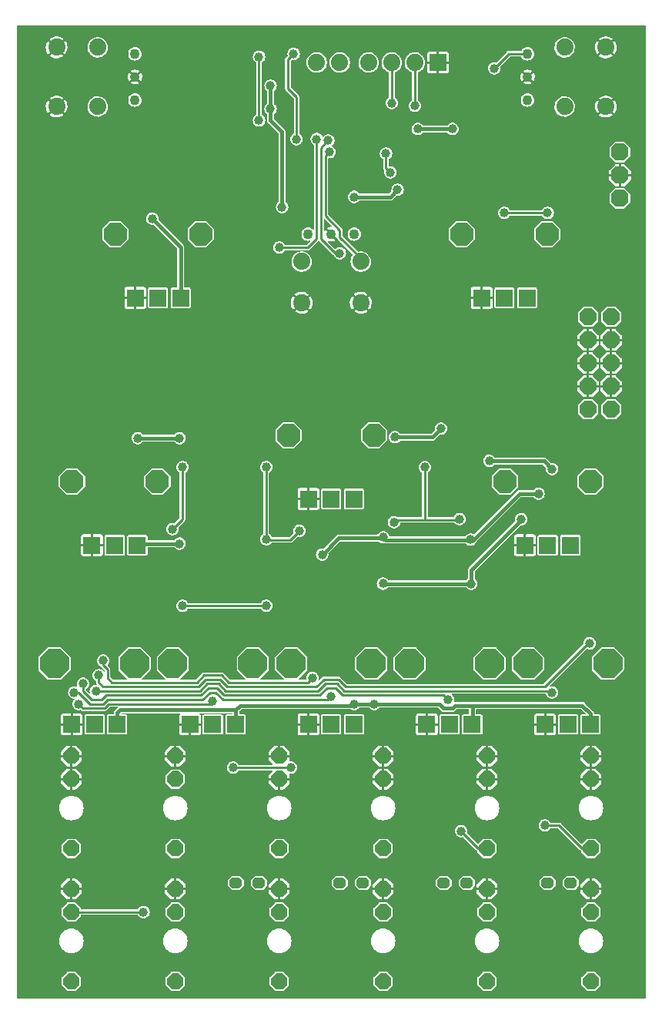
<source format=gbr>
%TF.GenerationSoftware,KiCad,Pcbnew,(6.0.11-0)*%
%TF.CreationDate,2023-05-29T14:43:09+02:00*%
%TF.ProjectId,tides,74696465-732e-46b6-9963-61645f706362,rev?*%
%TF.SameCoordinates,Original*%
%TF.FileFunction,Copper,L2,Bot*%
%TF.FilePolarity,Positive*%
%FSLAX46Y46*%
G04 Gerber Fmt 4.6, Leading zero omitted, Abs format (unit mm)*
G04 Created by KiCad (PCBNEW (6.0.11-0)) date 2023-05-29 14:43:09*
%MOMM*%
%LPD*%
G01*
G04 APERTURE LIST*
G04 Aperture macros list*
%AMOutline5P*
0 Free polygon, 5 corners , with rotation*
0 The origin of the aperture is its center*
0 number of corners: always 5*
0 $1 to $10 corner X, Y*
0 $11 Rotation angle, in degrees counterclockwise*
0 create outline with 5 corners*
4,1,5,$1,$2,$3,$4,$5,$6,$7,$8,$9,$10,$1,$2,$11*%
%AMOutline6P*
0 Free polygon, 6 corners , with rotation*
0 The origin of the aperture is its center*
0 number of corners: always 6*
0 $1 to $12 corner X, Y*
0 $13 Rotation angle, in degrees counterclockwise*
0 create outline with 6 corners*
4,1,6,$1,$2,$3,$4,$5,$6,$7,$8,$9,$10,$11,$12,$1,$2,$13*%
%AMOutline7P*
0 Free polygon, 7 corners , with rotation*
0 The origin of the aperture is its center*
0 number of corners: always 7*
0 $1 to $14 corner X, Y*
0 $15 Rotation angle, in degrees counterclockwise*
0 create outline with 7 corners*
4,1,7,$1,$2,$3,$4,$5,$6,$7,$8,$9,$10,$11,$12,$13,$14,$1,$2,$15*%
%AMOutline8P*
0 Free polygon, 8 corners , with rotation*
0 The origin of the aperture is its center*
0 number of corners: always 8*
0 $1 to $16 corner X, Y*
0 $17 Rotation angle, in degrees counterclockwise*
0 create outline with 8 corners*
4,1,8,$1,$2,$3,$4,$5,$6,$7,$8,$9,$10,$11,$12,$13,$14,$15,$16,$1,$2,$17*%
G04 Aperture macros list end*
%TA.AperFunction,ComponentPad*%
%ADD10Outline8P,-0.700000X0.252505X-0.342905X0.609600X0.342905X0.609600X0.700000X0.252505X0.700000X-0.252505X0.342905X-0.609600X-0.342905X-0.609600X-0.700000X-0.252505X180.000000*%
%TD*%
%TA.AperFunction,ComponentPad*%
%ADD11C,1.106400*%
%TD*%
%TA.AperFunction,ComponentPad*%
%ADD12R,1.879600X1.879600*%
%TD*%
%TA.AperFunction,ComponentPad*%
%ADD13Outline8P,-1.587500X0.657564X-0.657564X1.587500X0.657564X1.587500X1.587500X0.657564X1.587500X-0.657564X0.657564X-1.587500X-0.657564X-1.587500X-1.587500X-0.657564X90.000000*%
%TD*%
%TA.AperFunction,ComponentPad*%
%ADD14Outline8P,-1.270000X0.526051X-0.526051X1.270000X0.526051X1.270000X1.270000X0.526051X1.270000X-0.526051X0.526051X-1.270000X-0.526051X-1.270000X-1.270000X-0.526051X90.000000*%
%TD*%
%TA.AperFunction,ComponentPad*%
%ADD15C,1.879600*%
%TD*%
%TA.AperFunction,ComponentPad*%
%ADD16Outline8P,-0.889000X0.368236X-0.368236X0.889000X0.368236X0.889000X0.889000X0.368236X0.889000X-0.368236X0.368236X-0.889000X-0.368236X-0.889000X-0.889000X-0.368236X180.000000*%
%TD*%
%TA.AperFunction,ComponentPad*%
%ADD17Outline8P,-0.965200X0.399799X-0.399799X0.965200X0.399799X0.965200X0.965200X0.399799X0.965200X-0.399799X0.399799X-0.965200X-0.399799X-0.965200X-0.965200X-0.399799X180.000000*%
%TD*%
%TA.AperFunction,ComponentPad*%
%ADD18Outline8P,-0.939800X0.389278X-0.389278X0.939800X0.389278X0.939800X0.939800X0.389278X0.939800X-0.389278X0.389278X-0.939800X-0.389278X-0.939800X-0.939800X-0.389278X90.000000*%
%TD*%
%TA.AperFunction,ViaPad*%
%ADD19C,1.008000*%
%TD*%
%TA.AperFunction,Conductor*%
%ADD20C,0.406400*%
%TD*%
%TA.AperFunction,Conductor*%
%ADD21C,0.254000*%
%TD*%
%TA.AperFunction,Conductor*%
%ADD22C,0.250000*%
%TD*%
G04 APERTURE END LIST*
D10*
%TO.P,LED6,1,1*%
%TO.N,Net-(IC8-Pad1)*%
X163413600Y-145802350D03*
%TO.P,LED6,2,2*%
%TO.N,Net-(IC8-Pad2)*%
X160873600Y-145802350D03*
%TD*%
%TO.P,LED7,1,1*%
%TO.N,Net-(IC8-Pad7)*%
X174843600Y-145802350D03*
%TO.P,LED7,2,2*%
%TO.N,Net-(IC8-Pad6)*%
X172303600Y-145802350D03*
%TD*%
%TO.P,LED5,1,1*%
%TO.N,Net-(IC9-Pad7)*%
X151983600Y-145802350D03*
%TO.P,LED5,2,2*%
%TO.N,Net-(IC9-Pad6)*%
X149443600Y-145802350D03*
%TD*%
%TO.P,LED4,1,1*%
%TO.N,Net-(IC9-Pad1)*%
X140553600Y-145802350D03*
%TO.P,LED4,2,2*%
%TO.N,Net-(IC9-Pad2)*%
X138013600Y-145802350D03*
%TD*%
D11*
%TO.P,LED2,1,GRN*%
%TO.N,Net-(LED2-Pad1)*%
X170081100Y-54679850D03*
%TO.P,LED2,2,C*%
%TO.N,GND*%
X170081100Y-57219850D03*
%TO.P,LED2,3,RED*%
%TO.N,Net-(LED2-Pad3)*%
X170081100Y-59759850D03*
%TD*%
D12*
%TO.P,R58,P$1,E*%
%TO.N,+3V3_A*%
X150991100Y-128372350D03*
%TO.P,R58,P$2,S*%
%TO.N,/tides_3/SMOOTHNESS_ATT*%
X148491100Y-128372350D03*
%TO.P,R58,P$3,A*%
%TO.N,GND*%
X145991100Y-128372350D03*
D13*
%TO.P,R58,P$4*%
%TO.N,N/C*%
X152891100Y-121672350D03*
%TO.P,R58,P$5*%
X144091100Y-121672350D03*
%TD*%
D12*
%TO.P,R22,P$1,E*%
%TO.N,+3V3_A*%
X150991100Y-103589850D03*
%TO.P,R22,P$2,S*%
%TO.N,/tides_3/SMOOTHNESS_POT*%
X148491100Y-103589850D03*
%TO.P,R22,P$3,A*%
%TO.N,GND*%
X145991100Y-103589850D03*
D14*
%TO.P,R22,P$4*%
%TO.N,N/C*%
X153191100Y-96589850D03*
%TO.P,R22,P$5*%
X143791100Y-96589850D03*
%TD*%
D12*
%TO.P,R57,P$1,E*%
%TO.N,+3V3_A*%
X137973600Y-128372350D03*
%TO.P,R57,P$2,S*%
%TO.N,/tides_3/FREQUENCY_ATT*%
X135473600Y-128372350D03*
%TO.P,R57,P$3,A*%
%TO.N,GND*%
X132973600Y-128372350D03*
D13*
%TO.P,R57,P$4*%
%TO.N,N/C*%
X139873600Y-121672350D03*
%TO.P,R57,P$5*%
X131073600Y-121672350D03*
%TD*%
D15*
%TO.P,SW3,1,1*%
%TO.N,GND*%
X151742300Y-82022950D03*
%TO.P,SW3,2,2*%
X145239900Y-82022950D03*
%TO.P,SW3,3,3*%
%TO.N,SW_MODE*%
X151742300Y-77501750D03*
%TO.P,SW3,4,4*%
X145239900Y-77501750D03*
%TD*%
D16*
%TO.P,J8,P1,1*%
%TO.N,GND*%
X131346100Y-146437350D03*
%TO.P,J8,P2,2*%
%TO.N,Net-(J8-PadP2)*%
X131346100Y-148977350D03*
%TO.P,J8,P3,3*%
%TO.N,Net-(D11-Pad2)*%
X131346100Y-156597350D03*
%TD*%
%TO.P,J9,P1,1*%
%TO.N,GND*%
X142776100Y-146437350D03*
%TO.P,J9,P2,2*%
%TO.N,unconnected-(J9-PadP2)*%
X142776100Y-148977350D03*
%TO.P,J9,P3,3*%
%TO.N,Net-(J9-PadP3)*%
X142776100Y-156597350D03*
%TD*%
%TO.P,J12,P1,1*%
%TO.N,GND*%
X177066100Y-146437350D03*
%TO.P,J12,P2,2*%
%TO.N,unconnected-(J12-PadP2)*%
X177066100Y-148977350D03*
%TO.P,J12,P3,3*%
%TO.N,Net-(J12-PadP3)*%
X177066100Y-156597350D03*
%TD*%
%TO.P,J3,P1,1*%
%TO.N,GND*%
X142776100Y-131832350D03*
%TO.P,J3,P2,2*%
X142776100Y-134372350D03*
%TO.P,J3,P3,3*%
%TO.N,Net-(D7-Pad2)*%
X142776100Y-141992350D03*
%TD*%
%TO.P,J11,P1,1*%
%TO.N,GND*%
X165636100Y-146437350D03*
%TO.P,J11,P2,2*%
%TO.N,unconnected-(J11-PadP2)*%
X165636100Y-148977350D03*
%TO.P,J11,P3,3*%
%TO.N,Net-(J11-PadP3)*%
X165636100Y-156597350D03*
%TD*%
%TO.P,J2,P1,1*%
%TO.N,GND*%
X131346100Y-131832350D03*
%TO.P,J2,P2,2*%
%TO.N,Net-(J2-PadP2)*%
X131346100Y-134372350D03*
%TO.P,J2,P3,3*%
%TO.N,Net-(D9-Pad2)*%
X131346100Y-141992350D03*
%TD*%
%TO.P,J1,P1,1*%
%TO.N,GND*%
X119916100Y-131832350D03*
%TO.P,J1,P2,2*%
X119916100Y-134372350D03*
%TO.P,J1,P3,3*%
%TO.N,Net-(D8-Pad2)*%
X119916100Y-141992350D03*
%TD*%
%TO.P,J10,P1,1*%
%TO.N,GND*%
X154206100Y-146437350D03*
%TO.P,J10,P2,2*%
%TO.N,unconnected-(J10-PadP2)*%
X154206100Y-148977350D03*
%TO.P,J10,P3,3*%
%TO.N,Net-(J10-PadP3)*%
X154206100Y-156597350D03*
%TD*%
%TO.P,J5,P1,1*%
%TO.N,GND*%
X165636100Y-131832350D03*
%TO.P,J5,P2,2*%
X165636100Y-134372350D03*
%TO.P,J5,P3,3*%
%TO.N,Net-(D4-Pad2)*%
X165636100Y-141992350D03*
%TD*%
D12*
%TO.P,R60,P$1,E*%
%TO.N,+3V3_A*%
X177026100Y-128372350D03*
%TO.P,R60,P$2,S*%
%TO.N,/tides_3/SHIFT_ATT*%
X174526100Y-128372350D03*
%TO.P,R60,P$3,A*%
%TO.N,GND*%
X172026100Y-128372350D03*
D13*
%TO.P,R60,P$4*%
%TO.N,N/C*%
X178926100Y-121672350D03*
%TO.P,R60,P$5*%
X170126100Y-121672350D03*
%TD*%
D15*
%TO.P,SW2,1,1*%
%TO.N,GND*%
X118290500Y-60471050D03*
%TO.P,SW2,2,2*%
X118290500Y-53968650D03*
%TO.P,SW2,3,3*%
%TO.N,SW_RANGE*%
X122811700Y-60471050D03*
%TO.P,SW2,4,4*%
X122811700Y-53968650D03*
%TD*%
D11*
%TO.P,LED3,1,GRN*%
%TO.N,Net-(LED3-Pad1)*%
X151031100Y-74491850D03*
%TO.P,LED3,2,C*%
%TO.N,GND*%
X148491100Y-74491850D03*
%TO.P,LED3,3,RED*%
%TO.N,Net-(LED3-Pad3)*%
X145951100Y-74491850D03*
%TD*%
D12*
%TO.P,R59,P$1,E*%
%TO.N,+3V3_A*%
X164008600Y-128372350D03*
%TO.P,R59,P$2,S*%
%TO.N,/tides_3/SHAPE_ATT*%
X161508600Y-128372350D03*
%TO.P,R59,P$3,A*%
%TO.N,GND*%
X159008600Y-128372350D03*
D13*
%TO.P,R59,P$4*%
%TO.N,N/C*%
X165908600Y-121672350D03*
%TO.P,R59,P$5*%
X157108600Y-121672350D03*
%TD*%
D16*
%TO.P,J7,P1,1*%
%TO.N,GND*%
X119916100Y-146437350D03*
%TO.P,J7,P2,2*%
%TO.N,Net-(J7-PadP2)*%
X119916100Y-148977350D03*
%TO.P,J7,P3,3*%
%TO.N,Net-(D10-Pad2)*%
X119916100Y-156597350D03*
%TD*%
D11*
%TO.P,LED1,1,GRN*%
%TO.N,Net-(LED1-Pad1)*%
X126901100Y-59759850D03*
%TO.P,LED1,2,C*%
%TO.N,GND*%
X126901100Y-57219850D03*
%TO.P,LED1,3,RED*%
%TO.N,Net-(LED1-Pad3)*%
X126901100Y-54679850D03*
%TD*%
D15*
%TO.P,SW1,1,1*%
%TO.N,GND*%
X178691800Y-53968550D03*
%TO.P,SW1,2,2*%
X178691800Y-60470950D03*
%TO.P,SW1,3,3*%
%TO.N,SW_SHIFT*%
X174170600Y-53968550D03*
%TO.P,SW1,4,4*%
X174170600Y-60470950D03*
%TD*%
D12*
%TO.P,R11,P$1,E*%
%TO.N,+3V3_A*%
X131941100Y-81491850D03*
%TO.P,R11,P$2,S*%
%TO.N,FREQUENCY_POT*%
X129441100Y-81491850D03*
%TO.P,R11,P$3,A*%
%TO.N,GND*%
X126941100Y-81491850D03*
D14*
%TO.P,R11,P$4*%
%TO.N,N/C*%
X134141100Y-74491850D03*
%TO.P,R11,P$5*%
X124741100Y-74491850D03*
%TD*%
D12*
%TO.P,R23,P$1,E*%
%TO.N,+3V3_A*%
X127178600Y-108669850D03*
%TO.P,R23,P$2,S*%
%TO.N,/tides_3/SLOPE_POT*%
X124678600Y-108669850D03*
%TO.P,R23,P$3,A*%
%TO.N,GND*%
X122178600Y-108669850D03*
D14*
%TO.P,R23,P$4*%
%TO.N,N/C*%
X129378600Y-101669850D03*
%TO.P,R23,P$5*%
X119978600Y-101669850D03*
%TD*%
D16*
%TO.P,J4,P1,1*%
%TO.N,GND*%
X154206100Y-131832350D03*
%TO.P,J4,P2,2*%
X154206100Y-134372350D03*
%TO.P,J4,P3,3*%
%TO.N,Net-(D6-Pad2)*%
X154206100Y-141992350D03*
%TD*%
D17*
%TO.P,IC3,1,VI*%
%TO.N,Net-(C19-Pad1)*%
X180241100Y-70554850D03*
%TO.P,IC3,2,GND*%
%TO.N,GND*%
X180241100Y-68014850D03*
%TO.P,IC3,3,VO*%
%TO.N,+3V3*%
X180241100Y-65474850D03*
%TD*%
D12*
%TO.P,R24,P$1,E*%
%TO.N,+3V3_A*%
X174803600Y-108669850D03*
%TO.P,R24,P$2,S*%
%TO.N,/tides_3/SHIFT_POT*%
X172303600Y-108669850D03*
%TO.P,R24,P$3,A*%
%TO.N,GND*%
X169803600Y-108669850D03*
D14*
%TO.P,R24,P$4*%
%TO.N,N/C*%
X177003600Y-101669850D03*
%TO.P,R24,P$5*%
X167603600Y-101669850D03*
%TD*%
D12*
%TO.P,R56,P$1,E*%
%TO.N,+3V3_A*%
X124956100Y-128372350D03*
%TO.P,R56,P$2,S*%
%TO.N,/tides_3/SLOPE_ATT*%
X122456100Y-128372350D03*
%TO.P,R56,P$3,A*%
%TO.N,GND*%
X119956100Y-128372350D03*
D13*
%TO.P,R56,P$4*%
%TO.N,N/C*%
X126856100Y-121672350D03*
%TO.P,R56,P$5*%
X118056100Y-121672350D03*
%TD*%
D12*
%TO.P,R12,P$1,E*%
%TO.N,+3V3_A*%
X170041100Y-81491850D03*
%TO.P,R12,P$2,S*%
%TO.N,SHAPE_POT*%
X167541100Y-81491850D03*
%TO.P,R12,P$3,A*%
%TO.N,GND*%
X165041100Y-81491850D03*
D14*
%TO.P,R12,P$4*%
%TO.N,N/C*%
X172241100Y-74491850D03*
%TO.P,R12,P$5*%
X162841100Y-74491850D03*
%TD*%
D16*
%TO.P,J6,P1,1*%
%TO.N,GND*%
X177066100Y-131832350D03*
%TO.P,J6,P2,2*%
X177066100Y-134372350D03*
%TO.P,J6,P3,3*%
%TO.N,Net-(D5-Pad2)*%
X177066100Y-141992350D03*
%TD*%
D15*
%TO.P,JP7,1,1*%
%TO.N,Net-(JP7-Pad1)*%
X146903600Y-55632350D03*
%TO.P,JP7,2,2*%
%TO.N,Net-(JP7-Pad2)*%
X149443600Y-55632350D03*
%TD*%
D12*
%TO.P,JP6,1,1*%
%TO.N,GND*%
X160238600Y-55632350D03*
D15*
%TO.P,JP6,2,2*%
%TO.N,/tides_2/SWDIO*%
X157698600Y-55632350D03*
%TO.P,JP6,3,3*%
%TO.N,/tides_2/SWCLK*%
X155158600Y-55632350D03*
%TO.P,JP6,4,4*%
%TO.N,/tides_2/RESET*%
X152618600Y-55632350D03*
%TD*%
D18*
%TO.P,JP5,1,1*%
%TO.N,Net-(D3-PadC)*%
X176748600Y-93732350D03*
%TO.P,JP5,2,2*%
X179288600Y-93732350D03*
%TO.P,JP5,3,3*%
%TO.N,GND*%
X176748600Y-91192350D03*
%TO.P,JP5,4,4*%
X179288600Y-91192350D03*
%TO.P,JP5,5,5*%
X176748600Y-88652350D03*
%TO.P,JP5,6,6*%
X179288600Y-88652350D03*
%TO.P,JP5,7,7*%
X176748600Y-86112350D03*
%TO.P,JP5,8,8*%
X179288600Y-86112350D03*
%TO.P,JP5,9,9*%
%TO.N,Net-(D1-PadA)*%
X176748600Y-83572350D03*
%TO.P,JP5,10,10*%
X179288600Y-83572350D03*
%TD*%
D19*
%TO.N,GND*%
X146903600Y-140404850D03*
X141823600Y-128022350D03*
X166271100Y-90557350D03*
X143728600Y-128022350D03*
X162143600Y-135324850D03*
X166271100Y-94367350D03*
X133251000Y-68649850D03*
X144363600Y-84842350D03*
X168300000Y-89810000D03*
X135473600Y-118497350D03*
X181828600Y-56902350D03*
X140871100Y-109924850D03*
X149919700Y-69761150D03*
X124043600Y-154851050D03*
X159127300Y-69602250D03*
X122138600Y-115322350D03*
X155634900Y-75476050D03*
X115153600Y-138182350D03*
X162700000Y-100400000D03*
X168150000Y-93210000D03*
X150078600Y-148977350D03*
X181828600Y-107702350D03*
X174843600Y-157232350D03*
X155800000Y-100400000D03*
X124043600Y-157232350D03*
X158968600Y-76111050D03*
X131028600Y-95637350D03*
X115153600Y-128022350D03*
X169700000Y-111100000D03*
X115153600Y-97542350D03*
X140807600Y-98177350D03*
X165318300Y-65157250D03*
X155634700Y-64046050D03*
X152142200Y-71348650D03*
X181828600Y-77222350D03*
X181828600Y-117862350D03*
X144998600Y-55949850D03*
X139283500Y-72142150D03*
X161508600Y-93097350D03*
X167223600Y-128022350D03*
X166271100Y-91827350D03*
X156428500Y-57537350D03*
X141823400Y-72459750D03*
X173000000Y-106200000D03*
X115153600Y-117862350D03*
X132298500Y-72142250D03*
X144363600Y-157232350D03*
X115153600Y-77222350D03*
X136743600Y-111353650D03*
X142299900Y-55949850D03*
X145951000Y-65157350D03*
X123091100Y-144532350D03*
X139759700Y-65633550D03*
X124996100Y-68967350D03*
X159603600Y-121672350D03*
X138648600Y-148977350D03*
X129758600Y-117068650D03*
X147100000Y-115400000D03*
X146903600Y-119132350D03*
X143500000Y-99000000D03*
X181828600Y-148342350D03*
X128488600Y-99447350D03*
X135473600Y-154851150D03*
X148365130Y-122465130D03*
X155634900Y-95002350D03*
X131663700Y-111194850D03*
X135473600Y-109607350D03*
X131822100Y-63728550D03*
X137854700Y-58966050D03*
X172938600Y-148977350D03*
X169128500Y-135324950D03*
X144998500Y-66744850D03*
X168210000Y-67650000D03*
X127853600Y-144532350D03*
X134203600Y-157232350D03*
X115153600Y-67062350D03*
X166271100Y-93097350D03*
X115153600Y-148342350D03*
X157063600Y-67697350D03*
X152900000Y-112100000D03*
X152777300Y-61188550D03*
X141823700Y-118497450D03*
X148808500Y-61664750D03*
X166400000Y-117000000D03*
X158333600Y-139134850D03*
X159603600Y-94367350D03*
X136743600Y-116592350D03*
X146268600Y-88652350D03*
X145951000Y-61188550D03*
X162300000Y-111900000D03*
X168200000Y-88000000D03*
X156700000Y-117300000D03*
X115153600Y-87382350D03*
X161508600Y-94367350D03*
X150300000Y-119400000D03*
X115153600Y-107702350D03*
X161508600Y-148977350D03*
X135632200Y-66903550D03*
X163300000Y-120800000D03*
X121820800Y-63411050D03*
X158968500Y-60077350D03*
X149761000Y-65474850D03*
X115153600Y-56902350D03*
%TO.N,+3V3_A*%
X131822400Y-96907350D03*
X128806200Y-72777450D03*
X155500000Y-96800000D03*
X127218600Y-96907350D03*
X165900000Y-99400000D03*
X172800000Y-100300000D03*
X155793600Y-69602350D03*
X151031100Y-70396050D03*
X131822400Y-108496050D03*
X153253600Y-126117350D03*
X160556100Y-95856100D03*
X151031100Y-126117350D03*
%TO.N,/tides_2/RESET*%
X144681100Y-64046050D03*
X144363600Y-54679850D03*
%TO.N,VEE*%
X171300000Y-103000000D03*
X163827453Y-108048365D03*
X154200000Y-107800000D03*
X147500000Y-109700000D03*
%TO.N,VCC*%
X169400000Y-105800000D03*
X163900000Y-112900000D03*
X154189783Y-112894360D03*
%TO.N,+3V3*%
X143093600Y-71507350D03*
X161826100Y-62934850D03*
X158016100Y-62934850D03*
X141823600Y-58172350D03*
X141823600Y-60712350D03*
%TO.N,/tides_5/VREF_BIAS*%
X158800000Y-100100000D03*
X155391700Y-106142900D03*
X162608300Y-105800000D03*
%TO.N,/tides_3/SMOOTHNESS_POT*%
X146427300Y-123259850D03*
X123408600Y-121354850D03*
%TO.N,NORMALIZATION_PROBE*%
X154999900Y-67697250D03*
X137696100Y-133102350D03*
X144046100Y-133102350D03*
X154523600Y-65633550D03*
%TO.N,AREF_-10*%
X131028600Y-106908550D03*
X141347400Y-108019850D03*
X141347400Y-100082350D03*
X132139900Y-115322350D03*
X132139900Y-100082350D03*
X141347400Y-115322350D03*
X145000000Y-107100000D03*
%TO.N,/tides_3/SHIFT_POT*%
X176907400Y-119449850D03*
X122932400Y-122942350D03*
%TO.N,/tides_3/FREQUENCY_ATT*%
X120709800Y-126117350D03*
X135473600Y-125799750D03*
%TO.N,/tides_3/SMOOTHNESS_ATT*%
X120233700Y-124847350D03*
X148491100Y-125323650D03*
%TO.N,/tides_3/SHAPE_ATT*%
X121186100Y-123894750D03*
X161349900Y-125641050D03*
%TO.N,/tides_3/SHIFT_ATT*%
X172779800Y-124847350D03*
X122614900Y-124688550D03*
%TO.N,Net-(D4-Pad2)*%
X162778600Y-140087350D03*
%TO.N,Net-(D5-Pad2)*%
X171986100Y-139452350D03*
%TO.N,/tides_2/SWCLK*%
X155158600Y-60077350D03*
%TO.N,/tides_2/SWDIO*%
X157698600Y-60394850D03*
%TO.N,LED_MODE_R*%
X142776100Y-75952350D03*
X146903600Y-64046050D03*
%TO.N,LED_MODE_G*%
X148173600Y-64204850D03*
X149443600Y-76587350D03*
%TO.N,SW_MODE*%
X148332300Y-65474850D03*
%TO.N,SW_SHIFT*%
X140553600Y-54997350D03*
X140553600Y-61982350D03*
%TO.N,SHAPE_POT*%
X167541100Y-72142350D03*
X172303600Y-72142350D03*
%TO.N,Net-(J7-PadP2)*%
X127853600Y-148977350D03*
%TO.N,Net-(LED2-Pad1)*%
X166429900Y-56267350D03*
%TD*%
D20*
%TO.N,+3V3_A*%
X151031100Y-126117350D02*
X153253600Y-126117350D01*
X159612200Y-96800000D02*
X155500000Y-96800000D01*
X177026100Y-127188550D02*
X177026100Y-128372350D01*
X160873600Y-126593550D02*
X161826100Y-126593550D01*
X124956100Y-127109850D02*
X125313600Y-126752350D01*
X162143600Y-126276050D02*
X164048600Y-126276050D01*
X138013600Y-126752350D02*
X138013600Y-128332350D01*
X154999900Y-70396050D02*
X151031100Y-70396050D01*
X171900000Y-99400000D02*
X172800000Y-100300000D01*
X138648500Y-126276050D02*
X150872400Y-126276050D01*
X131941100Y-75912350D02*
X128806200Y-72777450D01*
X127218600Y-96907350D02*
X131822400Y-96907350D01*
X165900000Y-99400000D02*
X171900000Y-99400000D01*
X138648500Y-126276050D02*
X138648500Y-126276150D01*
X160556100Y-95856100D02*
X159612200Y-96800000D01*
X131941100Y-81491850D02*
X131941100Y-75912350D01*
X164048600Y-126276050D02*
X164048600Y-128332350D01*
X160397400Y-126117350D02*
X160873600Y-126593550D01*
X127853600Y-108496050D02*
X131822400Y-108496050D01*
X124956100Y-128372350D02*
X124956100Y-127109850D01*
X161826100Y-126593550D02*
X162143600Y-126276050D01*
X155793600Y-69602350D02*
X154999900Y-70396050D01*
X153253600Y-126117350D02*
X160397400Y-126117350D01*
X164048600Y-126276050D02*
X176113600Y-126276050D01*
X150872400Y-126276050D02*
X151031100Y-126117350D01*
X138013600Y-126752350D02*
X138489900Y-126276050D01*
X176113600Y-126276050D02*
X177026100Y-127188550D01*
X125313600Y-126752350D02*
X138013600Y-126752350D01*
X138489900Y-126276050D02*
X138648500Y-126276050D01*
D21*
%TO.N,/tides_2/RESET*%
X143728600Y-58489850D02*
X143728600Y-55314850D01*
X144681100Y-64046050D02*
X144681100Y-59442350D01*
X144681100Y-59442350D02*
X143728600Y-58489850D01*
X143728600Y-55314850D02*
X144363600Y-54679850D01*
D20*
%TO.N,VEE*%
X147500000Y-109700000D02*
X149300000Y-107900000D01*
X171300000Y-103000000D02*
X169200000Y-103000000D01*
X169200000Y-103000000D02*
X164100000Y-108100000D01*
X149300000Y-107900000D02*
X154100000Y-107900000D01*
X164100000Y-108100000D02*
X154500000Y-108100000D01*
X154100000Y-107900000D02*
X154200000Y-107800000D01*
X154500000Y-108100000D02*
X154200000Y-107800000D01*
%TO.N,VCC*%
X169400000Y-105800000D02*
X169400000Y-105900000D01*
X163900000Y-111400000D02*
X163900000Y-112900000D01*
X169400000Y-105900000D02*
X163900000Y-111400000D01*
X154195423Y-112900000D02*
X154189783Y-112894360D01*
X163900000Y-112900000D02*
X154195423Y-112900000D01*
%TO.N,+3V3*%
X143093600Y-71507350D02*
X143093600Y-63252350D01*
X141823600Y-60712350D02*
X141823600Y-58172350D01*
X161826100Y-62934850D02*
X158016100Y-62934850D01*
X143093600Y-63252350D02*
X141823600Y-61982350D01*
X141823600Y-61982350D02*
X141823600Y-60712350D01*
D22*
%TO.N,/tides_5/VREF_BIAS*%
X162508300Y-105900000D02*
X155634600Y-105900000D01*
X162608300Y-105800000D02*
X162508300Y-105900000D01*
X155634600Y-105900000D02*
X155391700Y-106142900D01*
X158800000Y-105900000D02*
X158800000Y-100100000D01*
D21*
%TO.N,/tides_3/SMOOTHNESS_POT*%
X136426100Y-122942350D02*
X137219800Y-123736050D01*
X134521100Y-122942350D02*
X136426100Y-122942350D01*
X137219800Y-123736050D02*
X145951100Y-123736050D01*
X133727400Y-123736050D02*
X134521100Y-122942350D01*
X124361100Y-123736050D02*
X133727400Y-123736050D01*
X123884900Y-123259850D02*
X123884900Y-122307350D01*
X145951100Y-123736050D02*
X146427300Y-123259850D01*
X123884900Y-123259850D02*
X124361100Y-123736050D01*
X123884900Y-122307350D02*
X123408600Y-121831050D01*
X123408600Y-121831050D02*
X123408600Y-121354850D01*
%TO.N,NORMALIZATION_PROBE*%
X154523600Y-67221050D02*
X154523600Y-65633550D01*
X137696100Y-133102350D02*
X144046100Y-133102350D01*
X154999900Y-67697250D02*
X154523600Y-67221050D01*
%TO.N,AREF_-10*%
X131028600Y-106908550D02*
X132139900Y-105797250D01*
X132139900Y-105797250D02*
X132139900Y-100082350D01*
X141425050Y-108097500D02*
X141347400Y-108019850D01*
X132139900Y-115322350D02*
X141347400Y-115322350D01*
X144002500Y-108097500D02*
X141425050Y-108097500D01*
X141347400Y-108019850D02*
X141347400Y-100082350D01*
X145000000Y-107100000D02*
X144002500Y-108097500D01*
%TO.N,/tides_3/SHIFT_POT*%
X137061200Y-124212350D02*
X146903600Y-124212350D01*
X147697400Y-123418550D02*
X149284900Y-123418550D01*
X171986100Y-124212350D02*
X176748500Y-119449850D01*
X149284900Y-123418550D02*
X150078700Y-124212350D01*
X133886100Y-124212350D02*
X134679900Y-123418550D01*
X176748500Y-119449850D02*
X176907400Y-119449850D01*
X136267400Y-123418550D02*
X137061200Y-124212350D01*
X134679900Y-123418550D02*
X136267400Y-123418550D01*
X123408600Y-124212350D02*
X133886100Y-124212350D01*
X123408600Y-124212350D02*
X122932400Y-123736050D01*
X122932400Y-123736050D02*
X122932400Y-122942350D01*
X146903600Y-124212350D02*
X147697400Y-123418550D01*
X150078700Y-124212350D02*
X171986100Y-124212350D01*
%TO.N,/tides_3/FREQUENCY_ATT*%
X123567400Y-126593550D02*
X124043600Y-126117350D01*
X135156100Y-126117350D02*
X135473600Y-125799750D01*
X124043600Y-126117350D02*
X135156100Y-126117350D01*
X120709800Y-126117350D02*
X121186100Y-126593550D01*
X121186100Y-126593550D02*
X123567400Y-126593550D01*
%TO.N,/tides_3/SMOOTHNESS_ATT*%
X121979900Y-126117350D02*
X123408600Y-126117350D01*
X134362300Y-125641050D02*
X135156000Y-124847350D01*
X148173600Y-125641050D02*
X148491100Y-125323650D01*
X136584800Y-125641050D02*
X148173600Y-125641050D01*
X120233700Y-124847350D02*
X120709900Y-124847350D01*
X120709900Y-124847350D02*
X121979900Y-126117350D01*
X123884900Y-125641050D02*
X134362300Y-125641050D01*
X135156000Y-124847350D02*
X135791100Y-124847350D01*
X135791100Y-124847350D02*
X136584800Y-125641050D01*
X123408600Y-126117350D02*
X123884900Y-125641050D01*
%TO.N,/tides_3/SHAPE_ATT*%
X121186100Y-124688550D02*
X122138600Y-125641050D01*
X134997400Y-124371050D02*
X135949900Y-124371050D01*
X135949900Y-124371050D02*
X136743700Y-125164850D01*
X161349800Y-125641050D02*
X161349900Y-125641050D01*
X148014900Y-124371050D02*
X148967300Y-124371050D01*
X122138600Y-125641050D02*
X123249900Y-125641050D01*
X134203600Y-125164850D02*
X134997400Y-124371050D01*
X160873600Y-125164850D02*
X161349800Y-125641050D01*
X148967300Y-124371050D02*
X149761100Y-125164850D01*
X136743700Y-125164850D02*
X147221100Y-125164850D01*
X147221100Y-125164850D02*
X148014900Y-124371050D01*
X149761100Y-125164850D02*
X160873600Y-125164850D01*
X121186100Y-123894750D02*
X121186100Y-124688550D01*
X123726100Y-125164850D02*
X134203600Y-125164850D01*
X123249900Y-125641050D02*
X123726100Y-125164850D01*
%TO.N,/tides_3/SHIFT_ATT*%
X122614900Y-124688550D02*
X134044900Y-124688550D01*
X147062400Y-124688550D02*
X147856100Y-123894850D01*
X136902300Y-124688550D02*
X147062400Y-124688550D01*
X134044900Y-124688550D02*
X134838600Y-123894850D01*
X172621000Y-124688550D02*
X172779800Y-124847350D01*
X134838600Y-123894850D02*
X136108600Y-123894850D01*
X136108600Y-123894850D02*
X136902300Y-124688550D01*
X149919900Y-124688550D02*
X172621000Y-124688550D01*
X149126200Y-123894850D02*
X149919900Y-124688550D01*
X147856100Y-123894850D02*
X149126200Y-123894850D01*
%TO.N,Net-(D4-Pad2)*%
X162778600Y-140087350D02*
X164683600Y-141992350D01*
X164683600Y-141992350D02*
X165636100Y-141992350D01*
%TO.N,Net-(D5-Pad2)*%
X176113600Y-141992350D02*
X177066100Y-141992350D01*
X171986100Y-139452350D02*
X173573600Y-139452350D01*
X173573600Y-139452350D02*
X176113600Y-141992350D01*
%TO.N,/tides_2/SWCLK*%
X155158600Y-60077350D02*
X155158600Y-55632350D01*
%TO.N,/tides_2/SWDIO*%
X157698600Y-60394850D02*
X157698600Y-55632350D01*
%TO.N,LED_MODE_R*%
X142776100Y-75952350D02*
X145951200Y-75952350D01*
X145951200Y-75952350D02*
X146903600Y-74999850D01*
X146903600Y-74999850D02*
X146903600Y-64046050D01*
%TO.N,LED_MODE_G*%
X147379900Y-64998550D02*
X148173600Y-64204850D01*
X148967400Y-76587350D02*
X147379900Y-74999850D01*
X148967400Y-76587350D02*
X149443600Y-76587350D01*
X147379900Y-74999850D02*
X147379900Y-64998550D01*
%TO.N,SW_MODE*%
X149443600Y-74047350D02*
X147856100Y-72459850D01*
X147856100Y-65951150D02*
X148173600Y-65633650D01*
X151742300Y-77139850D02*
X149443600Y-74841150D01*
X148173600Y-65633650D02*
X148332300Y-65474850D01*
X147856100Y-72459850D02*
X147856100Y-65951150D01*
X149443600Y-74841150D02*
X149443600Y-74047350D01*
%TO.N,SW_SHIFT*%
X140553600Y-61982350D02*
X140553600Y-54997350D01*
%TO.N,SHAPE_POT*%
X172303600Y-72142350D02*
X167541100Y-72142350D01*
%TO.N,Net-(J7-PadP2)*%
X119916100Y-148977350D02*
X127853600Y-148977350D01*
%TO.N,Net-(LED2-Pad1)*%
X166429900Y-56267350D02*
X168017400Y-54679850D01*
X168017400Y-54679850D02*
X170081100Y-54679850D01*
%TD*%
%TA.AperFunction,Conductor*%
%TO.N,GND*%
G36*
X183058514Y-51544936D02*
G01*
X183073100Y-51580150D01*
X183073100Y-158427050D01*
X183058514Y-158462264D01*
X183023300Y-158476850D01*
X113978900Y-158476850D01*
X113943686Y-158462264D01*
X113929100Y-158427050D01*
X113929100Y-156211473D01*
X118848800Y-156211473D01*
X118848801Y-156983227D01*
X118859267Y-157035448D01*
X118888549Y-157079189D01*
X119434261Y-157624902D01*
X119478588Y-157654426D01*
X119483391Y-157655377D01*
X119527833Y-157664177D01*
X119527835Y-157664177D01*
X119530223Y-157664650D01*
X119913820Y-157664650D01*
X120301977Y-157664649D01*
X120354198Y-157654183D01*
X120392657Y-157628437D01*
X120395909Y-157626260D01*
X120397939Y-157624901D01*
X120943652Y-157079189D01*
X120973176Y-157034862D01*
X120983400Y-156983227D01*
X120983399Y-156211473D01*
X130278800Y-156211473D01*
X130278801Y-156983227D01*
X130289267Y-157035448D01*
X130318549Y-157079189D01*
X130864261Y-157624902D01*
X130908588Y-157654426D01*
X130913391Y-157655377D01*
X130957833Y-157664177D01*
X130957835Y-157664177D01*
X130960223Y-157664650D01*
X131343820Y-157664650D01*
X131731977Y-157664649D01*
X131784198Y-157654183D01*
X131822657Y-157628437D01*
X131825909Y-157626260D01*
X131827939Y-157624901D01*
X132373652Y-157079189D01*
X132403176Y-157034862D01*
X132413400Y-156983227D01*
X132413399Y-156211473D01*
X141708800Y-156211473D01*
X141708801Y-156983227D01*
X141719267Y-157035448D01*
X141748549Y-157079189D01*
X142294261Y-157624902D01*
X142338588Y-157654426D01*
X142343391Y-157655377D01*
X142387833Y-157664177D01*
X142387835Y-157664177D01*
X142390223Y-157664650D01*
X142773820Y-157664650D01*
X143161977Y-157664649D01*
X143214198Y-157654183D01*
X143252657Y-157628437D01*
X143255909Y-157626260D01*
X143257939Y-157624901D01*
X143803652Y-157079189D01*
X143833176Y-157034862D01*
X143843400Y-156983227D01*
X143843399Y-156211473D01*
X153138800Y-156211473D01*
X153138801Y-156983227D01*
X153149267Y-157035448D01*
X153178549Y-157079189D01*
X153724261Y-157624902D01*
X153768588Y-157654426D01*
X153773391Y-157655377D01*
X153817833Y-157664177D01*
X153817835Y-157664177D01*
X153820223Y-157664650D01*
X154203820Y-157664650D01*
X154591977Y-157664649D01*
X154644198Y-157654183D01*
X154682657Y-157628437D01*
X154685909Y-157626260D01*
X154687939Y-157624901D01*
X155233652Y-157079189D01*
X155263176Y-157034862D01*
X155273400Y-156983227D01*
X155273399Y-156211473D01*
X164568800Y-156211473D01*
X164568801Y-156983227D01*
X164579267Y-157035448D01*
X164608549Y-157079189D01*
X165154261Y-157624902D01*
X165198588Y-157654426D01*
X165203391Y-157655377D01*
X165247833Y-157664177D01*
X165247835Y-157664177D01*
X165250223Y-157664650D01*
X165633820Y-157664650D01*
X166021977Y-157664649D01*
X166074198Y-157654183D01*
X166112657Y-157628437D01*
X166115909Y-157626260D01*
X166117939Y-157624901D01*
X166663652Y-157079189D01*
X166693176Y-157034862D01*
X166703400Y-156983227D01*
X166703399Y-156211473D01*
X175998800Y-156211473D01*
X175998801Y-156983227D01*
X176009267Y-157035448D01*
X176038549Y-157079189D01*
X176584261Y-157624902D01*
X176628588Y-157654426D01*
X176633391Y-157655377D01*
X176677833Y-157664177D01*
X176677835Y-157664177D01*
X176680223Y-157664650D01*
X177063820Y-157664650D01*
X177451977Y-157664649D01*
X177504198Y-157654183D01*
X177542657Y-157628437D01*
X177545909Y-157626260D01*
X177547939Y-157624901D01*
X178093652Y-157079189D01*
X178123176Y-157034862D01*
X178133400Y-156983227D01*
X178133399Y-156211473D01*
X178122933Y-156159252D01*
X178093651Y-156115511D01*
X177547939Y-155569798D01*
X177503612Y-155540274D01*
X177495433Y-155538654D01*
X177454367Y-155530523D01*
X177454365Y-155530523D01*
X177451977Y-155530050D01*
X177068381Y-155530050D01*
X176680223Y-155530051D01*
X176628002Y-155540517D01*
X176589543Y-155566263D01*
X176586302Y-155568433D01*
X176584261Y-155569799D01*
X176038548Y-156115511D01*
X176009024Y-156159838D01*
X175998800Y-156211473D01*
X166703399Y-156211473D01*
X166692933Y-156159252D01*
X166663651Y-156115511D01*
X166117939Y-155569798D01*
X166073612Y-155540274D01*
X166065433Y-155538654D01*
X166024367Y-155530523D01*
X166024365Y-155530523D01*
X166021977Y-155530050D01*
X165638381Y-155530050D01*
X165250223Y-155530051D01*
X165198002Y-155540517D01*
X165159543Y-155566263D01*
X165156302Y-155568433D01*
X165154261Y-155569799D01*
X164608548Y-156115511D01*
X164579024Y-156159838D01*
X164568800Y-156211473D01*
X155273399Y-156211473D01*
X155262933Y-156159252D01*
X155233651Y-156115511D01*
X154687939Y-155569798D01*
X154643612Y-155540274D01*
X154635433Y-155538654D01*
X154594367Y-155530523D01*
X154594365Y-155530523D01*
X154591977Y-155530050D01*
X154208381Y-155530050D01*
X153820223Y-155530051D01*
X153768002Y-155540517D01*
X153729543Y-155566263D01*
X153726302Y-155568433D01*
X153724261Y-155569799D01*
X153178548Y-156115511D01*
X153149024Y-156159838D01*
X153138800Y-156211473D01*
X143843399Y-156211473D01*
X143832933Y-156159252D01*
X143803651Y-156115511D01*
X143257939Y-155569798D01*
X143213612Y-155540274D01*
X143205433Y-155538654D01*
X143164367Y-155530523D01*
X143164365Y-155530523D01*
X143161977Y-155530050D01*
X142778381Y-155530050D01*
X142390223Y-155530051D01*
X142338002Y-155540517D01*
X142299543Y-155566263D01*
X142296302Y-155568433D01*
X142294261Y-155569799D01*
X141748548Y-156115511D01*
X141719024Y-156159838D01*
X141708800Y-156211473D01*
X132413399Y-156211473D01*
X132402933Y-156159252D01*
X132373651Y-156115511D01*
X131827939Y-155569798D01*
X131783612Y-155540274D01*
X131775433Y-155538654D01*
X131734367Y-155530523D01*
X131734365Y-155530523D01*
X131731977Y-155530050D01*
X131348381Y-155530050D01*
X130960223Y-155530051D01*
X130908002Y-155540517D01*
X130869543Y-155566263D01*
X130866302Y-155568433D01*
X130864261Y-155569799D01*
X130318548Y-156115511D01*
X130289024Y-156159838D01*
X130278800Y-156211473D01*
X120983399Y-156211473D01*
X120972933Y-156159252D01*
X120943651Y-156115511D01*
X120397939Y-155569798D01*
X120353612Y-155540274D01*
X120345433Y-155538654D01*
X120304367Y-155530523D01*
X120304365Y-155530523D01*
X120301977Y-155530050D01*
X119918381Y-155530050D01*
X119530223Y-155530051D01*
X119478002Y-155540517D01*
X119439543Y-155566263D01*
X119436302Y-155568433D01*
X119434261Y-155569799D01*
X118888548Y-156115511D01*
X118859024Y-156159838D01*
X118848800Y-156211473D01*
X113929100Y-156211473D01*
X113929100Y-152152350D01*
X118560441Y-152152350D01*
X118581037Y-152387758D01*
X118642197Y-152616013D01*
X118742065Y-152830179D01*
X118877605Y-153023751D01*
X119044699Y-153190845D01*
X119238271Y-153326385D01*
X119240236Y-153327301D01*
X119240239Y-153327303D01*
X119345354Y-153376319D01*
X119452437Y-153426253D01*
X119680692Y-153487413D01*
X119857134Y-153502850D01*
X119975066Y-153502850D01*
X120151508Y-153487413D01*
X120379763Y-153426253D01*
X120486846Y-153376319D01*
X120591961Y-153327303D01*
X120591964Y-153327301D01*
X120593929Y-153326385D01*
X120787501Y-153190845D01*
X120954595Y-153023751D01*
X121090135Y-152830180D01*
X121190003Y-152616013D01*
X121251163Y-152387758D01*
X121271759Y-152152350D01*
X129990441Y-152152350D01*
X130011037Y-152387758D01*
X130072197Y-152616013D01*
X130172065Y-152830179D01*
X130307605Y-153023751D01*
X130474699Y-153190845D01*
X130668271Y-153326385D01*
X130670236Y-153327301D01*
X130670239Y-153327303D01*
X130775354Y-153376319D01*
X130882437Y-153426253D01*
X131110692Y-153487413D01*
X131287134Y-153502850D01*
X131405066Y-153502850D01*
X131581508Y-153487413D01*
X131809763Y-153426253D01*
X131916846Y-153376319D01*
X132021961Y-153327303D01*
X132021964Y-153327301D01*
X132023929Y-153326385D01*
X132217501Y-153190845D01*
X132384595Y-153023751D01*
X132520135Y-152830180D01*
X132620003Y-152616013D01*
X132681163Y-152387758D01*
X132701759Y-152152350D01*
X141420441Y-152152350D01*
X141441037Y-152387758D01*
X141502197Y-152616013D01*
X141602065Y-152830179D01*
X141737605Y-153023751D01*
X141904699Y-153190845D01*
X142098271Y-153326385D01*
X142100236Y-153327301D01*
X142100239Y-153327303D01*
X142205354Y-153376319D01*
X142312437Y-153426253D01*
X142540692Y-153487413D01*
X142717134Y-153502850D01*
X142835066Y-153502850D01*
X143011508Y-153487413D01*
X143239763Y-153426253D01*
X143346846Y-153376319D01*
X143451961Y-153327303D01*
X143451964Y-153327301D01*
X143453929Y-153326385D01*
X143647501Y-153190845D01*
X143814595Y-153023751D01*
X143950135Y-152830180D01*
X144050003Y-152616013D01*
X144111163Y-152387758D01*
X144131759Y-152152350D01*
X152850441Y-152152350D01*
X152871037Y-152387758D01*
X152932197Y-152616013D01*
X153032065Y-152830179D01*
X153167605Y-153023751D01*
X153334699Y-153190845D01*
X153528271Y-153326385D01*
X153530236Y-153327301D01*
X153530239Y-153327303D01*
X153635354Y-153376319D01*
X153742437Y-153426253D01*
X153970692Y-153487413D01*
X154147134Y-153502850D01*
X154265066Y-153502850D01*
X154441508Y-153487413D01*
X154669763Y-153426253D01*
X154776846Y-153376319D01*
X154881961Y-153327303D01*
X154881964Y-153327301D01*
X154883929Y-153326385D01*
X155077501Y-153190845D01*
X155244595Y-153023751D01*
X155380135Y-152830180D01*
X155480003Y-152616013D01*
X155541163Y-152387758D01*
X155561759Y-152152350D01*
X164280441Y-152152350D01*
X164301037Y-152387758D01*
X164362197Y-152616013D01*
X164462065Y-152830179D01*
X164597605Y-153023751D01*
X164764699Y-153190845D01*
X164958271Y-153326385D01*
X164960236Y-153327301D01*
X164960239Y-153327303D01*
X165065354Y-153376319D01*
X165172437Y-153426253D01*
X165400692Y-153487413D01*
X165577134Y-153502850D01*
X165695066Y-153502850D01*
X165871508Y-153487413D01*
X166099763Y-153426253D01*
X166206846Y-153376319D01*
X166311961Y-153327303D01*
X166311964Y-153327301D01*
X166313929Y-153326385D01*
X166507501Y-153190845D01*
X166674595Y-153023751D01*
X166810135Y-152830180D01*
X166910003Y-152616013D01*
X166971163Y-152387758D01*
X166991759Y-152152350D01*
X175710441Y-152152350D01*
X175731037Y-152387758D01*
X175792197Y-152616013D01*
X175892065Y-152830179D01*
X176027605Y-153023751D01*
X176194699Y-153190845D01*
X176388271Y-153326385D01*
X176390236Y-153327301D01*
X176390239Y-153327303D01*
X176495354Y-153376319D01*
X176602437Y-153426253D01*
X176830692Y-153487413D01*
X177007134Y-153502850D01*
X177125066Y-153502850D01*
X177301508Y-153487413D01*
X177529763Y-153426253D01*
X177636846Y-153376319D01*
X177741961Y-153327303D01*
X177741964Y-153327301D01*
X177743929Y-153326385D01*
X177937501Y-153190845D01*
X178104595Y-153023751D01*
X178240135Y-152830180D01*
X178340003Y-152616013D01*
X178401163Y-152387758D01*
X178421759Y-152152350D01*
X178401163Y-151916942D01*
X178340003Y-151688687D01*
X178240135Y-151474521D01*
X178104595Y-151280949D01*
X177937501Y-151113855D01*
X177743929Y-150978315D01*
X177741964Y-150977399D01*
X177741961Y-150977397D01*
X177636846Y-150928381D01*
X177529763Y-150878447D01*
X177301508Y-150817287D01*
X177125066Y-150801850D01*
X177007134Y-150801850D01*
X176830692Y-150817287D01*
X176602437Y-150878447D01*
X176495354Y-150928381D01*
X176390239Y-150977397D01*
X176390236Y-150977399D01*
X176388271Y-150978315D01*
X176194699Y-151113855D01*
X176027605Y-151280949D01*
X175892065Y-151474520D01*
X175792197Y-151688687D01*
X175731037Y-151916942D01*
X175710441Y-152152350D01*
X166991759Y-152152350D01*
X166971163Y-151916942D01*
X166910003Y-151688687D01*
X166810135Y-151474521D01*
X166674595Y-151280949D01*
X166507501Y-151113855D01*
X166313929Y-150978315D01*
X166311964Y-150977399D01*
X166311961Y-150977397D01*
X166206846Y-150928381D01*
X166099763Y-150878447D01*
X165871508Y-150817287D01*
X165695066Y-150801850D01*
X165577134Y-150801850D01*
X165400692Y-150817287D01*
X165172437Y-150878447D01*
X165065354Y-150928381D01*
X164960239Y-150977397D01*
X164960236Y-150977399D01*
X164958271Y-150978315D01*
X164764699Y-151113855D01*
X164597605Y-151280949D01*
X164462065Y-151474520D01*
X164362197Y-151688687D01*
X164301037Y-151916942D01*
X164280441Y-152152350D01*
X155561759Y-152152350D01*
X155541163Y-151916942D01*
X155480003Y-151688687D01*
X155380135Y-151474521D01*
X155244595Y-151280949D01*
X155077501Y-151113855D01*
X154883929Y-150978315D01*
X154881964Y-150977399D01*
X154881961Y-150977397D01*
X154776846Y-150928381D01*
X154669763Y-150878447D01*
X154441508Y-150817287D01*
X154265066Y-150801850D01*
X154147134Y-150801850D01*
X153970692Y-150817287D01*
X153742437Y-150878447D01*
X153635354Y-150928381D01*
X153530239Y-150977397D01*
X153530236Y-150977399D01*
X153528271Y-150978315D01*
X153334699Y-151113855D01*
X153167605Y-151280949D01*
X153032065Y-151474520D01*
X152932197Y-151688687D01*
X152871037Y-151916942D01*
X152850441Y-152152350D01*
X144131759Y-152152350D01*
X144111163Y-151916942D01*
X144050003Y-151688687D01*
X143950135Y-151474521D01*
X143814595Y-151280949D01*
X143647501Y-151113855D01*
X143453929Y-150978315D01*
X143451964Y-150977399D01*
X143451961Y-150977397D01*
X143346846Y-150928381D01*
X143239763Y-150878447D01*
X143011508Y-150817287D01*
X142835066Y-150801850D01*
X142717134Y-150801850D01*
X142540692Y-150817287D01*
X142312437Y-150878447D01*
X142205354Y-150928381D01*
X142100239Y-150977397D01*
X142100236Y-150977399D01*
X142098271Y-150978315D01*
X141904699Y-151113855D01*
X141737605Y-151280949D01*
X141602065Y-151474520D01*
X141502197Y-151688687D01*
X141441037Y-151916942D01*
X141420441Y-152152350D01*
X132701759Y-152152350D01*
X132681163Y-151916942D01*
X132620003Y-151688687D01*
X132520135Y-151474521D01*
X132384595Y-151280949D01*
X132217501Y-151113855D01*
X132023929Y-150978315D01*
X132021964Y-150977399D01*
X132021961Y-150977397D01*
X131916846Y-150928381D01*
X131809763Y-150878447D01*
X131581508Y-150817287D01*
X131405066Y-150801850D01*
X131287134Y-150801850D01*
X131110692Y-150817287D01*
X130882437Y-150878447D01*
X130775354Y-150928381D01*
X130670239Y-150977397D01*
X130670236Y-150977399D01*
X130668271Y-150978315D01*
X130474699Y-151113855D01*
X130307605Y-151280949D01*
X130172065Y-151474520D01*
X130072197Y-151688687D01*
X130011037Y-151916942D01*
X129990441Y-152152350D01*
X121271759Y-152152350D01*
X121251163Y-151916942D01*
X121190003Y-151688687D01*
X121090135Y-151474521D01*
X120954595Y-151280949D01*
X120787501Y-151113855D01*
X120593929Y-150978315D01*
X120591964Y-150977399D01*
X120591961Y-150977397D01*
X120486846Y-150928381D01*
X120379763Y-150878447D01*
X120151508Y-150817287D01*
X119975066Y-150801850D01*
X119857134Y-150801850D01*
X119680692Y-150817287D01*
X119452437Y-150878447D01*
X119345354Y-150928381D01*
X119240239Y-150977397D01*
X119240236Y-150977399D01*
X119238271Y-150978315D01*
X119044699Y-151113855D01*
X118877605Y-151280949D01*
X118742065Y-151474520D01*
X118642197Y-151688687D01*
X118581037Y-151916942D01*
X118560441Y-152152350D01*
X113929100Y-152152350D01*
X113929100Y-148591473D01*
X118848800Y-148591473D01*
X118848801Y-149363227D01*
X118859267Y-149415448D01*
X118888549Y-149459189D01*
X119434261Y-150004902D01*
X119478588Y-150034426D01*
X119483391Y-150035377D01*
X119527833Y-150044177D01*
X119527835Y-150044177D01*
X119530223Y-150044650D01*
X119913820Y-150044650D01*
X120301977Y-150044649D01*
X120354198Y-150034183D01*
X120392657Y-150008437D01*
X120395909Y-150006260D01*
X120397939Y-150004901D01*
X120943652Y-149459189D01*
X120973176Y-149414862D01*
X120983400Y-149363227D01*
X120983400Y-149332450D01*
X120997986Y-149297236D01*
X121033200Y-149282650D01*
X127210141Y-149282650D01*
X127245355Y-149297236D01*
X127251475Y-149304674D01*
X127331631Y-149423958D01*
X127331637Y-149423965D01*
X127333309Y-149426453D01*
X127455454Y-149537596D01*
X127600584Y-149616396D01*
X127603484Y-149617157D01*
X127603487Y-149617158D01*
X127757419Y-149657541D01*
X127757422Y-149657541D01*
X127760321Y-149658302D01*
X127838299Y-149659527D01*
X127922443Y-149660849D01*
X127922444Y-149660849D01*
X127925444Y-149660896D01*
X127928369Y-149660226D01*
X127928370Y-149660226D01*
X127971580Y-149650330D01*
X128086418Y-149624028D01*
X128108502Y-149612921D01*
X128231267Y-149551177D01*
X128231271Y-149551175D01*
X128233952Y-149549826D01*
X128236236Y-149547875D01*
X128236238Y-149547874D01*
X128357246Y-149444523D01*
X128359528Y-149442574D01*
X128372905Y-149423958D01*
X128454144Y-149310902D01*
X128454145Y-149310901D01*
X128455895Y-149308465D01*
X128517491Y-149155239D01*
X128540760Y-148991744D01*
X128540911Y-148977350D01*
X128521071Y-148813403D01*
X128520010Y-148810595D01*
X128520009Y-148810591D01*
X128463758Y-148661730D01*
X128462697Y-148658922D01*
X128416341Y-148591473D01*
X130278800Y-148591473D01*
X130278801Y-149363227D01*
X130289267Y-149415448D01*
X130318549Y-149459189D01*
X130864261Y-150004902D01*
X130908588Y-150034426D01*
X130913391Y-150035377D01*
X130957833Y-150044177D01*
X130957835Y-150044177D01*
X130960223Y-150044650D01*
X131343820Y-150044650D01*
X131731977Y-150044649D01*
X131784198Y-150034183D01*
X131822657Y-150008437D01*
X131825909Y-150006260D01*
X131827939Y-150004901D01*
X132373652Y-149459189D01*
X132403176Y-149414862D01*
X132413400Y-149363227D01*
X132413399Y-148591473D01*
X141708800Y-148591473D01*
X141708801Y-149363227D01*
X141719267Y-149415448D01*
X141748549Y-149459189D01*
X142294261Y-150004902D01*
X142338588Y-150034426D01*
X142343391Y-150035377D01*
X142387833Y-150044177D01*
X142387835Y-150044177D01*
X142390223Y-150044650D01*
X142773820Y-150044650D01*
X143161977Y-150044649D01*
X143214198Y-150034183D01*
X143252657Y-150008437D01*
X143255909Y-150006260D01*
X143257939Y-150004901D01*
X143803652Y-149459189D01*
X143833176Y-149414862D01*
X143843400Y-149363227D01*
X143843399Y-148591473D01*
X153138800Y-148591473D01*
X153138801Y-149363227D01*
X153149267Y-149415448D01*
X153178549Y-149459189D01*
X153724261Y-150004902D01*
X153768588Y-150034426D01*
X153773391Y-150035377D01*
X153817833Y-150044177D01*
X153817835Y-150044177D01*
X153820223Y-150044650D01*
X154203820Y-150044650D01*
X154591977Y-150044649D01*
X154644198Y-150034183D01*
X154682657Y-150008437D01*
X154685909Y-150006260D01*
X154687939Y-150004901D01*
X155233652Y-149459189D01*
X155263176Y-149414862D01*
X155273400Y-149363227D01*
X155273399Y-148591473D01*
X164568800Y-148591473D01*
X164568801Y-149363227D01*
X164579267Y-149415448D01*
X164608549Y-149459189D01*
X165154261Y-150004902D01*
X165198588Y-150034426D01*
X165203391Y-150035377D01*
X165247833Y-150044177D01*
X165247835Y-150044177D01*
X165250223Y-150044650D01*
X165633820Y-150044650D01*
X166021977Y-150044649D01*
X166074198Y-150034183D01*
X166112657Y-150008437D01*
X166115909Y-150006260D01*
X166117939Y-150004901D01*
X166663652Y-149459189D01*
X166693176Y-149414862D01*
X166703400Y-149363227D01*
X166703399Y-148591473D01*
X175998800Y-148591473D01*
X175998801Y-149363227D01*
X176009267Y-149415448D01*
X176038549Y-149459189D01*
X176584261Y-150004902D01*
X176628588Y-150034426D01*
X176633391Y-150035377D01*
X176677833Y-150044177D01*
X176677835Y-150044177D01*
X176680223Y-150044650D01*
X177063820Y-150044650D01*
X177451977Y-150044649D01*
X177504198Y-150034183D01*
X177542657Y-150008437D01*
X177545909Y-150006260D01*
X177547939Y-150004901D01*
X178093652Y-149459189D01*
X178123176Y-149414862D01*
X178133400Y-149363227D01*
X178133399Y-148591473D01*
X178122933Y-148539252D01*
X178093651Y-148495511D01*
X177547939Y-147949798D01*
X177503612Y-147920274D01*
X177495433Y-147918654D01*
X177454367Y-147910523D01*
X177454365Y-147910523D01*
X177451977Y-147910050D01*
X177068381Y-147910050D01*
X176680223Y-147910051D01*
X176628002Y-147920517D01*
X176589543Y-147946263D01*
X176586302Y-147948433D01*
X176584261Y-147949799D01*
X176038548Y-148495511D01*
X176009024Y-148539838D01*
X175998800Y-148591473D01*
X166703399Y-148591473D01*
X166692933Y-148539252D01*
X166663651Y-148495511D01*
X166117939Y-147949798D01*
X166073612Y-147920274D01*
X166065433Y-147918654D01*
X166024367Y-147910523D01*
X166024365Y-147910523D01*
X166021977Y-147910050D01*
X165638381Y-147910050D01*
X165250223Y-147910051D01*
X165198002Y-147920517D01*
X165159543Y-147946263D01*
X165156302Y-147948433D01*
X165154261Y-147949799D01*
X164608548Y-148495511D01*
X164579024Y-148539838D01*
X164568800Y-148591473D01*
X155273399Y-148591473D01*
X155262933Y-148539252D01*
X155233651Y-148495511D01*
X154687939Y-147949798D01*
X154643612Y-147920274D01*
X154635433Y-147918654D01*
X154594367Y-147910523D01*
X154594365Y-147910523D01*
X154591977Y-147910050D01*
X154208381Y-147910050D01*
X153820223Y-147910051D01*
X153768002Y-147920517D01*
X153729543Y-147946263D01*
X153726302Y-147948433D01*
X153724261Y-147949799D01*
X153178548Y-148495511D01*
X153149024Y-148539838D01*
X153138800Y-148591473D01*
X143843399Y-148591473D01*
X143832933Y-148539252D01*
X143803651Y-148495511D01*
X143257939Y-147949798D01*
X143213612Y-147920274D01*
X143205433Y-147918654D01*
X143164367Y-147910523D01*
X143164365Y-147910523D01*
X143161977Y-147910050D01*
X142778381Y-147910050D01*
X142390223Y-147910051D01*
X142338002Y-147920517D01*
X142299543Y-147946263D01*
X142296302Y-147948433D01*
X142294261Y-147949799D01*
X141748548Y-148495511D01*
X141719024Y-148539838D01*
X141708800Y-148591473D01*
X132413399Y-148591473D01*
X132402933Y-148539252D01*
X132373651Y-148495511D01*
X131827939Y-147949798D01*
X131783612Y-147920274D01*
X131775433Y-147918654D01*
X131734367Y-147910523D01*
X131734365Y-147910523D01*
X131731977Y-147910050D01*
X131348381Y-147910050D01*
X130960223Y-147910051D01*
X130908002Y-147920517D01*
X130869543Y-147946263D01*
X130866302Y-147948433D01*
X130864261Y-147949799D01*
X130318548Y-148495511D01*
X130289024Y-148539838D01*
X130278800Y-148591473D01*
X128416341Y-148591473D01*
X128384155Y-148544641D01*
X128370859Y-148525295D01*
X128369160Y-148522823D01*
X128365884Y-148519904D01*
X128248098Y-148414960D01*
X128248094Y-148414957D01*
X128245858Y-148412965D01*
X128243212Y-148411564D01*
X128243209Y-148411562D01*
X128161881Y-148368502D01*
X128099910Y-148335690D01*
X127939743Y-148295459D01*
X127936739Y-148295443D01*
X127936737Y-148295443D01*
X127859552Y-148295039D01*
X127774602Y-148294594D01*
X127614023Y-148333146D01*
X127467274Y-148408888D01*
X127342828Y-148517449D01*
X127341105Y-148519901D01*
X127341102Y-148519904D01*
X127249048Y-148650885D01*
X127216866Y-148671308D01*
X127208304Y-148672050D01*
X121033199Y-148672050D01*
X120997985Y-148657464D01*
X120983399Y-148622250D01*
X120983399Y-148591473D01*
X120972933Y-148539252D01*
X120943651Y-148495511D01*
X120397939Y-147949798D01*
X120353612Y-147920274D01*
X120345433Y-147918654D01*
X120304367Y-147910523D01*
X120304365Y-147910523D01*
X120301977Y-147910050D01*
X119918381Y-147910050D01*
X119530223Y-147910051D01*
X119478002Y-147920517D01*
X119439543Y-147946263D01*
X119436302Y-147948433D01*
X119434261Y-147949799D01*
X118888548Y-148495511D01*
X118859024Y-148539838D01*
X118848800Y-148591473D01*
X113929100Y-148591473D01*
X113929100Y-146828166D01*
X118773900Y-146828166D01*
X118774385Y-146833053D01*
X118787803Y-146899994D01*
X118791489Y-146908864D01*
X118828996Y-146964891D01*
X118832072Y-146968636D01*
X119384797Y-147521363D01*
X119388588Y-147524469D01*
X119445411Y-147562316D01*
X119454290Y-147565982D01*
X119520424Y-147579077D01*
X119525253Y-147579550D01*
X119779594Y-147579550D01*
X119786599Y-147576649D01*
X119789500Y-147569644D01*
X120042700Y-147569644D01*
X120045601Y-147576649D01*
X120052606Y-147579550D01*
X120306916Y-147579550D01*
X120311803Y-147579065D01*
X120378744Y-147565647D01*
X120387614Y-147561961D01*
X120443641Y-147524454D01*
X120447386Y-147521378D01*
X121000113Y-146968653D01*
X121003219Y-146964862D01*
X121041066Y-146908039D01*
X121044732Y-146899160D01*
X121057827Y-146833026D01*
X121058300Y-146828197D01*
X121058300Y-146828166D01*
X130203900Y-146828166D01*
X130204385Y-146833053D01*
X130217803Y-146899994D01*
X130221489Y-146908864D01*
X130258996Y-146964891D01*
X130262072Y-146968636D01*
X130814797Y-147521363D01*
X130818588Y-147524469D01*
X130875411Y-147562316D01*
X130884290Y-147565982D01*
X130950424Y-147579077D01*
X130955253Y-147579550D01*
X131209594Y-147579550D01*
X131216599Y-147576649D01*
X131219500Y-147569644D01*
X131472700Y-147569644D01*
X131475601Y-147576649D01*
X131482606Y-147579550D01*
X131736916Y-147579550D01*
X131741803Y-147579065D01*
X131808744Y-147565647D01*
X131817614Y-147561961D01*
X131873641Y-147524454D01*
X131877386Y-147521378D01*
X132430113Y-146968653D01*
X132433219Y-146964862D01*
X132471066Y-146908039D01*
X132474732Y-146899160D01*
X132487827Y-146833026D01*
X132488300Y-146828197D01*
X132488300Y-146828166D01*
X141633900Y-146828166D01*
X141634385Y-146833053D01*
X141647803Y-146899994D01*
X141651489Y-146908864D01*
X141688996Y-146964891D01*
X141692072Y-146968636D01*
X142244797Y-147521363D01*
X142248588Y-147524469D01*
X142305411Y-147562316D01*
X142314290Y-147565982D01*
X142380424Y-147579077D01*
X142385253Y-147579550D01*
X142639594Y-147579550D01*
X142646599Y-147576649D01*
X142649500Y-147569644D01*
X142902700Y-147569644D01*
X142905601Y-147576649D01*
X142912606Y-147579550D01*
X143166916Y-147579550D01*
X143171803Y-147579065D01*
X143238744Y-147565647D01*
X143247614Y-147561961D01*
X143303641Y-147524454D01*
X143307386Y-147521378D01*
X143860113Y-146968653D01*
X143863219Y-146964862D01*
X143901066Y-146908039D01*
X143904732Y-146899160D01*
X143917827Y-146833026D01*
X143918300Y-146828197D01*
X143918300Y-146828166D01*
X153063900Y-146828166D01*
X153064385Y-146833053D01*
X153077803Y-146899994D01*
X153081489Y-146908864D01*
X153118996Y-146964891D01*
X153122072Y-146968636D01*
X153674797Y-147521363D01*
X153678588Y-147524469D01*
X153735411Y-147562316D01*
X153744290Y-147565982D01*
X153810424Y-147579077D01*
X153815253Y-147579550D01*
X154069594Y-147579550D01*
X154076599Y-147576649D01*
X154079500Y-147569644D01*
X154332700Y-147569644D01*
X154335601Y-147576649D01*
X154342606Y-147579550D01*
X154596916Y-147579550D01*
X154601803Y-147579065D01*
X154668744Y-147565647D01*
X154677614Y-147561961D01*
X154733641Y-147524454D01*
X154737386Y-147521378D01*
X155290113Y-146968653D01*
X155293219Y-146964862D01*
X155331066Y-146908039D01*
X155334732Y-146899160D01*
X155347827Y-146833026D01*
X155348300Y-146828197D01*
X155348300Y-146828166D01*
X164493900Y-146828166D01*
X164494385Y-146833053D01*
X164507803Y-146899994D01*
X164511489Y-146908864D01*
X164548996Y-146964891D01*
X164552072Y-146968636D01*
X165104797Y-147521363D01*
X165108588Y-147524469D01*
X165165411Y-147562316D01*
X165174290Y-147565982D01*
X165240424Y-147579077D01*
X165245253Y-147579550D01*
X165499594Y-147579550D01*
X165506599Y-147576649D01*
X165509500Y-147569644D01*
X165762700Y-147569644D01*
X165765601Y-147576649D01*
X165772606Y-147579550D01*
X166026916Y-147579550D01*
X166031803Y-147579065D01*
X166098744Y-147565647D01*
X166107614Y-147561961D01*
X166163641Y-147524454D01*
X166167386Y-147521378D01*
X166720113Y-146968653D01*
X166723219Y-146964862D01*
X166761066Y-146908039D01*
X166764732Y-146899160D01*
X166777827Y-146833026D01*
X166778300Y-146828197D01*
X166778300Y-146828166D01*
X175923900Y-146828166D01*
X175924385Y-146833053D01*
X175937803Y-146899994D01*
X175941489Y-146908864D01*
X175978996Y-146964891D01*
X175982072Y-146968636D01*
X176534797Y-147521363D01*
X176538588Y-147524469D01*
X176595411Y-147562316D01*
X176604290Y-147565982D01*
X176670424Y-147579077D01*
X176675253Y-147579550D01*
X176929594Y-147579550D01*
X176936599Y-147576649D01*
X176939500Y-147569644D01*
X177192700Y-147569644D01*
X177195601Y-147576649D01*
X177202606Y-147579550D01*
X177456916Y-147579550D01*
X177461803Y-147579065D01*
X177528744Y-147565647D01*
X177537614Y-147561961D01*
X177593641Y-147524454D01*
X177597386Y-147521378D01*
X178150113Y-146968653D01*
X178153219Y-146964862D01*
X178191066Y-146908039D01*
X178194732Y-146899160D01*
X178207827Y-146833026D01*
X178208300Y-146828197D01*
X178208300Y-146573856D01*
X178205399Y-146566851D01*
X178198394Y-146563950D01*
X177202606Y-146563950D01*
X177195601Y-146566851D01*
X177192700Y-146573856D01*
X177192700Y-147569644D01*
X176939500Y-147569644D01*
X176939500Y-146573856D01*
X176936599Y-146566851D01*
X176929594Y-146563950D01*
X175933806Y-146563950D01*
X175926801Y-146566851D01*
X175923900Y-146573856D01*
X175923900Y-146828166D01*
X166778300Y-146828166D01*
X166778300Y-146573856D01*
X166775399Y-146566851D01*
X166768394Y-146563950D01*
X165772606Y-146563950D01*
X165765601Y-146566851D01*
X165762700Y-146573856D01*
X165762700Y-147569644D01*
X165509500Y-147569644D01*
X165509500Y-146573856D01*
X165506599Y-146566851D01*
X165499594Y-146563950D01*
X164503806Y-146563950D01*
X164496801Y-146566851D01*
X164493900Y-146573856D01*
X164493900Y-146828166D01*
X155348300Y-146828166D01*
X155348300Y-146573856D01*
X155345399Y-146566851D01*
X155338394Y-146563950D01*
X154342606Y-146563950D01*
X154335601Y-146566851D01*
X154332700Y-146573856D01*
X154332700Y-147569644D01*
X154079500Y-147569644D01*
X154079500Y-146573856D01*
X154076599Y-146566851D01*
X154069594Y-146563950D01*
X153073806Y-146563950D01*
X153066801Y-146566851D01*
X153063900Y-146573856D01*
X153063900Y-146828166D01*
X143918300Y-146828166D01*
X143918300Y-146573856D01*
X143915399Y-146566851D01*
X143908394Y-146563950D01*
X142912606Y-146563950D01*
X142905601Y-146566851D01*
X142902700Y-146573856D01*
X142902700Y-147569644D01*
X142649500Y-147569644D01*
X142649500Y-146573856D01*
X142646599Y-146566851D01*
X142639594Y-146563950D01*
X141643806Y-146563950D01*
X141636801Y-146566851D01*
X141633900Y-146573856D01*
X141633900Y-146828166D01*
X132488300Y-146828166D01*
X132488300Y-146573856D01*
X132485399Y-146566851D01*
X132478394Y-146563950D01*
X131482606Y-146563950D01*
X131475601Y-146566851D01*
X131472700Y-146573856D01*
X131472700Y-147569644D01*
X131219500Y-147569644D01*
X131219500Y-146573856D01*
X131216599Y-146566851D01*
X131209594Y-146563950D01*
X130213806Y-146563950D01*
X130206801Y-146566851D01*
X130203900Y-146573856D01*
X130203900Y-146828166D01*
X121058300Y-146828166D01*
X121058300Y-146573856D01*
X121055399Y-146566851D01*
X121048394Y-146563950D01*
X120052606Y-146563950D01*
X120045601Y-146566851D01*
X120042700Y-146573856D01*
X120042700Y-147569644D01*
X119789500Y-147569644D01*
X119789500Y-146573856D01*
X119786599Y-146566851D01*
X119779594Y-146563950D01*
X118783806Y-146563950D01*
X118776801Y-146566851D01*
X118773900Y-146573856D01*
X118773900Y-146828166D01*
X113929100Y-146828166D01*
X113929100Y-146300844D01*
X118773900Y-146300844D01*
X118776801Y-146307849D01*
X118783806Y-146310750D01*
X119779594Y-146310750D01*
X119786599Y-146307849D01*
X119789500Y-146300844D01*
X120042700Y-146300844D01*
X120045601Y-146307849D01*
X120052606Y-146310750D01*
X121048394Y-146310750D01*
X121055399Y-146307849D01*
X121058300Y-146300844D01*
X130203900Y-146300844D01*
X130206801Y-146307849D01*
X130213806Y-146310750D01*
X131209594Y-146310750D01*
X131216599Y-146307849D01*
X131219500Y-146300844D01*
X131472700Y-146300844D01*
X131475601Y-146307849D01*
X131482606Y-146310750D01*
X132478394Y-146310750D01*
X132485399Y-146307849D01*
X132488300Y-146300844D01*
X132488300Y-146046534D01*
X132487815Y-146041647D01*
X132474397Y-145974706D01*
X132470711Y-145965836D01*
X132433204Y-145909809D01*
X132430128Y-145906064D01*
X132056269Y-145532204D01*
X137135300Y-145532204D01*
X137135301Y-146072496D01*
X137145767Y-146124717D01*
X137175049Y-146168458D01*
X137557092Y-146550502D01*
X137601419Y-146580026D01*
X137606222Y-146580977D01*
X137650664Y-146589777D01*
X137650666Y-146589777D01*
X137653054Y-146590250D01*
X138011469Y-146590250D01*
X138374146Y-146590249D01*
X138426367Y-146579783D01*
X138464826Y-146554037D01*
X138468078Y-146551860D01*
X138470108Y-146550501D01*
X138852152Y-146168458D01*
X138881676Y-146124131D01*
X138891900Y-146072496D01*
X138891899Y-145532204D01*
X139675300Y-145532204D01*
X139675301Y-146072496D01*
X139685767Y-146124717D01*
X139715049Y-146168458D01*
X140097092Y-146550502D01*
X140141419Y-146580026D01*
X140146222Y-146580977D01*
X140190664Y-146589777D01*
X140190666Y-146589777D01*
X140193054Y-146590250D01*
X140551469Y-146590250D01*
X140914146Y-146590249D01*
X140966367Y-146579783D01*
X141004826Y-146554037D01*
X141008078Y-146551860D01*
X141010108Y-146550501D01*
X141259766Y-146300844D01*
X141633900Y-146300844D01*
X141636801Y-146307849D01*
X141643806Y-146310750D01*
X142639594Y-146310750D01*
X142646599Y-146307849D01*
X142649500Y-146300844D01*
X142902700Y-146300844D01*
X142905601Y-146307849D01*
X142912606Y-146310750D01*
X143908394Y-146310750D01*
X143915399Y-146307849D01*
X143918300Y-146300844D01*
X143918300Y-146046534D01*
X143917815Y-146041647D01*
X143904397Y-145974706D01*
X143900711Y-145965836D01*
X143863204Y-145909809D01*
X143860128Y-145906064D01*
X143486269Y-145532204D01*
X148565300Y-145532204D01*
X148565301Y-146072496D01*
X148575767Y-146124717D01*
X148605049Y-146168458D01*
X148987092Y-146550502D01*
X149031419Y-146580026D01*
X149036222Y-146580977D01*
X149080664Y-146589777D01*
X149080666Y-146589777D01*
X149083054Y-146590250D01*
X149441469Y-146590250D01*
X149804146Y-146590249D01*
X149856367Y-146579783D01*
X149894826Y-146554037D01*
X149898078Y-146551860D01*
X149900108Y-146550501D01*
X150282152Y-146168458D01*
X150311676Y-146124131D01*
X150321900Y-146072496D01*
X150321899Y-145532204D01*
X151105300Y-145532204D01*
X151105301Y-146072496D01*
X151115767Y-146124717D01*
X151145049Y-146168458D01*
X151527092Y-146550502D01*
X151571419Y-146580026D01*
X151576222Y-146580977D01*
X151620664Y-146589777D01*
X151620666Y-146589777D01*
X151623054Y-146590250D01*
X151981469Y-146590250D01*
X152344146Y-146590249D01*
X152396367Y-146579783D01*
X152434826Y-146554037D01*
X152438078Y-146551860D01*
X152440108Y-146550501D01*
X152689766Y-146300844D01*
X153063900Y-146300844D01*
X153066801Y-146307849D01*
X153073806Y-146310750D01*
X154069594Y-146310750D01*
X154076599Y-146307849D01*
X154079500Y-146300844D01*
X154332700Y-146300844D01*
X154335601Y-146307849D01*
X154342606Y-146310750D01*
X155338394Y-146310750D01*
X155345399Y-146307849D01*
X155348300Y-146300844D01*
X155348300Y-146046534D01*
X155347815Y-146041647D01*
X155334397Y-145974706D01*
X155330711Y-145965836D01*
X155293204Y-145909809D01*
X155290128Y-145906064D01*
X154916269Y-145532204D01*
X159995300Y-145532204D01*
X159995301Y-146072496D01*
X160005767Y-146124717D01*
X160035049Y-146168458D01*
X160417092Y-146550502D01*
X160461419Y-146580026D01*
X160466222Y-146580977D01*
X160510664Y-146589777D01*
X160510666Y-146589777D01*
X160513054Y-146590250D01*
X160871469Y-146590250D01*
X161234146Y-146590249D01*
X161286367Y-146579783D01*
X161324826Y-146554037D01*
X161328078Y-146551860D01*
X161330108Y-146550501D01*
X161712152Y-146168458D01*
X161741676Y-146124131D01*
X161751900Y-146072496D01*
X161751899Y-145532204D01*
X162535300Y-145532204D01*
X162535301Y-146072496D01*
X162545767Y-146124717D01*
X162575049Y-146168458D01*
X162957092Y-146550502D01*
X163001419Y-146580026D01*
X163006222Y-146580977D01*
X163050664Y-146589777D01*
X163050666Y-146589777D01*
X163053054Y-146590250D01*
X163411469Y-146590250D01*
X163774146Y-146590249D01*
X163826367Y-146579783D01*
X163864826Y-146554037D01*
X163868078Y-146551860D01*
X163870108Y-146550501D01*
X164119766Y-146300844D01*
X164493900Y-146300844D01*
X164496801Y-146307849D01*
X164503806Y-146310750D01*
X165499594Y-146310750D01*
X165506599Y-146307849D01*
X165509500Y-146300844D01*
X165762700Y-146300844D01*
X165765601Y-146307849D01*
X165772606Y-146310750D01*
X166768394Y-146310750D01*
X166775399Y-146307849D01*
X166778300Y-146300844D01*
X166778300Y-146046534D01*
X166777815Y-146041647D01*
X166764397Y-145974706D01*
X166760711Y-145965836D01*
X166723204Y-145909809D01*
X166720128Y-145906064D01*
X166346269Y-145532204D01*
X171425300Y-145532204D01*
X171425301Y-146072496D01*
X171435767Y-146124717D01*
X171465049Y-146168458D01*
X171847092Y-146550502D01*
X171891419Y-146580026D01*
X171896222Y-146580977D01*
X171940664Y-146589777D01*
X171940666Y-146589777D01*
X171943054Y-146590250D01*
X172301469Y-146590250D01*
X172664146Y-146590249D01*
X172716367Y-146579783D01*
X172754826Y-146554037D01*
X172758078Y-146551860D01*
X172760108Y-146550501D01*
X173142152Y-146168458D01*
X173171676Y-146124131D01*
X173181900Y-146072496D01*
X173181899Y-145532204D01*
X173965300Y-145532204D01*
X173965301Y-146072496D01*
X173975767Y-146124717D01*
X174005049Y-146168458D01*
X174387092Y-146550502D01*
X174431419Y-146580026D01*
X174436222Y-146580977D01*
X174480664Y-146589777D01*
X174480666Y-146589777D01*
X174483054Y-146590250D01*
X174841469Y-146590250D01*
X175204146Y-146590249D01*
X175256367Y-146579783D01*
X175294826Y-146554037D01*
X175298078Y-146551860D01*
X175300108Y-146550501D01*
X175549766Y-146300844D01*
X175923900Y-146300844D01*
X175926801Y-146307849D01*
X175933806Y-146310750D01*
X176929594Y-146310750D01*
X176936599Y-146307849D01*
X176939500Y-146300844D01*
X177192700Y-146300844D01*
X177195601Y-146307849D01*
X177202606Y-146310750D01*
X178198394Y-146310750D01*
X178205399Y-146307849D01*
X178208300Y-146300844D01*
X178208300Y-146046534D01*
X178207815Y-146041647D01*
X178194397Y-145974706D01*
X178190711Y-145965836D01*
X178153204Y-145909809D01*
X178150128Y-145906064D01*
X177597403Y-145353337D01*
X177593612Y-145350231D01*
X177536789Y-145312384D01*
X177527910Y-145308718D01*
X177461776Y-145295623D01*
X177456947Y-145295150D01*
X177202606Y-145295150D01*
X177195601Y-145298051D01*
X177192700Y-145305056D01*
X177192700Y-146300844D01*
X176939500Y-146300844D01*
X176939500Y-145305056D01*
X176936599Y-145298051D01*
X176929594Y-145295150D01*
X176675284Y-145295150D01*
X176670397Y-145295635D01*
X176603456Y-145309053D01*
X176594586Y-145312739D01*
X176538559Y-145350246D01*
X176534814Y-145353322D01*
X175982087Y-145906047D01*
X175978981Y-145909838D01*
X175941134Y-145966661D01*
X175937468Y-145975540D01*
X175924373Y-146041674D01*
X175923900Y-146046503D01*
X175923900Y-146300844D01*
X175549766Y-146300844D01*
X175682152Y-146168458D01*
X175711676Y-146124131D01*
X175721900Y-146072496D01*
X175721899Y-145532204D01*
X175711433Y-145479983D01*
X175682151Y-145436242D01*
X175300108Y-145054198D01*
X175255781Y-145024674D01*
X175247602Y-145023054D01*
X175206536Y-145014923D01*
X175206534Y-145014923D01*
X175204146Y-145014450D01*
X174845731Y-145014450D01*
X174483054Y-145014451D01*
X174430833Y-145024917D01*
X174392374Y-145050663D01*
X174389133Y-145052833D01*
X174387092Y-145054199D01*
X174005048Y-145436242D01*
X173975524Y-145480569D01*
X173965300Y-145532204D01*
X173181899Y-145532204D01*
X173171433Y-145479983D01*
X173142151Y-145436242D01*
X172760108Y-145054198D01*
X172715781Y-145024674D01*
X172707602Y-145023054D01*
X172666536Y-145014923D01*
X172666534Y-145014923D01*
X172664146Y-145014450D01*
X172305731Y-145014450D01*
X171943054Y-145014451D01*
X171890833Y-145024917D01*
X171852374Y-145050663D01*
X171849133Y-145052833D01*
X171847092Y-145054199D01*
X171465048Y-145436242D01*
X171435524Y-145480569D01*
X171425300Y-145532204D01*
X166346269Y-145532204D01*
X166167403Y-145353337D01*
X166163612Y-145350231D01*
X166106789Y-145312384D01*
X166097910Y-145308718D01*
X166031776Y-145295623D01*
X166026947Y-145295150D01*
X165772606Y-145295150D01*
X165765601Y-145298051D01*
X165762700Y-145305056D01*
X165762700Y-146300844D01*
X165509500Y-146300844D01*
X165509500Y-145305056D01*
X165506599Y-145298051D01*
X165499594Y-145295150D01*
X165245284Y-145295150D01*
X165240397Y-145295635D01*
X165173456Y-145309053D01*
X165164586Y-145312739D01*
X165108559Y-145350246D01*
X165104814Y-145353322D01*
X164552087Y-145906047D01*
X164548981Y-145909838D01*
X164511134Y-145966661D01*
X164507468Y-145975540D01*
X164494373Y-146041674D01*
X164493900Y-146046503D01*
X164493900Y-146300844D01*
X164119766Y-146300844D01*
X164252152Y-146168458D01*
X164281676Y-146124131D01*
X164291900Y-146072496D01*
X164291899Y-145532204D01*
X164281433Y-145479983D01*
X164252151Y-145436242D01*
X163870108Y-145054198D01*
X163825781Y-145024674D01*
X163817602Y-145023054D01*
X163776536Y-145014923D01*
X163776534Y-145014923D01*
X163774146Y-145014450D01*
X163415731Y-145014450D01*
X163053054Y-145014451D01*
X163000833Y-145024917D01*
X162962374Y-145050663D01*
X162959133Y-145052833D01*
X162957092Y-145054199D01*
X162575048Y-145436242D01*
X162545524Y-145480569D01*
X162535300Y-145532204D01*
X161751899Y-145532204D01*
X161741433Y-145479983D01*
X161712151Y-145436242D01*
X161330108Y-145054198D01*
X161285781Y-145024674D01*
X161277602Y-145023054D01*
X161236536Y-145014923D01*
X161236534Y-145014923D01*
X161234146Y-145014450D01*
X160875731Y-145014450D01*
X160513054Y-145014451D01*
X160460833Y-145024917D01*
X160422374Y-145050663D01*
X160419133Y-145052833D01*
X160417092Y-145054199D01*
X160035048Y-145436242D01*
X160005524Y-145480569D01*
X159995300Y-145532204D01*
X154916269Y-145532204D01*
X154737403Y-145353337D01*
X154733612Y-145350231D01*
X154676789Y-145312384D01*
X154667910Y-145308718D01*
X154601776Y-145295623D01*
X154596947Y-145295150D01*
X154342606Y-145295150D01*
X154335601Y-145298051D01*
X154332700Y-145305056D01*
X154332700Y-146300844D01*
X154079500Y-146300844D01*
X154079500Y-145305056D01*
X154076599Y-145298051D01*
X154069594Y-145295150D01*
X153815284Y-145295150D01*
X153810397Y-145295635D01*
X153743456Y-145309053D01*
X153734586Y-145312739D01*
X153678559Y-145350246D01*
X153674814Y-145353322D01*
X153122087Y-145906047D01*
X153118981Y-145909838D01*
X153081134Y-145966661D01*
X153077468Y-145975540D01*
X153064373Y-146041674D01*
X153063900Y-146046503D01*
X153063900Y-146300844D01*
X152689766Y-146300844D01*
X152822152Y-146168458D01*
X152851676Y-146124131D01*
X152861900Y-146072496D01*
X152861899Y-145532204D01*
X152851433Y-145479983D01*
X152822151Y-145436242D01*
X152440108Y-145054198D01*
X152395781Y-145024674D01*
X152387602Y-145023054D01*
X152346536Y-145014923D01*
X152346534Y-145014923D01*
X152344146Y-145014450D01*
X151985731Y-145014450D01*
X151623054Y-145014451D01*
X151570833Y-145024917D01*
X151532374Y-145050663D01*
X151529133Y-145052833D01*
X151527092Y-145054199D01*
X151145048Y-145436242D01*
X151115524Y-145480569D01*
X151105300Y-145532204D01*
X150321899Y-145532204D01*
X150311433Y-145479983D01*
X150282151Y-145436242D01*
X149900108Y-145054198D01*
X149855781Y-145024674D01*
X149847602Y-145023054D01*
X149806536Y-145014923D01*
X149806534Y-145014923D01*
X149804146Y-145014450D01*
X149445731Y-145014450D01*
X149083054Y-145014451D01*
X149030833Y-145024917D01*
X148992374Y-145050663D01*
X148989133Y-145052833D01*
X148987092Y-145054199D01*
X148605048Y-145436242D01*
X148575524Y-145480569D01*
X148565300Y-145532204D01*
X143486269Y-145532204D01*
X143307403Y-145353337D01*
X143303612Y-145350231D01*
X143246789Y-145312384D01*
X143237910Y-145308718D01*
X143171776Y-145295623D01*
X143166947Y-145295150D01*
X142912606Y-145295150D01*
X142905601Y-145298051D01*
X142902700Y-145305056D01*
X142902700Y-146300844D01*
X142649500Y-146300844D01*
X142649500Y-145305056D01*
X142646599Y-145298051D01*
X142639594Y-145295150D01*
X142385284Y-145295150D01*
X142380397Y-145295635D01*
X142313456Y-145309053D01*
X142304586Y-145312739D01*
X142248559Y-145350246D01*
X142244814Y-145353322D01*
X141692087Y-145906047D01*
X141688981Y-145909838D01*
X141651134Y-145966661D01*
X141647468Y-145975540D01*
X141634373Y-146041674D01*
X141633900Y-146046503D01*
X141633900Y-146300844D01*
X141259766Y-146300844D01*
X141392152Y-146168458D01*
X141421676Y-146124131D01*
X141431900Y-146072496D01*
X141431899Y-145532204D01*
X141421433Y-145479983D01*
X141392151Y-145436242D01*
X141010108Y-145054198D01*
X140965781Y-145024674D01*
X140957602Y-145023054D01*
X140916536Y-145014923D01*
X140916534Y-145014923D01*
X140914146Y-145014450D01*
X140555731Y-145014450D01*
X140193054Y-145014451D01*
X140140833Y-145024917D01*
X140102374Y-145050663D01*
X140099133Y-145052833D01*
X140097092Y-145054199D01*
X139715048Y-145436242D01*
X139685524Y-145480569D01*
X139675300Y-145532204D01*
X138891899Y-145532204D01*
X138881433Y-145479983D01*
X138852151Y-145436242D01*
X138470108Y-145054198D01*
X138425781Y-145024674D01*
X138417602Y-145023054D01*
X138376536Y-145014923D01*
X138376534Y-145014923D01*
X138374146Y-145014450D01*
X138015731Y-145014450D01*
X137653054Y-145014451D01*
X137600833Y-145024917D01*
X137562374Y-145050663D01*
X137559133Y-145052833D01*
X137557092Y-145054199D01*
X137175048Y-145436242D01*
X137145524Y-145480569D01*
X137135300Y-145532204D01*
X132056269Y-145532204D01*
X131877403Y-145353337D01*
X131873612Y-145350231D01*
X131816789Y-145312384D01*
X131807910Y-145308718D01*
X131741776Y-145295623D01*
X131736947Y-145295150D01*
X131482606Y-145295150D01*
X131475601Y-145298051D01*
X131472700Y-145305056D01*
X131472700Y-146300844D01*
X131219500Y-146300844D01*
X131219500Y-145305056D01*
X131216599Y-145298051D01*
X131209594Y-145295150D01*
X130955284Y-145295150D01*
X130950397Y-145295635D01*
X130883456Y-145309053D01*
X130874586Y-145312739D01*
X130818559Y-145350246D01*
X130814814Y-145353322D01*
X130262087Y-145906047D01*
X130258981Y-145909838D01*
X130221134Y-145966661D01*
X130217468Y-145975540D01*
X130204373Y-146041674D01*
X130203900Y-146046503D01*
X130203900Y-146300844D01*
X121058300Y-146300844D01*
X121058300Y-146046534D01*
X121057815Y-146041647D01*
X121044397Y-145974706D01*
X121040711Y-145965836D01*
X121003204Y-145909809D01*
X121000128Y-145906064D01*
X120447403Y-145353337D01*
X120443612Y-145350231D01*
X120386789Y-145312384D01*
X120377910Y-145308718D01*
X120311776Y-145295623D01*
X120306947Y-145295150D01*
X120052606Y-145295150D01*
X120045601Y-145298051D01*
X120042700Y-145305056D01*
X120042700Y-146300844D01*
X119789500Y-146300844D01*
X119789500Y-145305056D01*
X119786599Y-145298051D01*
X119779594Y-145295150D01*
X119525284Y-145295150D01*
X119520397Y-145295635D01*
X119453456Y-145309053D01*
X119444586Y-145312739D01*
X119388559Y-145350246D01*
X119384814Y-145353322D01*
X118832087Y-145906047D01*
X118828981Y-145909838D01*
X118791134Y-145966661D01*
X118787468Y-145975540D01*
X118774373Y-146041674D01*
X118773900Y-146046503D01*
X118773900Y-146300844D01*
X113929100Y-146300844D01*
X113929100Y-141606473D01*
X118848800Y-141606473D01*
X118848801Y-142378227D01*
X118859267Y-142430448D01*
X118888549Y-142474189D01*
X119434261Y-143019902D01*
X119478588Y-143049426D01*
X119483391Y-143050377D01*
X119527833Y-143059177D01*
X119527835Y-143059177D01*
X119530223Y-143059650D01*
X119913820Y-143059650D01*
X120301977Y-143059649D01*
X120354198Y-143049183D01*
X120392657Y-143023437D01*
X120395909Y-143021260D01*
X120397939Y-143019901D01*
X120943652Y-142474189D01*
X120973176Y-142429862D01*
X120983400Y-142378227D01*
X120983399Y-141606473D01*
X130278800Y-141606473D01*
X130278801Y-142378227D01*
X130289267Y-142430448D01*
X130318549Y-142474189D01*
X130864261Y-143019902D01*
X130908588Y-143049426D01*
X130913391Y-143050377D01*
X130957833Y-143059177D01*
X130957835Y-143059177D01*
X130960223Y-143059650D01*
X131343820Y-143059650D01*
X131731977Y-143059649D01*
X131784198Y-143049183D01*
X131822657Y-143023437D01*
X131825909Y-143021260D01*
X131827939Y-143019901D01*
X132373652Y-142474189D01*
X132403176Y-142429862D01*
X132413400Y-142378227D01*
X132413399Y-141606473D01*
X141708800Y-141606473D01*
X141708801Y-142378227D01*
X141719267Y-142430448D01*
X141748549Y-142474189D01*
X142294261Y-143019902D01*
X142338588Y-143049426D01*
X142343391Y-143050377D01*
X142387833Y-143059177D01*
X142387835Y-143059177D01*
X142390223Y-143059650D01*
X142773820Y-143059650D01*
X143161977Y-143059649D01*
X143214198Y-143049183D01*
X143252657Y-143023437D01*
X143255909Y-143021260D01*
X143257939Y-143019901D01*
X143803652Y-142474189D01*
X143833176Y-142429862D01*
X143843400Y-142378227D01*
X143843399Y-141606473D01*
X153138800Y-141606473D01*
X153138801Y-142378227D01*
X153149267Y-142430448D01*
X153178549Y-142474189D01*
X153724261Y-143019902D01*
X153768588Y-143049426D01*
X153773391Y-143050377D01*
X153817833Y-143059177D01*
X153817835Y-143059177D01*
X153820223Y-143059650D01*
X154203820Y-143059650D01*
X154591977Y-143059649D01*
X154644198Y-143049183D01*
X154682657Y-143023437D01*
X154685909Y-143021260D01*
X154687939Y-143019901D01*
X155233652Y-142474189D01*
X155263176Y-142429862D01*
X155273400Y-142378227D01*
X155273399Y-141606473D01*
X155262933Y-141554252D01*
X155233651Y-141510511D01*
X154687939Y-140964798D01*
X154643612Y-140935274D01*
X154635433Y-140933654D01*
X154594367Y-140925523D01*
X154594365Y-140925523D01*
X154591977Y-140925050D01*
X154208381Y-140925050D01*
X153820223Y-140925051D01*
X153768002Y-140935517D01*
X153729543Y-140961263D01*
X153726302Y-140963433D01*
X153724261Y-140964799D01*
X153178548Y-141510511D01*
X153149024Y-141554838D01*
X153138800Y-141606473D01*
X143843399Y-141606473D01*
X143832933Y-141554252D01*
X143803651Y-141510511D01*
X143257939Y-140964798D01*
X143213612Y-140935274D01*
X143205433Y-140933654D01*
X143164367Y-140925523D01*
X143164365Y-140925523D01*
X143161977Y-140925050D01*
X142778381Y-140925050D01*
X142390223Y-140925051D01*
X142338002Y-140935517D01*
X142299543Y-140961263D01*
X142296302Y-140963433D01*
X142294261Y-140964799D01*
X141748548Y-141510511D01*
X141719024Y-141554838D01*
X141708800Y-141606473D01*
X132413399Y-141606473D01*
X132402933Y-141554252D01*
X132373651Y-141510511D01*
X131827939Y-140964798D01*
X131783612Y-140935274D01*
X131775433Y-140933654D01*
X131734367Y-140925523D01*
X131734365Y-140925523D01*
X131731977Y-140925050D01*
X131348381Y-140925050D01*
X130960223Y-140925051D01*
X130908002Y-140935517D01*
X130869543Y-140961263D01*
X130866302Y-140963433D01*
X130864261Y-140964799D01*
X130318548Y-141510511D01*
X130289024Y-141554838D01*
X130278800Y-141606473D01*
X120983399Y-141606473D01*
X120972933Y-141554252D01*
X120943651Y-141510511D01*
X120397939Y-140964798D01*
X120353612Y-140935274D01*
X120345433Y-140933654D01*
X120304367Y-140925523D01*
X120304365Y-140925523D01*
X120301977Y-140925050D01*
X119918381Y-140925050D01*
X119530223Y-140925051D01*
X119478002Y-140935517D01*
X119439543Y-140961263D01*
X119436302Y-140963433D01*
X119434261Y-140964799D01*
X118888548Y-141510511D01*
X118859024Y-141554838D01*
X118848800Y-141606473D01*
X113929100Y-141606473D01*
X113929100Y-140080153D01*
X162091327Y-140080153D01*
X162091656Y-140083133D01*
X162091656Y-140083136D01*
X162093890Y-140103367D01*
X162109449Y-140244298D01*
X162166201Y-140399383D01*
X162258309Y-140536453D01*
X162380454Y-140647596D01*
X162525584Y-140726396D01*
X162528484Y-140727157D01*
X162528487Y-140727158D01*
X162682419Y-140767541D01*
X162682422Y-140767541D01*
X162685321Y-140768302D01*
X162763299Y-140769527D01*
X162847443Y-140770849D01*
X162847444Y-140770849D01*
X162850444Y-140770896D01*
X162853369Y-140770226D01*
X162853370Y-140770226D01*
X162970001Y-140743514D01*
X163007583Y-140749870D01*
X163016333Y-140756843D01*
X164427764Y-142168274D01*
X164432298Y-142173526D01*
X164434255Y-142177530D01*
X164471773Y-142212333D01*
X164473119Y-142213629D01*
X164487797Y-142228307D01*
X164489691Y-142229606D01*
X164490821Y-142230545D01*
X164495070Y-142233944D01*
X164517637Y-142254878D01*
X164521905Y-142256581D01*
X164521907Y-142256582D01*
X164533746Y-142261305D01*
X164543464Y-142266494D01*
X164547175Y-142269040D01*
X164567960Y-142300989D01*
X164568801Y-142310103D01*
X164568801Y-142378227D01*
X164579267Y-142430448D01*
X164608549Y-142474189D01*
X165154261Y-143019902D01*
X165198588Y-143049426D01*
X165203391Y-143050377D01*
X165247833Y-143059177D01*
X165247835Y-143059177D01*
X165250223Y-143059650D01*
X165633820Y-143059650D01*
X166021977Y-143059649D01*
X166074198Y-143049183D01*
X166112657Y-143023437D01*
X166115909Y-143021260D01*
X166117939Y-143019901D01*
X166663652Y-142474189D01*
X166693176Y-142429862D01*
X166703400Y-142378227D01*
X166703399Y-141606473D01*
X166692933Y-141554252D01*
X166663651Y-141510511D01*
X166117939Y-140964798D01*
X166073612Y-140935274D01*
X166065433Y-140933654D01*
X166024367Y-140925523D01*
X166024365Y-140925523D01*
X166021977Y-140925050D01*
X165638381Y-140925050D01*
X165250223Y-140925051D01*
X165198002Y-140935517D01*
X165159543Y-140961263D01*
X165156302Y-140963433D01*
X165154261Y-140964799D01*
X165152536Y-140966524D01*
X164656248Y-141462811D01*
X164621034Y-141477397D01*
X164585820Y-141462811D01*
X163450201Y-140327191D01*
X163435615Y-140291977D01*
X163439210Y-140273400D01*
X163441371Y-140268025D01*
X163442491Y-140265239D01*
X163465760Y-140101744D01*
X163465911Y-140087350D01*
X163446071Y-139923403D01*
X163445010Y-139920595D01*
X163445009Y-139920591D01*
X163388758Y-139771730D01*
X163387697Y-139768922D01*
X163294160Y-139632823D01*
X163290884Y-139629904D01*
X163173098Y-139524960D01*
X163173094Y-139524957D01*
X163170858Y-139522965D01*
X163168212Y-139521564D01*
X163168209Y-139521562D01*
X163086881Y-139478502D01*
X163024910Y-139445690D01*
X163022772Y-139445153D01*
X171298827Y-139445153D01*
X171299156Y-139448133D01*
X171299156Y-139448136D01*
X171307263Y-139521562D01*
X171316949Y-139609298D01*
X171373701Y-139764383D01*
X171465809Y-139901453D01*
X171587954Y-140012596D01*
X171733084Y-140091396D01*
X171735984Y-140092157D01*
X171735987Y-140092158D01*
X171889919Y-140132541D01*
X171889922Y-140132541D01*
X171892821Y-140133302D01*
X171970799Y-140134527D01*
X172054943Y-140135849D01*
X172054944Y-140135849D01*
X172057944Y-140135896D01*
X172060869Y-140135226D01*
X172060870Y-140135226D01*
X172104080Y-140125330D01*
X172218918Y-140099028D01*
X172262362Y-140077178D01*
X172363767Y-140026177D01*
X172363771Y-140026175D01*
X172366452Y-140024826D01*
X172368736Y-140022875D01*
X172368738Y-140022874D01*
X172489746Y-139919523D01*
X172492028Y-139917574D01*
X172588395Y-139783465D01*
X172588592Y-139782974D01*
X172617733Y-139759627D01*
X172631627Y-139757650D01*
X173426513Y-139757650D01*
X173461727Y-139772236D01*
X175857762Y-142168271D01*
X175862298Y-142173527D01*
X175864255Y-142177530D01*
X175867625Y-142180656D01*
X175901787Y-142212346D01*
X175903133Y-142213642D01*
X175917797Y-142228306D01*
X175919685Y-142229601D01*
X175920850Y-142230569D01*
X175925066Y-142233940D01*
X175947637Y-142254878D01*
X175951905Y-142256581D01*
X175951907Y-142256582D01*
X175963749Y-142261306D01*
X175973467Y-142266495D01*
X175977175Y-142269039D01*
X175997960Y-142300988D01*
X175998801Y-142310103D01*
X175998801Y-142378227D01*
X176009267Y-142430448D01*
X176038549Y-142474189D01*
X176584261Y-143019902D01*
X176628588Y-143049426D01*
X176633391Y-143050377D01*
X176677833Y-143059177D01*
X176677835Y-143059177D01*
X176680223Y-143059650D01*
X177063820Y-143059650D01*
X177451977Y-143059649D01*
X177504198Y-143049183D01*
X177542657Y-143023437D01*
X177545909Y-143021260D01*
X177547939Y-143019901D01*
X178093652Y-142474189D01*
X178123176Y-142429862D01*
X178133400Y-142378227D01*
X178133399Y-141606473D01*
X178122933Y-141554252D01*
X178093651Y-141510511D01*
X177547939Y-140964798D01*
X177503612Y-140935274D01*
X177495433Y-140933654D01*
X177454367Y-140925523D01*
X177454365Y-140925523D01*
X177451977Y-140925050D01*
X177068381Y-140925050D01*
X176680223Y-140925051D01*
X176628002Y-140935517D01*
X176589543Y-140961263D01*
X176586302Y-140963433D01*
X176584261Y-140964799D01*
X176582536Y-140966524D01*
X176086248Y-141462811D01*
X176051034Y-141477397D01*
X176015820Y-141462811D01*
X173829436Y-139276426D01*
X173824902Y-139271174D01*
X173822945Y-139267170D01*
X173785427Y-139232367D01*
X173784081Y-139231071D01*
X173769403Y-139216393D01*
X173767509Y-139215094D01*
X173766379Y-139214155D01*
X173762130Y-139210756D01*
X173742933Y-139192948D01*
X173739563Y-139189822D01*
X173723447Y-139183392D01*
X173713739Y-139178208D01*
X173703223Y-139170994D01*
X173703221Y-139170993D01*
X173699432Y-139168394D01*
X173669475Y-139161285D01*
X173662535Y-139159090D01*
X173633927Y-139147677D01*
X173627532Y-139147050D01*
X173615319Y-139147050D01*
X173603820Y-139145704D01*
X173588772Y-139142133D01*
X173557576Y-139146379D01*
X173555986Y-139146595D01*
X173549270Y-139147050D01*
X172630421Y-139147050D01*
X172595207Y-139132464D01*
X172589379Y-139125457D01*
X172589139Y-139125107D01*
X172501660Y-138997823D01*
X172498384Y-138994904D01*
X172380598Y-138889960D01*
X172380594Y-138889957D01*
X172378358Y-138887965D01*
X172375712Y-138886564D01*
X172375709Y-138886562D01*
X172294381Y-138843502D01*
X172232410Y-138810690D01*
X172072243Y-138770459D01*
X172069239Y-138770443D01*
X172069237Y-138770443D01*
X171992052Y-138770039D01*
X171907102Y-138769594D01*
X171746523Y-138808146D01*
X171599774Y-138883888D01*
X171475328Y-138992449D01*
X171473605Y-138994901D01*
X171473602Y-138994904D01*
X171412874Y-139081312D01*
X171380370Y-139127561D01*
X171379281Y-139130354D01*
X171379280Y-139130356D01*
X171367551Y-139160441D01*
X171320382Y-139281423D01*
X171298827Y-139445153D01*
X163022772Y-139445153D01*
X162864743Y-139405459D01*
X162861739Y-139405443D01*
X162861737Y-139405443D01*
X162784552Y-139405039D01*
X162699602Y-139404594D01*
X162539023Y-139443146D01*
X162392274Y-139518888D01*
X162267828Y-139627449D01*
X162266105Y-139629901D01*
X162266102Y-139629904D01*
X162205374Y-139716312D01*
X162172870Y-139762561D01*
X162171781Y-139765354D01*
X162171780Y-139765356D01*
X162171189Y-139766872D01*
X162112882Y-139916423D01*
X162091327Y-140080153D01*
X113929100Y-140080153D01*
X113929100Y-137547350D01*
X118560441Y-137547350D01*
X118581037Y-137782758D01*
X118642197Y-138011013D01*
X118742065Y-138225179D01*
X118877605Y-138418751D01*
X119044699Y-138585845D01*
X119238271Y-138721385D01*
X119240236Y-138722301D01*
X119240239Y-138722303D01*
X119341655Y-138769594D01*
X119452437Y-138821253D01*
X119680692Y-138882413D01*
X119857134Y-138897850D01*
X119975066Y-138897850D01*
X120151508Y-138882413D01*
X120379763Y-138821253D01*
X120490545Y-138769594D01*
X120591961Y-138722303D01*
X120591964Y-138722301D01*
X120593929Y-138721385D01*
X120787501Y-138585845D01*
X120954595Y-138418751D01*
X121090135Y-138225180D01*
X121190003Y-138011013D01*
X121251163Y-137782758D01*
X121271759Y-137547350D01*
X129990441Y-137547350D01*
X130011037Y-137782758D01*
X130072197Y-138011013D01*
X130172065Y-138225179D01*
X130307605Y-138418751D01*
X130474699Y-138585845D01*
X130668271Y-138721385D01*
X130670236Y-138722301D01*
X130670239Y-138722303D01*
X130771655Y-138769594D01*
X130882437Y-138821253D01*
X131110692Y-138882413D01*
X131287134Y-138897850D01*
X131405066Y-138897850D01*
X131581508Y-138882413D01*
X131809763Y-138821253D01*
X131920545Y-138769594D01*
X132021961Y-138722303D01*
X132021964Y-138722301D01*
X132023929Y-138721385D01*
X132217501Y-138585845D01*
X132384595Y-138418751D01*
X132520135Y-138225180D01*
X132620003Y-138011013D01*
X132681163Y-137782758D01*
X132701759Y-137547350D01*
X141420441Y-137547350D01*
X141441037Y-137782758D01*
X141502197Y-138011013D01*
X141602065Y-138225179D01*
X141737605Y-138418751D01*
X141904699Y-138585845D01*
X142098271Y-138721385D01*
X142100236Y-138722301D01*
X142100239Y-138722303D01*
X142201655Y-138769594D01*
X142312437Y-138821253D01*
X142540692Y-138882413D01*
X142717134Y-138897850D01*
X142835066Y-138897850D01*
X143011508Y-138882413D01*
X143239763Y-138821253D01*
X143350545Y-138769594D01*
X143451961Y-138722303D01*
X143451964Y-138722301D01*
X143453929Y-138721385D01*
X143647501Y-138585845D01*
X143814595Y-138418751D01*
X143950135Y-138225180D01*
X144050003Y-138011013D01*
X144111163Y-137782758D01*
X144131759Y-137547350D01*
X152850441Y-137547350D01*
X152871037Y-137782758D01*
X152932197Y-138011013D01*
X153032065Y-138225179D01*
X153167605Y-138418751D01*
X153334699Y-138585845D01*
X153528271Y-138721385D01*
X153530236Y-138722301D01*
X153530239Y-138722303D01*
X153631655Y-138769594D01*
X153742437Y-138821253D01*
X153970692Y-138882413D01*
X154147134Y-138897850D01*
X154265066Y-138897850D01*
X154441508Y-138882413D01*
X154669763Y-138821253D01*
X154780545Y-138769594D01*
X154881961Y-138722303D01*
X154881964Y-138722301D01*
X154883929Y-138721385D01*
X155077501Y-138585845D01*
X155244595Y-138418751D01*
X155380135Y-138225180D01*
X155480003Y-138011013D01*
X155541163Y-137782758D01*
X155561759Y-137547350D01*
X164280441Y-137547350D01*
X164301037Y-137782758D01*
X164362197Y-138011013D01*
X164462065Y-138225179D01*
X164597605Y-138418751D01*
X164764699Y-138585845D01*
X164958271Y-138721385D01*
X164960236Y-138722301D01*
X164960239Y-138722303D01*
X165061655Y-138769594D01*
X165172437Y-138821253D01*
X165400692Y-138882413D01*
X165577134Y-138897850D01*
X165695066Y-138897850D01*
X165871508Y-138882413D01*
X166099763Y-138821253D01*
X166210545Y-138769594D01*
X166311961Y-138722303D01*
X166311964Y-138722301D01*
X166313929Y-138721385D01*
X166507501Y-138585845D01*
X166674595Y-138418751D01*
X166810135Y-138225180D01*
X166910003Y-138011013D01*
X166971163Y-137782758D01*
X166991759Y-137547350D01*
X175710441Y-137547350D01*
X175731037Y-137782758D01*
X175792197Y-138011013D01*
X175892065Y-138225179D01*
X176027605Y-138418751D01*
X176194699Y-138585845D01*
X176388271Y-138721385D01*
X176390236Y-138722301D01*
X176390239Y-138722303D01*
X176491655Y-138769594D01*
X176602437Y-138821253D01*
X176830692Y-138882413D01*
X177007134Y-138897850D01*
X177125066Y-138897850D01*
X177301508Y-138882413D01*
X177529763Y-138821253D01*
X177640545Y-138769594D01*
X177741961Y-138722303D01*
X177741964Y-138722301D01*
X177743929Y-138721385D01*
X177937501Y-138585845D01*
X178104595Y-138418751D01*
X178240135Y-138225180D01*
X178340003Y-138011013D01*
X178401163Y-137782758D01*
X178421759Y-137547350D01*
X178401163Y-137311942D01*
X178340003Y-137083687D01*
X178240135Y-136869521D01*
X178104595Y-136675949D01*
X177937501Y-136508855D01*
X177743929Y-136373315D01*
X177741964Y-136372399D01*
X177741961Y-136372397D01*
X177636846Y-136323381D01*
X177529763Y-136273447D01*
X177301508Y-136212287D01*
X177125066Y-136196850D01*
X177007134Y-136196850D01*
X176830692Y-136212287D01*
X176602437Y-136273447D01*
X176495354Y-136323381D01*
X176390239Y-136372397D01*
X176390236Y-136372399D01*
X176388271Y-136373315D01*
X176194699Y-136508855D01*
X176027605Y-136675949D01*
X175892065Y-136869520D01*
X175792197Y-137083687D01*
X175731037Y-137311942D01*
X175710441Y-137547350D01*
X166991759Y-137547350D01*
X166971163Y-137311942D01*
X166910003Y-137083687D01*
X166810135Y-136869521D01*
X166674595Y-136675949D01*
X166507501Y-136508855D01*
X166313929Y-136373315D01*
X166311964Y-136372399D01*
X166311961Y-136372397D01*
X166206846Y-136323381D01*
X166099763Y-136273447D01*
X165871508Y-136212287D01*
X165695066Y-136196850D01*
X165577134Y-136196850D01*
X165400692Y-136212287D01*
X165172437Y-136273447D01*
X165065354Y-136323381D01*
X164960239Y-136372397D01*
X164960236Y-136372399D01*
X164958271Y-136373315D01*
X164764699Y-136508855D01*
X164597605Y-136675949D01*
X164462065Y-136869520D01*
X164362197Y-137083687D01*
X164301037Y-137311942D01*
X164280441Y-137547350D01*
X155561759Y-137547350D01*
X155541163Y-137311942D01*
X155480003Y-137083687D01*
X155380135Y-136869521D01*
X155244595Y-136675949D01*
X155077501Y-136508855D01*
X154883929Y-136373315D01*
X154881964Y-136372399D01*
X154881961Y-136372397D01*
X154776846Y-136323381D01*
X154669763Y-136273447D01*
X154441508Y-136212287D01*
X154265066Y-136196850D01*
X154147134Y-136196850D01*
X153970692Y-136212287D01*
X153742437Y-136273447D01*
X153635354Y-136323381D01*
X153530239Y-136372397D01*
X153530236Y-136372399D01*
X153528271Y-136373315D01*
X153334699Y-136508855D01*
X153167605Y-136675949D01*
X153032065Y-136869520D01*
X152932197Y-137083687D01*
X152871037Y-137311942D01*
X152850441Y-137547350D01*
X144131759Y-137547350D01*
X144111163Y-137311942D01*
X144050003Y-137083687D01*
X143950135Y-136869521D01*
X143814595Y-136675949D01*
X143647501Y-136508855D01*
X143453929Y-136373315D01*
X143451964Y-136372399D01*
X143451961Y-136372397D01*
X143346846Y-136323381D01*
X143239763Y-136273447D01*
X143011508Y-136212287D01*
X142835066Y-136196850D01*
X142717134Y-136196850D01*
X142540692Y-136212287D01*
X142312437Y-136273447D01*
X142205354Y-136323381D01*
X142100239Y-136372397D01*
X142100236Y-136372399D01*
X142098271Y-136373315D01*
X141904699Y-136508855D01*
X141737605Y-136675949D01*
X141602065Y-136869520D01*
X141502197Y-137083687D01*
X141441037Y-137311942D01*
X141420441Y-137547350D01*
X132701759Y-137547350D01*
X132681163Y-137311942D01*
X132620003Y-137083687D01*
X132520135Y-136869521D01*
X132384595Y-136675949D01*
X132217501Y-136508855D01*
X132023929Y-136373315D01*
X132021964Y-136372399D01*
X132021961Y-136372397D01*
X131916846Y-136323381D01*
X131809763Y-136273447D01*
X131581508Y-136212287D01*
X131405066Y-136196850D01*
X131287134Y-136196850D01*
X131110692Y-136212287D01*
X130882437Y-136273447D01*
X130775354Y-136323381D01*
X130670239Y-136372397D01*
X130670236Y-136372399D01*
X130668271Y-136373315D01*
X130474699Y-136508855D01*
X130307605Y-136675949D01*
X130172065Y-136869520D01*
X130072197Y-137083687D01*
X130011037Y-137311942D01*
X129990441Y-137547350D01*
X121271759Y-137547350D01*
X121251163Y-137311942D01*
X121190003Y-137083687D01*
X121090135Y-136869521D01*
X120954595Y-136675949D01*
X120787501Y-136508855D01*
X120593929Y-136373315D01*
X120591964Y-136372399D01*
X120591961Y-136372397D01*
X120486846Y-136323381D01*
X120379763Y-136273447D01*
X120151508Y-136212287D01*
X119975066Y-136196850D01*
X119857134Y-136196850D01*
X119680692Y-136212287D01*
X119452437Y-136273447D01*
X119345354Y-136323381D01*
X119240239Y-136372397D01*
X119240236Y-136372399D01*
X119238271Y-136373315D01*
X119044699Y-136508855D01*
X118877605Y-136675949D01*
X118742065Y-136869520D01*
X118642197Y-137083687D01*
X118581037Y-137311942D01*
X118560441Y-137547350D01*
X113929100Y-137547350D01*
X113929100Y-134763166D01*
X118773900Y-134763166D01*
X118774385Y-134768053D01*
X118787803Y-134834994D01*
X118791489Y-134843864D01*
X118828996Y-134899891D01*
X118832072Y-134903636D01*
X119384797Y-135456363D01*
X119388588Y-135459469D01*
X119445411Y-135497316D01*
X119454290Y-135500982D01*
X119520424Y-135514077D01*
X119525253Y-135514550D01*
X119779594Y-135514550D01*
X119786599Y-135511649D01*
X119789500Y-135504644D01*
X120042700Y-135504644D01*
X120045601Y-135511649D01*
X120052606Y-135514550D01*
X120306916Y-135514550D01*
X120311803Y-135514065D01*
X120378744Y-135500647D01*
X120387614Y-135496961D01*
X120443641Y-135459454D01*
X120447386Y-135456378D01*
X121000113Y-134903653D01*
X121003219Y-134899862D01*
X121041066Y-134843039D01*
X121044732Y-134834160D01*
X121057827Y-134768026D01*
X121058300Y-134763197D01*
X121058300Y-134508856D01*
X121055399Y-134501851D01*
X121048394Y-134498950D01*
X120052606Y-134498950D01*
X120045601Y-134501851D01*
X120042700Y-134508856D01*
X120042700Y-135504644D01*
X119789500Y-135504644D01*
X119789500Y-134508856D01*
X119786599Y-134501851D01*
X119779594Y-134498950D01*
X118783806Y-134498950D01*
X118776801Y-134501851D01*
X118773900Y-134508856D01*
X118773900Y-134763166D01*
X113929100Y-134763166D01*
X113929100Y-134235844D01*
X118773900Y-134235844D01*
X118776801Y-134242849D01*
X118783806Y-134245750D01*
X119779594Y-134245750D01*
X119786599Y-134242849D01*
X119789500Y-134235844D01*
X120042700Y-134235844D01*
X120045601Y-134242849D01*
X120052606Y-134245750D01*
X121048394Y-134245750D01*
X121055399Y-134242849D01*
X121058300Y-134235844D01*
X121058300Y-133986473D01*
X130278800Y-133986473D01*
X130278801Y-134758227D01*
X130289267Y-134810448D01*
X130318549Y-134854189D01*
X130864261Y-135399902D01*
X130908588Y-135429426D01*
X130913391Y-135430377D01*
X130957833Y-135439177D01*
X130957835Y-135439177D01*
X130960223Y-135439650D01*
X131343820Y-135439650D01*
X131731977Y-135439649D01*
X131784198Y-135429183D01*
X131822657Y-135403437D01*
X131825909Y-135401260D01*
X131827939Y-135399901D01*
X132373652Y-134854189D01*
X132403176Y-134809862D01*
X132404796Y-134801683D01*
X132412422Y-134763166D01*
X141633900Y-134763166D01*
X141634385Y-134768053D01*
X141647803Y-134834994D01*
X141651489Y-134843864D01*
X141688996Y-134899891D01*
X141692072Y-134903636D01*
X142244797Y-135456363D01*
X142248588Y-135459469D01*
X142305411Y-135497316D01*
X142314290Y-135500982D01*
X142380424Y-135514077D01*
X142385253Y-135514550D01*
X142639594Y-135514550D01*
X142646599Y-135511649D01*
X142649500Y-135504644D01*
X142902700Y-135504644D01*
X142905601Y-135511649D01*
X142912606Y-135514550D01*
X143166916Y-135514550D01*
X143171803Y-135514065D01*
X143238744Y-135500647D01*
X143247614Y-135496961D01*
X143303641Y-135459454D01*
X143307386Y-135456378D01*
X143860113Y-134903653D01*
X143863219Y-134899862D01*
X143901066Y-134843039D01*
X143904732Y-134834160D01*
X143917827Y-134768026D01*
X143918300Y-134763197D01*
X143918300Y-134763166D01*
X153063900Y-134763166D01*
X153064385Y-134768053D01*
X153077803Y-134834994D01*
X153081489Y-134843864D01*
X153118996Y-134899891D01*
X153122072Y-134903636D01*
X153674797Y-135456363D01*
X153678588Y-135459469D01*
X153735411Y-135497316D01*
X153744290Y-135500982D01*
X153810424Y-135514077D01*
X153815253Y-135514550D01*
X154069594Y-135514550D01*
X154076599Y-135511649D01*
X154079500Y-135504644D01*
X154332700Y-135504644D01*
X154335601Y-135511649D01*
X154342606Y-135514550D01*
X154596916Y-135514550D01*
X154601803Y-135514065D01*
X154668744Y-135500647D01*
X154677614Y-135496961D01*
X154733641Y-135459454D01*
X154737386Y-135456378D01*
X155290113Y-134903653D01*
X155293219Y-134899862D01*
X155331066Y-134843039D01*
X155334732Y-134834160D01*
X155347827Y-134768026D01*
X155348300Y-134763197D01*
X155348300Y-134763166D01*
X164493900Y-134763166D01*
X164494385Y-134768053D01*
X164507803Y-134834994D01*
X164511489Y-134843864D01*
X164548996Y-134899891D01*
X164552072Y-134903636D01*
X165104797Y-135456363D01*
X165108588Y-135459469D01*
X165165411Y-135497316D01*
X165174290Y-135500982D01*
X165240424Y-135514077D01*
X165245253Y-135514550D01*
X165499594Y-135514550D01*
X165506599Y-135511649D01*
X165509500Y-135504644D01*
X165762700Y-135504644D01*
X165765601Y-135511649D01*
X165772606Y-135514550D01*
X166026916Y-135514550D01*
X166031803Y-135514065D01*
X166098744Y-135500647D01*
X166107614Y-135496961D01*
X166163641Y-135459454D01*
X166167386Y-135456378D01*
X166720113Y-134903653D01*
X166723219Y-134899862D01*
X166761066Y-134843039D01*
X166764732Y-134834160D01*
X166777827Y-134768026D01*
X166778300Y-134763197D01*
X166778300Y-134763166D01*
X175923900Y-134763166D01*
X175924385Y-134768053D01*
X175937803Y-134834994D01*
X175941489Y-134843864D01*
X175978996Y-134899891D01*
X175982072Y-134903636D01*
X176534797Y-135456363D01*
X176538588Y-135459469D01*
X176595411Y-135497316D01*
X176604290Y-135500982D01*
X176670424Y-135514077D01*
X176675253Y-135514550D01*
X176929594Y-135514550D01*
X176936599Y-135511649D01*
X176939500Y-135504644D01*
X177192700Y-135504644D01*
X177195601Y-135511649D01*
X177202606Y-135514550D01*
X177456916Y-135514550D01*
X177461803Y-135514065D01*
X177528744Y-135500647D01*
X177537614Y-135496961D01*
X177593641Y-135459454D01*
X177597386Y-135456378D01*
X178150113Y-134903653D01*
X178153219Y-134899862D01*
X178191066Y-134843039D01*
X178194732Y-134834160D01*
X178207827Y-134768026D01*
X178208300Y-134763197D01*
X178208300Y-134508856D01*
X178205399Y-134501851D01*
X178198394Y-134498950D01*
X177202606Y-134498950D01*
X177195601Y-134501851D01*
X177192700Y-134508856D01*
X177192700Y-135504644D01*
X176939500Y-135504644D01*
X176939500Y-134508856D01*
X176936599Y-134501851D01*
X176929594Y-134498950D01*
X175933806Y-134498950D01*
X175926801Y-134501851D01*
X175923900Y-134508856D01*
X175923900Y-134763166D01*
X166778300Y-134763166D01*
X166778300Y-134508856D01*
X166775399Y-134501851D01*
X166768394Y-134498950D01*
X165772606Y-134498950D01*
X165765601Y-134501851D01*
X165762700Y-134508856D01*
X165762700Y-135504644D01*
X165509500Y-135504644D01*
X165509500Y-134508856D01*
X165506599Y-134501851D01*
X165499594Y-134498950D01*
X164503806Y-134498950D01*
X164496801Y-134501851D01*
X164493900Y-134508856D01*
X164493900Y-134763166D01*
X155348300Y-134763166D01*
X155348300Y-134508856D01*
X155345399Y-134501851D01*
X155338394Y-134498950D01*
X154342606Y-134498950D01*
X154335601Y-134501851D01*
X154332700Y-134508856D01*
X154332700Y-135504644D01*
X154079500Y-135504644D01*
X154079500Y-134508856D01*
X154076599Y-134501851D01*
X154069594Y-134498950D01*
X153073806Y-134498950D01*
X153066801Y-134501851D01*
X153063900Y-134508856D01*
X153063900Y-134763166D01*
X143918300Y-134763166D01*
X143918300Y-134508856D01*
X143915399Y-134501851D01*
X143908394Y-134498950D01*
X142912606Y-134498950D01*
X142905601Y-134501851D01*
X142902700Y-134508856D01*
X142902700Y-135504644D01*
X142649500Y-135504644D01*
X142649500Y-134508856D01*
X142646599Y-134501851D01*
X142639594Y-134498950D01*
X141643806Y-134498950D01*
X141636801Y-134501851D01*
X141633900Y-134508856D01*
X141633900Y-134763166D01*
X132412422Y-134763166D01*
X132412927Y-134760617D01*
X132412927Y-134760615D01*
X132413400Y-134758227D01*
X132413399Y-133986473D01*
X132402933Y-133934252D01*
X132373651Y-133890511D01*
X131827939Y-133344798D01*
X131783612Y-133315274D01*
X131775433Y-133313654D01*
X131734367Y-133305523D01*
X131734365Y-133305523D01*
X131731977Y-133305050D01*
X131348381Y-133305050D01*
X130960223Y-133305051D01*
X130908002Y-133315517D01*
X130869543Y-133341263D01*
X130866302Y-133343433D01*
X130864261Y-133344799D01*
X130318548Y-133890511D01*
X130289024Y-133934838D01*
X130288073Y-133939641D01*
X130280746Y-133976647D01*
X130278800Y-133986473D01*
X121058300Y-133986473D01*
X121058300Y-133981534D01*
X121057815Y-133976647D01*
X121044397Y-133909706D01*
X121040711Y-133900836D01*
X121003204Y-133844809D01*
X121000128Y-133841064D01*
X120447403Y-133288337D01*
X120443612Y-133285231D01*
X120386789Y-133247384D01*
X120377910Y-133243718D01*
X120311776Y-133230623D01*
X120306947Y-133230150D01*
X120052606Y-133230150D01*
X120045601Y-133233051D01*
X120042700Y-133240056D01*
X120042700Y-134235844D01*
X119789500Y-134235844D01*
X119789500Y-133240056D01*
X119786599Y-133233051D01*
X119779594Y-133230150D01*
X119525284Y-133230150D01*
X119520397Y-133230635D01*
X119453456Y-133244053D01*
X119444586Y-133247739D01*
X119388559Y-133285246D01*
X119384814Y-133288322D01*
X118832087Y-133841047D01*
X118828981Y-133844838D01*
X118791134Y-133901661D01*
X118787468Y-133910540D01*
X118774373Y-133976674D01*
X118773900Y-133981503D01*
X118773900Y-134235844D01*
X113929100Y-134235844D01*
X113929100Y-133095153D01*
X137008827Y-133095153D01*
X137009156Y-133098133D01*
X137009156Y-133098136D01*
X137011390Y-133118367D01*
X137026949Y-133259298D01*
X137083701Y-133414383D01*
X137175809Y-133551453D01*
X137297954Y-133662596D01*
X137443084Y-133741396D01*
X137445984Y-133742157D01*
X137445987Y-133742158D01*
X137599919Y-133782541D01*
X137599922Y-133782541D01*
X137602821Y-133783302D01*
X137680799Y-133784527D01*
X137764943Y-133785849D01*
X137764944Y-133785849D01*
X137767944Y-133785896D01*
X137770869Y-133785226D01*
X137770870Y-133785226D01*
X137815366Y-133775035D01*
X137928918Y-133749028D01*
X137951002Y-133737921D01*
X138073767Y-133676177D01*
X138073771Y-133676175D01*
X138076452Y-133674826D01*
X138078736Y-133672875D01*
X138078738Y-133672874D01*
X138199746Y-133569523D01*
X138202028Y-133567574D01*
X138298395Y-133433465D01*
X138298592Y-133432974D01*
X138327733Y-133409627D01*
X138341627Y-133407650D01*
X142005258Y-133407650D01*
X142040472Y-133422236D01*
X142055058Y-133457450D01*
X142040472Y-133492664D01*
X141692087Y-133841047D01*
X141688981Y-133844838D01*
X141651134Y-133901661D01*
X141647468Y-133910540D01*
X141634373Y-133976674D01*
X141633900Y-133981503D01*
X141633900Y-134235844D01*
X141636801Y-134242849D01*
X141643806Y-134245750D01*
X143908394Y-134245750D01*
X143915399Y-134242849D01*
X143918300Y-134235844D01*
X153063900Y-134235844D01*
X153066801Y-134242849D01*
X153073806Y-134245750D01*
X154069594Y-134245750D01*
X154076599Y-134242849D01*
X154079500Y-134235844D01*
X154332700Y-134235844D01*
X154335601Y-134242849D01*
X154342606Y-134245750D01*
X155338394Y-134245750D01*
X155345399Y-134242849D01*
X155348300Y-134235844D01*
X164493900Y-134235844D01*
X164496801Y-134242849D01*
X164503806Y-134245750D01*
X165499594Y-134245750D01*
X165506599Y-134242849D01*
X165509500Y-134235844D01*
X165762700Y-134235844D01*
X165765601Y-134242849D01*
X165772606Y-134245750D01*
X166768394Y-134245750D01*
X166775399Y-134242849D01*
X166778300Y-134235844D01*
X175923900Y-134235844D01*
X175926801Y-134242849D01*
X175933806Y-134245750D01*
X176929594Y-134245750D01*
X176936599Y-134242849D01*
X176939500Y-134235844D01*
X177192700Y-134235844D01*
X177195601Y-134242849D01*
X177202606Y-134245750D01*
X178198394Y-134245750D01*
X178205399Y-134242849D01*
X178208300Y-134235844D01*
X178208300Y-133981534D01*
X178207815Y-133976647D01*
X178194397Y-133909706D01*
X178190711Y-133900836D01*
X178153204Y-133844809D01*
X178150128Y-133841064D01*
X177597403Y-133288337D01*
X177593612Y-133285231D01*
X177536789Y-133247384D01*
X177527910Y-133243718D01*
X177461776Y-133230623D01*
X177456947Y-133230150D01*
X177202606Y-133230150D01*
X177195601Y-133233051D01*
X177192700Y-133240056D01*
X177192700Y-134235844D01*
X176939500Y-134235844D01*
X176939500Y-133240056D01*
X176936599Y-133233051D01*
X176929594Y-133230150D01*
X176675284Y-133230150D01*
X176670397Y-133230635D01*
X176603456Y-133244053D01*
X176594586Y-133247739D01*
X176538559Y-133285246D01*
X176534814Y-133288322D01*
X175982087Y-133841047D01*
X175978981Y-133844838D01*
X175941134Y-133901661D01*
X175937468Y-133910540D01*
X175924373Y-133976674D01*
X175923900Y-133981503D01*
X175923900Y-134235844D01*
X166778300Y-134235844D01*
X166778300Y-133981534D01*
X166777815Y-133976647D01*
X166764397Y-133909706D01*
X166760711Y-133900836D01*
X166723204Y-133844809D01*
X166720128Y-133841064D01*
X166167403Y-133288337D01*
X166163612Y-133285231D01*
X166106789Y-133247384D01*
X166097910Y-133243718D01*
X166031776Y-133230623D01*
X166026947Y-133230150D01*
X165772606Y-133230150D01*
X165765601Y-133233051D01*
X165762700Y-133240056D01*
X165762700Y-134235844D01*
X165509500Y-134235844D01*
X165509500Y-133240056D01*
X165506599Y-133233051D01*
X165499594Y-133230150D01*
X165245284Y-133230150D01*
X165240397Y-133230635D01*
X165173456Y-133244053D01*
X165164586Y-133247739D01*
X165108559Y-133285246D01*
X165104814Y-133288322D01*
X164552087Y-133841047D01*
X164548981Y-133844838D01*
X164511134Y-133901661D01*
X164507468Y-133910540D01*
X164494373Y-133976674D01*
X164493900Y-133981503D01*
X164493900Y-134235844D01*
X155348300Y-134235844D01*
X155348300Y-133981534D01*
X155347815Y-133976647D01*
X155334397Y-133909706D01*
X155330711Y-133900836D01*
X155293204Y-133844809D01*
X155290128Y-133841064D01*
X154737403Y-133288337D01*
X154733612Y-133285231D01*
X154676789Y-133247384D01*
X154667910Y-133243718D01*
X154601776Y-133230623D01*
X154596947Y-133230150D01*
X154342606Y-133230150D01*
X154335601Y-133233051D01*
X154332700Y-133240056D01*
X154332700Y-134235844D01*
X154079500Y-134235844D01*
X154079500Y-133240056D01*
X154076599Y-133233051D01*
X154069594Y-133230150D01*
X153815284Y-133230150D01*
X153810397Y-133230635D01*
X153743456Y-133244053D01*
X153734586Y-133247739D01*
X153678559Y-133285246D01*
X153674814Y-133288322D01*
X153122087Y-133841047D01*
X153118981Y-133844838D01*
X153081134Y-133901661D01*
X153077468Y-133910540D01*
X153064373Y-133976674D01*
X153063900Y-133981503D01*
X153063900Y-134235844D01*
X143918300Y-134235844D01*
X143918300Y-133981534D01*
X143917815Y-133976647D01*
X143904397Y-133909706D01*
X143900710Y-133900834D01*
X143867288Y-133850908D01*
X143859819Y-133813532D01*
X143880968Y-133781822D01*
X143921308Y-133775035D01*
X143949919Y-133782541D01*
X143949922Y-133782541D01*
X143952821Y-133783302D01*
X144030799Y-133784527D01*
X144114943Y-133785849D01*
X144114944Y-133785849D01*
X144117944Y-133785896D01*
X144120869Y-133785226D01*
X144120870Y-133785226D01*
X144165366Y-133775035D01*
X144278918Y-133749028D01*
X144301002Y-133737921D01*
X144423767Y-133676177D01*
X144423771Y-133676175D01*
X144426452Y-133674826D01*
X144428736Y-133672875D01*
X144428738Y-133672874D01*
X144549746Y-133569523D01*
X144552028Y-133567574D01*
X144648395Y-133433465D01*
X144709991Y-133280239D01*
X144733260Y-133116744D01*
X144733411Y-133102350D01*
X144713571Y-132938403D01*
X144712510Y-132935595D01*
X144712509Y-132935591D01*
X144656258Y-132786730D01*
X144655197Y-132783922D01*
X144561660Y-132647823D01*
X144558384Y-132644904D01*
X144440598Y-132539960D01*
X144440594Y-132539957D01*
X144438358Y-132537965D01*
X144435712Y-132536564D01*
X144435709Y-132536562D01*
X144354381Y-132493502D01*
X144292410Y-132460690D01*
X144132243Y-132420459D01*
X144129239Y-132420443D01*
X144129237Y-132420443D01*
X144052052Y-132420039D01*
X143967102Y-132419594D01*
X143919543Y-132431012D01*
X143881898Y-132425050D01*
X143859494Y-132394214D01*
X143866470Y-132354982D01*
X143901066Y-132303039D01*
X143904732Y-132294160D01*
X143917827Y-132228026D01*
X143918300Y-132223197D01*
X143918300Y-132223166D01*
X153063900Y-132223166D01*
X153064385Y-132228053D01*
X153077803Y-132294994D01*
X153081489Y-132303864D01*
X153118996Y-132359891D01*
X153122072Y-132363636D01*
X153674797Y-132916363D01*
X153678588Y-132919469D01*
X153735411Y-132957316D01*
X153744290Y-132960982D01*
X153810424Y-132974077D01*
X153815253Y-132974550D01*
X154069594Y-132974550D01*
X154076599Y-132971649D01*
X154079500Y-132964644D01*
X154332700Y-132964644D01*
X154335601Y-132971649D01*
X154342606Y-132974550D01*
X154596916Y-132974550D01*
X154601803Y-132974065D01*
X154668744Y-132960647D01*
X154677614Y-132956961D01*
X154733641Y-132919454D01*
X154737386Y-132916378D01*
X155290113Y-132363653D01*
X155293219Y-132359862D01*
X155331066Y-132303039D01*
X155334732Y-132294160D01*
X155347827Y-132228026D01*
X155348300Y-132223197D01*
X155348300Y-132223166D01*
X164493900Y-132223166D01*
X164494385Y-132228053D01*
X164507803Y-132294994D01*
X164511489Y-132303864D01*
X164548996Y-132359891D01*
X164552072Y-132363636D01*
X165104797Y-132916363D01*
X165108588Y-132919469D01*
X165165411Y-132957316D01*
X165174290Y-132960982D01*
X165240424Y-132974077D01*
X165245253Y-132974550D01*
X165499594Y-132974550D01*
X165506599Y-132971649D01*
X165509500Y-132964644D01*
X165762700Y-132964644D01*
X165765601Y-132971649D01*
X165772606Y-132974550D01*
X166026916Y-132974550D01*
X166031803Y-132974065D01*
X166098744Y-132960647D01*
X166107614Y-132956961D01*
X166163641Y-132919454D01*
X166167386Y-132916378D01*
X166720113Y-132363653D01*
X166723219Y-132359862D01*
X166761066Y-132303039D01*
X166764732Y-132294160D01*
X166777827Y-132228026D01*
X166778300Y-132223197D01*
X166778300Y-132223166D01*
X175923900Y-132223166D01*
X175924385Y-132228053D01*
X175937803Y-132294994D01*
X175941489Y-132303864D01*
X175978996Y-132359891D01*
X175982072Y-132363636D01*
X176534797Y-132916363D01*
X176538588Y-132919469D01*
X176595411Y-132957316D01*
X176604290Y-132960982D01*
X176670424Y-132974077D01*
X176675253Y-132974550D01*
X176929594Y-132974550D01*
X176936599Y-132971649D01*
X176939500Y-132964644D01*
X177192700Y-132964644D01*
X177195601Y-132971649D01*
X177202606Y-132974550D01*
X177456916Y-132974550D01*
X177461803Y-132974065D01*
X177528744Y-132960647D01*
X177537614Y-132956961D01*
X177593641Y-132919454D01*
X177597386Y-132916378D01*
X178150113Y-132363653D01*
X178153219Y-132359862D01*
X178191066Y-132303039D01*
X178194732Y-132294160D01*
X178207827Y-132228026D01*
X178208300Y-132223197D01*
X178208300Y-131968856D01*
X178205399Y-131961851D01*
X178198394Y-131958950D01*
X177202606Y-131958950D01*
X177195601Y-131961851D01*
X177192700Y-131968856D01*
X177192700Y-132964644D01*
X176939500Y-132964644D01*
X176939500Y-131968856D01*
X176936599Y-131961851D01*
X176929594Y-131958950D01*
X175933806Y-131958950D01*
X175926801Y-131961851D01*
X175923900Y-131968856D01*
X175923900Y-132223166D01*
X166778300Y-132223166D01*
X166778300Y-131968856D01*
X166775399Y-131961851D01*
X166768394Y-131958950D01*
X165772606Y-131958950D01*
X165765601Y-131961851D01*
X165762700Y-131968856D01*
X165762700Y-132964644D01*
X165509500Y-132964644D01*
X165509500Y-131968856D01*
X165506599Y-131961851D01*
X165499594Y-131958950D01*
X164503806Y-131958950D01*
X164496801Y-131961851D01*
X164493900Y-131968856D01*
X164493900Y-132223166D01*
X155348300Y-132223166D01*
X155348300Y-131968856D01*
X155345399Y-131961851D01*
X155338394Y-131958950D01*
X154342606Y-131958950D01*
X154335601Y-131961851D01*
X154332700Y-131968856D01*
X154332700Y-132964644D01*
X154079500Y-132964644D01*
X154079500Y-131968856D01*
X154076599Y-131961851D01*
X154069594Y-131958950D01*
X153073806Y-131958950D01*
X153066801Y-131961851D01*
X153063900Y-131968856D01*
X153063900Y-132223166D01*
X143918300Y-132223166D01*
X143918300Y-131968856D01*
X143915399Y-131961851D01*
X143908394Y-131958950D01*
X141643806Y-131958950D01*
X141636801Y-131961851D01*
X141633900Y-131968856D01*
X141633900Y-132223166D01*
X141634385Y-132228053D01*
X141647803Y-132294994D01*
X141651489Y-132303864D01*
X141688996Y-132359891D01*
X141692072Y-132363636D01*
X142040470Y-132712036D01*
X142055056Y-132747250D01*
X142040470Y-132782464D01*
X142005256Y-132797050D01*
X138340421Y-132797050D01*
X138305207Y-132782464D01*
X138299379Y-132775457D01*
X138299139Y-132775107D01*
X138211660Y-132647823D01*
X138208384Y-132644904D01*
X138090598Y-132539960D01*
X138090594Y-132539957D01*
X138088358Y-132537965D01*
X138085712Y-132536564D01*
X138085709Y-132536562D01*
X138004381Y-132493502D01*
X137942410Y-132460690D01*
X137782243Y-132420459D01*
X137779239Y-132420443D01*
X137779237Y-132420443D01*
X137702052Y-132420039D01*
X137617102Y-132419594D01*
X137456523Y-132458146D01*
X137309774Y-132533888D01*
X137185328Y-132642449D01*
X137183605Y-132644901D01*
X137183602Y-132644904D01*
X137122874Y-132731312D01*
X137090370Y-132777561D01*
X137089281Y-132780354D01*
X137089280Y-132780356D01*
X137068530Y-132833578D01*
X137030382Y-132931423D01*
X137029990Y-132934397D01*
X137029990Y-132934399D01*
X137026008Y-132964644D01*
X137008827Y-133095153D01*
X113929100Y-133095153D01*
X113929100Y-132223166D01*
X118773900Y-132223166D01*
X118774385Y-132228053D01*
X118787803Y-132294994D01*
X118791489Y-132303864D01*
X118828996Y-132359891D01*
X118832072Y-132363636D01*
X119384797Y-132916363D01*
X119388588Y-132919469D01*
X119445411Y-132957316D01*
X119454290Y-132960982D01*
X119520424Y-132974077D01*
X119525253Y-132974550D01*
X119779594Y-132974550D01*
X119786599Y-132971649D01*
X119789500Y-132964644D01*
X120042700Y-132964644D01*
X120045601Y-132971649D01*
X120052606Y-132974550D01*
X120306916Y-132974550D01*
X120311803Y-132974065D01*
X120378744Y-132960647D01*
X120387614Y-132956961D01*
X120443641Y-132919454D01*
X120447386Y-132916378D01*
X121000113Y-132363653D01*
X121003219Y-132359862D01*
X121041066Y-132303039D01*
X121044732Y-132294160D01*
X121057827Y-132228026D01*
X121058300Y-132223197D01*
X121058300Y-132223166D01*
X130203900Y-132223166D01*
X130204385Y-132228053D01*
X130217803Y-132294994D01*
X130221489Y-132303864D01*
X130258996Y-132359891D01*
X130262072Y-132363636D01*
X130814797Y-132916363D01*
X130818588Y-132919469D01*
X130875411Y-132957316D01*
X130884290Y-132960982D01*
X130950424Y-132974077D01*
X130955253Y-132974550D01*
X131209594Y-132974550D01*
X131216599Y-132971649D01*
X131219500Y-132964644D01*
X131472700Y-132964644D01*
X131475601Y-132971649D01*
X131482606Y-132974550D01*
X131736916Y-132974550D01*
X131741803Y-132974065D01*
X131808744Y-132960647D01*
X131817614Y-132956961D01*
X131873641Y-132919454D01*
X131877386Y-132916378D01*
X132430113Y-132363653D01*
X132433219Y-132359862D01*
X132471066Y-132303039D01*
X132474732Y-132294160D01*
X132487827Y-132228026D01*
X132488300Y-132223197D01*
X132488300Y-131968856D01*
X132485399Y-131961851D01*
X132478394Y-131958950D01*
X131482606Y-131958950D01*
X131475601Y-131961851D01*
X131472700Y-131968856D01*
X131472700Y-132964644D01*
X131219500Y-132964644D01*
X131219500Y-131968856D01*
X131216599Y-131961851D01*
X131209594Y-131958950D01*
X130213806Y-131958950D01*
X130206801Y-131961851D01*
X130203900Y-131968856D01*
X130203900Y-132223166D01*
X121058300Y-132223166D01*
X121058300Y-131968856D01*
X121055399Y-131961851D01*
X121048394Y-131958950D01*
X120052606Y-131958950D01*
X120045601Y-131961851D01*
X120042700Y-131968856D01*
X120042700Y-132964644D01*
X119789500Y-132964644D01*
X119789500Y-131968856D01*
X119786599Y-131961851D01*
X119779594Y-131958950D01*
X118783806Y-131958950D01*
X118776801Y-131961851D01*
X118773900Y-131968856D01*
X118773900Y-132223166D01*
X113929100Y-132223166D01*
X113929100Y-131695844D01*
X118773900Y-131695844D01*
X118776801Y-131702849D01*
X118783806Y-131705750D01*
X119779594Y-131705750D01*
X119786599Y-131702849D01*
X119789500Y-131695844D01*
X120042700Y-131695844D01*
X120045601Y-131702849D01*
X120052606Y-131705750D01*
X121048394Y-131705750D01*
X121055399Y-131702849D01*
X121058300Y-131695844D01*
X130203900Y-131695844D01*
X130206801Y-131702849D01*
X130213806Y-131705750D01*
X131209594Y-131705750D01*
X131216599Y-131702849D01*
X131219500Y-131695844D01*
X131472700Y-131695844D01*
X131475601Y-131702849D01*
X131482606Y-131705750D01*
X132478394Y-131705750D01*
X132485399Y-131702849D01*
X132488300Y-131695844D01*
X141633900Y-131695844D01*
X141636801Y-131702849D01*
X141643806Y-131705750D01*
X142639594Y-131705750D01*
X142646599Y-131702849D01*
X142649500Y-131695844D01*
X142902700Y-131695844D01*
X142905601Y-131702849D01*
X142912606Y-131705750D01*
X143908394Y-131705750D01*
X143915399Y-131702849D01*
X143918300Y-131695844D01*
X153063900Y-131695844D01*
X153066801Y-131702849D01*
X153073806Y-131705750D01*
X154069594Y-131705750D01*
X154076599Y-131702849D01*
X154079500Y-131695844D01*
X154332700Y-131695844D01*
X154335601Y-131702849D01*
X154342606Y-131705750D01*
X155338394Y-131705750D01*
X155345399Y-131702849D01*
X155348300Y-131695844D01*
X164493900Y-131695844D01*
X164496801Y-131702849D01*
X164503806Y-131705750D01*
X165499594Y-131705750D01*
X165506599Y-131702849D01*
X165509500Y-131695844D01*
X165762700Y-131695844D01*
X165765601Y-131702849D01*
X165772606Y-131705750D01*
X166768394Y-131705750D01*
X166775399Y-131702849D01*
X166778300Y-131695844D01*
X175923900Y-131695844D01*
X175926801Y-131702849D01*
X175933806Y-131705750D01*
X176929594Y-131705750D01*
X176936599Y-131702849D01*
X176939500Y-131695844D01*
X177192700Y-131695844D01*
X177195601Y-131702849D01*
X177202606Y-131705750D01*
X178198394Y-131705750D01*
X178205399Y-131702849D01*
X178208300Y-131695844D01*
X178208300Y-131441534D01*
X178207815Y-131436647D01*
X178194397Y-131369706D01*
X178190711Y-131360836D01*
X178153204Y-131304809D01*
X178150128Y-131301064D01*
X177597403Y-130748337D01*
X177593612Y-130745231D01*
X177536789Y-130707384D01*
X177527910Y-130703718D01*
X177461776Y-130690623D01*
X177456947Y-130690150D01*
X177202606Y-130690150D01*
X177195601Y-130693051D01*
X177192700Y-130700056D01*
X177192700Y-131695844D01*
X176939500Y-131695844D01*
X176939500Y-130700056D01*
X176936599Y-130693051D01*
X176929594Y-130690150D01*
X176675284Y-130690150D01*
X176670397Y-130690635D01*
X176603456Y-130704053D01*
X176594586Y-130707739D01*
X176538559Y-130745246D01*
X176534814Y-130748322D01*
X175982087Y-131301047D01*
X175978981Y-131304838D01*
X175941134Y-131361661D01*
X175937468Y-131370540D01*
X175924373Y-131436674D01*
X175923900Y-131441503D01*
X175923900Y-131695844D01*
X166778300Y-131695844D01*
X166778300Y-131441534D01*
X166777815Y-131436647D01*
X166764397Y-131369706D01*
X166760711Y-131360836D01*
X166723204Y-131304809D01*
X166720128Y-131301064D01*
X166167403Y-130748337D01*
X166163612Y-130745231D01*
X166106789Y-130707384D01*
X166097910Y-130703718D01*
X166031776Y-130690623D01*
X166026947Y-130690150D01*
X165772606Y-130690150D01*
X165765601Y-130693051D01*
X165762700Y-130700056D01*
X165762700Y-131695844D01*
X165509500Y-131695844D01*
X165509500Y-130700056D01*
X165506599Y-130693051D01*
X165499594Y-130690150D01*
X165245284Y-130690150D01*
X165240397Y-130690635D01*
X165173456Y-130704053D01*
X165164586Y-130707739D01*
X165108559Y-130745246D01*
X165104814Y-130748322D01*
X164552087Y-131301047D01*
X164548981Y-131304838D01*
X164511134Y-131361661D01*
X164507468Y-131370540D01*
X164494373Y-131436674D01*
X164493900Y-131441503D01*
X164493900Y-131695844D01*
X155348300Y-131695844D01*
X155348300Y-131441534D01*
X155347815Y-131436647D01*
X155334397Y-131369706D01*
X155330711Y-131360836D01*
X155293204Y-131304809D01*
X155290128Y-131301064D01*
X154737403Y-130748337D01*
X154733612Y-130745231D01*
X154676789Y-130707384D01*
X154667910Y-130703718D01*
X154601776Y-130690623D01*
X154596947Y-130690150D01*
X154342606Y-130690150D01*
X154335601Y-130693051D01*
X154332700Y-130700056D01*
X154332700Y-131695844D01*
X154079500Y-131695844D01*
X154079500Y-130700056D01*
X154076599Y-130693051D01*
X154069594Y-130690150D01*
X153815284Y-130690150D01*
X153810397Y-130690635D01*
X153743456Y-130704053D01*
X153734586Y-130707739D01*
X153678559Y-130745246D01*
X153674814Y-130748322D01*
X153122087Y-131301047D01*
X153118981Y-131304838D01*
X153081134Y-131361661D01*
X153077468Y-131370540D01*
X153064373Y-131436674D01*
X153063900Y-131441503D01*
X153063900Y-131695844D01*
X143918300Y-131695844D01*
X143918300Y-131441534D01*
X143917815Y-131436647D01*
X143904397Y-131369706D01*
X143900711Y-131360836D01*
X143863204Y-131304809D01*
X143860128Y-131301064D01*
X143307403Y-130748337D01*
X143303612Y-130745231D01*
X143246789Y-130707384D01*
X143237910Y-130703718D01*
X143171776Y-130690623D01*
X143166947Y-130690150D01*
X142912606Y-130690150D01*
X142905601Y-130693051D01*
X142902700Y-130700056D01*
X142902700Y-131695844D01*
X142649500Y-131695844D01*
X142649500Y-130700056D01*
X142646599Y-130693051D01*
X142639594Y-130690150D01*
X142385284Y-130690150D01*
X142380397Y-130690635D01*
X142313456Y-130704053D01*
X142304586Y-130707739D01*
X142248559Y-130745246D01*
X142244814Y-130748322D01*
X141692087Y-131301047D01*
X141688981Y-131304838D01*
X141651134Y-131361661D01*
X141647468Y-131370540D01*
X141634373Y-131436674D01*
X141633900Y-131441503D01*
X141633900Y-131695844D01*
X132488300Y-131695844D01*
X132488300Y-131441534D01*
X132487815Y-131436647D01*
X132474397Y-131369706D01*
X132470711Y-131360836D01*
X132433204Y-131304809D01*
X132430128Y-131301064D01*
X131877403Y-130748337D01*
X131873612Y-130745231D01*
X131816789Y-130707384D01*
X131807910Y-130703718D01*
X131741776Y-130690623D01*
X131736947Y-130690150D01*
X131482606Y-130690150D01*
X131475601Y-130693051D01*
X131472700Y-130700056D01*
X131472700Y-131695844D01*
X131219500Y-131695844D01*
X131219500Y-130700056D01*
X131216599Y-130693051D01*
X131209594Y-130690150D01*
X130955284Y-130690150D01*
X130950397Y-130690635D01*
X130883456Y-130704053D01*
X130874586Y-130707739D01*
X130818559Y-130745246D01*
X130814814Y-130748322D01*
X130262087Y-131301047D01*
X130258981Y-131304838D01*
X130221134Y-131361661D01*
X130217468Y-131370540D01*
X130204373Y-131436674D01*
X130203900Y-131441503D01*
X130203900Y-131695844D01*
X121058300Y-131695844D01*
X121058300Y-131441534D01*
X121057815Y-131436647D01*
X121044397Y-131369706D01*
X121040711Y-131360836D01*
X121003204Y-131304809D01*
X121000128Y-131301064D01*
X120447403Y-130748337D01*
X120443612Y-130745231D01*
X120386789Y-130707384D01*
X120377910Y-130703718D01*
X120311776Y-130690623D01*
X120306947Y-130690150D01*
X120052606Y-130690150D01*
X120045601Y-130693051D01*
X120042700Y-130700056D01*
X120042700Y-131695844D01*
X119789500Y-131695844D01*
X119789500Y-130700056D01*
X119786599Y-130693051D01*
X119779594Y-130690150D01*
X119525284Y-130690150D01*
X119520397Y-130690635D01*
X119453456Y-130704053D01*
X119444586Y-130707739D01*
X119388559Y-130745246D01*
X119384814Y-130748322D01*
X118832087Y-131301047D01*
X118828981Y-131304838D01*
X118791134Y-131361661D01*
X118787468Y-131370540D01*
X118774373Y-131436674D01*
X118773900Y-131441503D01*
X118773900Y-131695844D01*
X113929100Y-131695844D01*
X113929100Y-129334640D01*
X118763100Y-129334640D01*
X118763577Y-129339486D01*
X118776834Y-129406132D01*
X118780517Y-129415023D01*
X118831026Y-129490616D01*
X118837834Y-129497424D01*
X118913427Y-129547933D01*
X118922318Y-129551616D01*
X118988964Y-129564873D01*
X118993810Y-129565350D01*
X119819594Y-129565350D01*
X119826599Y-129562449D01*
X119829500Y-129555444D01*
X120082700Y-129555444D01*
X120085601Y-129562449D01*
X120092606Y-129565350D01*
X120918390Y-129565350D01*
X120923236Y-129564873D01*
X120989882Y-129551616D01*
X120998773Y-129547933D01*
X121074366Y-129497424D01*
X121081174Y-129490616D01*
X121131683Y-129415023D01*
X121135366Y-129406132D01*
X121148623Y-129339486D01*
X121149100Y-129334640D01*
X121149100Y-128508856D01*
X121146199Y-128501851D01*
X121139194Y-128498950D01*
X120092606Y-128498950D01*
X120085601Y-128501851D01*
X120082700Y-128508856D01*
X120082700Y-129555444D01*
X119829500Y-129555444D01*
X119829500Y-128508856D01*
X119826599Y-128501851D01*
X119819594Y-128498950D01*
X118773006Y-128498950D01*
X118766001Y-128501851D01*
X118763100Y-128508856D01*
X118763100Y-129334640D01*
X113929100Y-129334640D01*
X113929100Y-128235844D01*
X118763100Y-128235844D01*
X118766001Y-128242849D01*
X118773006Y-128245750D01*
X119819594Y-128245750D01*
X119826599Y-128242849D01*
X119829500Y-128235844D01*
X120082700Y-128235844D01*
X120085601Y-128242849D01*
X120092606Y-128245750D01*
X121139194Y-128245750D01*
X121146199Y-128242849D01*
X121149100Y-128235844D01*
X121149100Y-127414989D01*
X121338000Y-127414989D01*
X121338001Y-129329710D01*
X121348345Y-129381719D01*
X121387753Y-129440697D01*
X121446731Y-129480105D01*
X121472285Y-129485188D01*
X121496340Y-129489973D01*
X121496342Y-129489973D01*
X121498739Y-129490450D01*
X122455904Y-129490450D01*
X123413460Y-129490449D01*
X123444482Y-129484279D01*
X123460653Y-129481063D01*
X123460654Y-129481063D01*
X123465469Y-129480105D01*
X123524447Y-129440697D01*
X123563855Y-129381719D01*
X123573220Y-129334640D01*
X123573723Y-129332110D01*
X123573723Y-129332108D01*
X123574200Y-129329711D01*
X123574199Y-127414990D01*
X123563855Y-127362981D01*
X123524447Y-127304003D01*
X123465469Y-127264595D01*
X123439915Y-127259512D01*
X123415860Y-127254727D01*
X123415858Y-127254727D01*
X123413461Y-127254250D01*
X122456296Y-127254250D01*
X121498740Y-127254251D01*
X121467718Y-127260421D01*
X121451547Y-127263637D01*
X121451546Y-127263637D01*
X121446731Y-127264595D01*
X121387753Y-127304003D01*
X121348345Y-127362981D01*
X121347388Y-127367793D01*
X121338478Y-127412588D01*
X121338000Y-127414989D01*
X121149100Y-127414989D01*
X121149100Y-127410060D01*
X121148623Y-127405214D01*
X121135366Y-127338568D01*
X121131683Y-127329677D01*
X121081174Y-127254084D01*
X121074366Y-127247276D01*
X120998773Y-127196767D01*
X120989882Y-127193084D01*
X120923236Y-127179827D01*
X120918390Y-127179350D01*
X120092606Y-127179350D01*
X120085601Y-127182251D01*
X120082700Y-127189256D01*
X120082700Y-128235844D01*
X119829500Y-128235844D01*
X119829500Y-127189256D01*
X119826599Y-127182251D01*
X119819594Y-127179350D01*
X118993810Y-127179350D01*
X118988964Y-127179827D01*
X118922318Y-127193084D01*
X118913427Y-127196767D01*
X118837834Y-127247276D01*
X118831026Y-127254084D01*
X118780517Y-127329677D01*
X118776834Y-127338568D01*
X118763577Y-127405214D01*
X118763100Y-127410060D01*
X118763100Y-128235844D01*
X113929100Y-128235844D01*
X113929100Y-124840153D01*
X119546427Y-124840153D01*
X119546756Y-124843133D01*
X119546756Y-124843136D01*
X119557240Y-124938095D01*
X119564549Y-125004298D01*
X119621301Y-125159383D01*
X119713409Y-125296453D01*
X119835554Y-125407596D01*
X119980684Y-125486396D01*
X119983584Y-125487157D01*
X119983587Y-125487158D01*
X120137519Y-125527541D01*
X120137522Y-125527541D01*
X120140421Y-125528302D01*
X120213700Y-125529453D01*
X120248681Y-125544590D01*
X120262712Y-125580029D01*
X120245656Y-125616773D01*
X120199028Y-125657449D01*
X120197305Y-125659901D01*
X120197302Y-125659904D01*
X120143862Y-125735942D01*
X120104070Y-125792561D01*
X120102981Y-125795354D01*
X120102980Y-125795356D01*
X120096427Y-125812164D01*
X120044082Y-125946423D01*
X120022527Y-126110153D01*
X120022856Y-126113133D01*
X120022856Y-126113136D01*
X120025090Y-126133367D01*
X120040649Y-126274298D01*
X120097401Y-126429383D01*
X120189509Y-126566453D01*
X120311654Y-126677596D01*
X120456784Y-126756396D01*
X120459684Y-126757157D01*
X120459687Y-126757158D01*
X120613619Y-126797541D01*
X120613622Y-126797541D01*
X120616521Y-126798302D01*
X120694499Y-126799527D01*
X120778643Y-126800849D01*
X120778644Y-126800849D01*
X120781644Y-126800896D01*
X120784568Y-126800226D01*
X120784571Y-126800226D01*
X120899530Y-126773897D01*
X120937112Y-126780253D01*
X120944514Y-126785927D01*
X120974337Y-126813592D01*
X120975631Y-126814839D01*
X120990322Y-126829527D01*
X120992215Y-126830825D01*
X120993456Y-126831856D01*
X120997583Y-126835156D01*
X121010030Y-126846702D01*
X121020137Y-126856078D01*
X121024409Y-126857782D01*
X121024410Y-126857783D01*
X121036262Y-126862511D01*
X121045978Y-126867698D01*
X121056504Y-126874918D01*
X121056509Y-126874920D01*
X121060298Y-126877519D01*
X121090228Y-126884618D01*
X121097185Y-126886818D01*
X121125773Y-126898223D01*
X121132168Y-126898850D01*
X121144399Y-126898850D01*
X121155892Y-126900194D01*
X121170960Y-126903768D01*
X121203720Y-126899306D01*
X121210441Y-126898850D01*
X123510887Y-126898850D01*
X123517811Y-126899358D01*
X123522028Y-126900806D01*
X123573195Y-126898885D01*
X123575063Y-126898850D01*
X123595793Y-126898850D01*
X123598044Y-126898431D01*
X123599546Y-126898292D01*
X123604920Y-126897694D01*
X123631086Y-126896712D01*
X123631089Y-126896711D01*
X123635682Y-126896539D01*
X123639905Y-126894725D01*
X123639908Y-126894724D01*
X123651619Y-126889692D01*
X123662159Y-126886490D01*
X123674688Y-126884157D01*
X123674691Y-126884156D01*
X123679211Y-126883314D01*
X123683126Y-126880901D01*
X123683128Y-126880900D01*
X123705415Y-126867162D01*
X123711887Y-126863799D01*
X123714885Y-126862511D01*
X123740179Y-126851644D01*
X123742896Y-126849412D01*
X123744199Y-126848342D01*
X123744206Y-126848335D01*
X123745144Y-126847565D01*
X123753778Y-126838931D01*
X123762860Y-126831752D01*
X123772117Y-126826046D01*
X123772118Y-126826045D01*
X123776028Y-126823635D01*
X123778809Y-126819978D01*
X123778811Y-126819976D01*
X123796058Y-126797295D01*
X123800485Y-126792224D01*
X124155473Y-126437236D01*
X124190687Y-126422650D01*
X124983550Y-126422650D01*
X125018764Y-126437236D01*
X125033350Y-126472450D01*
X125018764Y-126507664D01*
X124867492Y-126658935D01*
X124718882Y-126807545D01*
X124710682Y-126814167D01*
X124695796Y-126823779D01*
X124674814Y-126850394D01*
X124672093Y-126853846D01*
X124668198Y-126858229D01*
X124663929Y-126862498D01*
X124662741Y-126864161D01*
X124651599Y-126879753D01*
X124650190Y-126881629D01*
X124619714Y-126920287D01*
X124619712Y-126920290D01*
X124617166Y-126923520D01*
X124615802Y-126927405D01*
X124613821Y-126931008D01*
X124613659Y-126930919D01*
X124612803Y-126932568D01*
X124612969Y-126932650D01*
X124611160Y-126936343D01*
X124608766Y-126939693D01*
X124607587Y-126943634D01*
X124607586Y-126943637D01*
X124593490Y-126990774D01*
X124592769Y-126992993D01*
X124575084Y-127043352D01*
X124574600Y-127048941D01*
X124574581Y-127048939D01*
X124573843Y-127053319D01*
X124574070Y-127053348D01*
X124573554Y-127057431D01*
X124572375Y-127061374D01*
X124573293Y-127084730D01*
X124574562Y-127117029D01*
X124574600Y-127118984D01*
X124574600Y-127204451D01*
X124560014Y-127239665D01*
X124524800Y-127254251D01*
X123998740Y-127254251D01*
X123967718Y-127260421D01*
X123951547Y-127263637D01*
X123951546Y-127263637D01*
X123946731Y-127264595D01*
X123887753Y-127304003D01*
X123848345Y-127362981D01*
X123847388Y-127367793D01*
X123838478Y-127412588D01*
X123838000Y-127414989D01*
X123838001Y-129329710D01*
X123848345Y-129381719D01*
X123887753Y-129440697D01*
X123946731Y-129480105D01*
X123972285Y-129485188D01*
X123996340Y-129489973D01*
X123996342Y-129489973D01*
X123998739Y-129490450D01*
X124955904Y-129490450D01*
X125913460Y-129490449D01*
X125944482Y-129484279D01*
X125960653Y-129481063D01*
X125960654Y-129481063D01*
X125965469Y-129480105D01*
X126024447Y-129440697D01*
X126063855Y-129381719D01*
X126073220Y-129334640D01*
X131780600Y-129334640D01*
X131781077Y-129339486D01*
X131794334Y-129406132D01*
X131798017Y-129415023D01*
X131848526Y-129490616D01*
X131855334Y-129497424D01*
X131930927Y-129547933D01*
X131939818Y-129551616D01*
X132006464Y-129564873D01*
X132011310Y-129565350D01*
X132837094Y-129565350D01*
X132844099Y-129562449D01*
X132847000Y-129555444D01*
X133100200Y-129555444D01*
X133103101Y-129562449D01*
X133110106Y-129565350D01*
X133935890Y-129565350D01*
X133940736Y-129564873D01*
X134007382Y-129551616D01*
X134016273Y-129547933D01*
X134091866Y-129497424D01*
X134098674Y-129490616D01*
X134149183Y-129415023D01*
X134152866Y-129406132D01*
X134166123Y-129339486D01*
X134166600Y-129334640D01*
X134166600Y-128508856D01*
X134163699Y-128501851D01*
X134156694Y-128498950D01*
X133110106Y-128498950D01*
X133103101Y-128501851D01*
X133100200Y-128508856D01*
X133100200Y-129555444D01*
X132847000Y-129555444D01*
X132847000Y-128508856D01*
X132844099Y-128501851D01*
X132837094Y-128498950D01*
X131790506Y-128498950D01*
X131783501Y-128501851D01*
X131780600Y-128508856D01*
X131780600Y-129334640D01*
X126073220Y-129334640D01*
X126073723Y-129332110D01*
X126073723Y-129332108D01*
X126074200Y-129329711D01*
X126074199Y-127414990D01*
X126063855Y-127362981D01*
X126024447Y-127304003D01*
X125965469Y-127264595D01*
X125939915Y-127259512D01*
X125915860Y-127254727D01*
X125915858Y-127254727D01*
X125913461Y-127254250D01*
X125471451Y-127254250D01*
X125436237Y-127239664D01*
X125421651Y-127204450D01*
X125436237Y-127169236D01*
X125457037Y-127148436D01*
X125492251Y-127133850D01*
X131860920Y-127133850D01*
X131896134Y-127148436D01*
X131910720Y-127183650D01*
X131896134Y-127218864D01*
X131888588Y-127225057D01*
X131855332Y-127247278D01*
X131848526Y-127254084D01*
X131798017Y-127329677D01*
X131794334Y-127338568D01*
X131781077Y-127405214D01*
X131780600Y-127410060D01*
X131780600Y-128235844D01*
X131783501Y-128242849D01*
X131790506Y-128245750D01*
X134156694Y-128245750D01*
X134163699Y-128242849D01*
X134166600Y-128235844D01*
X134166600Y-127414989D01*
X134355500Y-127414989D01*
X134355501Y-129329710D01*
X134365845Y-129381719D01*
X134405253Y-129440697D01*
X134464231Y-129480105D01*
X134489785Y-129485188D01*
X134513840Y-129489973D01*
X134513842Y-129489973D01*
X134516239Y-129490450D01*
X135473404Y-129490450D01*
X136430960Y-129490449D01*
X136461982Y-129484279D01*
X136478153Y-129481063D01*
X136478154Y-129481063D01*
X136482969Y-129480105D01*
X136541947Y-129440697D01*
X136581355Y-129381719D01*
X136590720Y-129334640D01*
X136591223Y-129332110D01*
X136591223Y-129332108D01*
X136591700Y-129329711D01*
X136591699Y-127414990D01*
X136581355Y-127362981D01*
X136541947Y-127304003D01*
X136482969Y-127264595D01*
X136457415Y-127259512D01*
X136433360Y-127254727D01*
X136433358Y-127254727D01*
X136430961Y-127254250D01*
X135473796Y-127254250D01*
X134516240Y-127254251D01*
X134485218Y-127260421D01*
X134469047Y-127263637D01*
X134469046Y-127263637D01*
X134464231Y-127264595D01*
X134405253Y-127304003D01*
X134365845Y-127362981D01*
X134364888Y-127367793D01*
X134355978Y-127412588D01*
X134355500Y-127414989D01*
X134166600Y-127414989D01*
X134166600Y-127410060D01*
X134166123Y-127405214D01*
X134152866Y-127338568D01*
X134149183Y-127329677D01*
X134098674Y-127254084D01*
X134091868Y-127247278D01*
X134058612Y-127225057D01*
X134037437Y-127193365D01*
X134044873Y-127155982D01*
X134076565Y-127134807D01*
X134086280Y-127133850D01*
X137582300Y-127133850D01*
X137617514Y-127148436D01*
X137632100Y-127183650D01*
X137632100Y-127204451D01*
X137617514Y-127239665D01*
X137582300Y-127254251D01*
X137016240Y-127254251D01*
X136985218Y-127260421D01*
X136969047Y-127263637D01*
X136969046Y-127263637D01*
X136964231Y-127264595D01*
X136905253Y-127304003D01*
X136865845Y-127362981D01*
X136864888Y-127367793D01*
X136855978Y-127412588D01*
X136855500Y-127414989D01*
X136855501Y-129329710D01*
X136865845Y-129381719D01*
X136905253Y-129440697D01*
X136964231Y-129480105D01*
X136989785Y-129485188D01*
X137013840Y-129489973D01*
X137013842Y-129489973D01*
X137016239Y-129490450D01*
X137973404Y-129490450D01*
X138930960Y-129490449D01*
X138961982Y-129484279D01*
X138978153Y-129481063D01*
X138978154Y-129481063D01*
X138982969Y-129480105D01*
X139041947Y-129440697D01*
X139081355Y-129381719D01*
X139090720Y-129334640D01*
X144798100Y-129334640D01*
X144798577Y-129339486D01*
X144811834Y-129406132D01*
X144815517Y-129415023D01*
X144866026Y-129490616D01*
X144872834Y-129497424D01*
X144948427Y-129547933D01*
X144957318Y-129551616D01*
X145023964Y-129564873D01*
X145028810Y-129565350D01*
X145854594Y-129565350D01*
X145861599Y-129562449D01*
X145864500Y-129555444D01*
X146117700Y-129555444D01*
X146120601Y-129562449D01*
X146127606Y-129565350D01*
X146953390Y-129565350D01*
X146958236Y-129564873D01*
X147024882Y-129551616D01*
X147033773Y-129547933D01*
X147109366Y-129497424D01*
X147116174Y-129490616D01*
X147166683Y-129415023D01*
X147170366Y-129406132D01*
X147183623Y-129339486D01*
X147184100Y-129334640D01*
X147184100Y-128508856D01*
X147181199Y-128501851D01*
X147174194Y-128498950D01*
X146127606Y-128498950D01*
X146120601Y-128501851D01*
X146117700Y-128508856D01*
X146117700Y-129555444D01*
X145864500Y-129555444D01*
X145864500Y-128508856D01*
X145861599Y-128501851D01*
X145854594Y-128498950D01*
X144808006Y-128498950D01*
X144801001Y-128501851D01*
X144798100Y-128508856D01*
X144798100Y-129334640D01*
X139090720Y-129334640D01*
X139091223Y-129332110D01*
X139091223Y-129332108D01*
X139091700Y-129329711D01*
X139091699Y-128235844D01*
X144798100Y-128235844D01*
X144801001Y-128242849D01*
X144808006Y-128245750D01*
X145854594Y-128245750D01*
X145861599Y-128242849D01*
X145864500Y-128235844D01*
X146117700Y-128235844D01*
X146120601Y-128242849D01*
X146127606Y-128245750D01*
X147174194Y-128245750D01*
X147181199Y-128242849D01*
X147184100Y-128235844D01*
X147184100Y-127414989D01*
X147373000Y-127414989D01*
X147373001Y-129329710D01*
X147383345Y-129381719D01*
X147422753Y-129440697D01*
X147481731Y-129480105D01*
X147507285Y-129485188D01*
X147531340Y-129489973D01*
X147531342Y-129489973D01*
X147533739Y-129490450D01*
X148490904Y-129490450D01*
X149448460Y-129490449D01*
X149479482Y-129484279D01*
X149495653Y-129481063D01*
X149495654Y-129481063D01*
X149500469Y-129480105D01*
X149559447Y-129440697D01*
X149598855Y-129381719D01*
X149608220Y-129334640D01*
X149608723Y-129332110D01*
X149608723Y-129332108D01*
X149609200Y-129329711D01*
X149609199Y-127414990D01*
X149609199Y-127414989D01*
X149873000Y-127414989D01*
X149873001Y-129329710D01*
X149883345Y-129381719D01*
X149922753Y-129440697D01*
X149981731Y-129480105D01*
X150007285Y-129485188D01*
X150031340Y-129489973D01*
X150031342Y-129489973D01*
X150033739Y-129490450D01*
X150990904Y-129490450D01*
X151948460Y-129490449D01*
X151979482Y-129484279D01*
X151995653Y-129481063D01*
X151995654Y-129481063D01*
X152000469Y-129480105D01*
X152059447Y-129440697D01*
X152098855Y-129381719D01*
X152108220Y-129334640D01*
X157815600Y-129334640D01*
X157816077Y-129339486D01*
X157829334Y-129406132D01*
X157833017Y-129415023D01*
X157883526Y-129490616D01*
X157890334Y-129497424D01*
X157965927Y-129547933D01*
X157974818Y-129551616D01*
X158041464Y-129564873D01*
X158046310Y-129565350D01*
X158872094Y-129565350D01*
X158879099Y-129562449D01*
X158882000Y-129555444D01*
X159135200Y-129555444D01*
X159138101Y-129562449D01*
X159145106Y-129565350D01*
X159970890Y-129565350D01*
X159975736Y-129564873D01*
X160042382Y-129551616D01*
X160051273Y-129547933D01*
X160126866Y-129497424D01*
X160133674Y-129490616D01*
X160184183Y-129415023D01*
X160187866Y-129406132D01*
X160201123Y-129339486D01*
X160201600Y-129334640D01*
X160201600Y-128508856D01*
X160198699Y-128501851D01*
X160191694Y-128498950D01*
X159145106Y-128498950D01*
X159138101Y-128501851D01*
X159135200Y-128508856D01*
X159135200Y-129555444D01*
X158882000Y-129555444D01*
X158882000Y-128508856D01*
X158879099Y-128501851D01*
X158872094Y-128498950D01*
X157825506Y-128498950D01*
X157818501Y-128501851D01*
X157815600Y-128508856D01*
X157815600Y-129334640D01*
X152108220Y-129334640D01*
X152108723Y-129332110D01*
X152108723Y-129332108D01*
X152109200Y-129329711D01*
X152109199Y-128235844D01*
X157815600Y-128235844D01*
X157818501Y-128242849D01*
X157825506Y-128245750D01*
X158872094Y-128245750D01*
X158879099Y-128242849D01*
X158882000Y-128235844D01*
X159135200Y-128235844D01*
X159138101Y-128242849D01*
X159145106Y-128245750D01*
X160191694Y-128245750D01*
X160198699Y-128242849D01*
X160201600Y-128235844D01*
X160201600Y-127414989D01*
X160390500Y-127414989D01*
X160390501Y-129329710D01*
X160400845Y-129381719D01*
X160440253Y-129440697D01*
X160499231Y-129480105D01*
X160524785Y-129485188D01*
X160548840Y-129489973D01*
X160548842Y-129489973D01*
X160551239Y-129490450D01*
X161508404Y-129490450D01*
X162465960Y-129490449D01*
X162496982Y-129484279D01*
X162513153Y-129481063D01*
X162513154Y-129481063D01*
X162517969Y-129480105D01*
X162576947Y-129440697D01*
X162616355Y-129381719D01*
X162625720Y-129334640D01*
X162626223Y-129332110D01*
X162626223Y-129332108D01*
X162626700Y-129329711D01*
X162626699Y-127414990D01*
X162616355Y-127362981D01*
X162576947Y-127304003D01*
X162517969Y-127264595D01*
X162492415Y-127259512D01*
X162468360Y-127254727D01*
X162468358Y-127254727D01*
X162465961Y-127254250D01*
X161508796Y-127254250D01*
X160551240Y-127254251D01*
X160520218Y-127260421D01*
X160504047Y-127263637D01*
X160504046Y-127263637D01*
X160499231Y-127264595D01*
X160440253Y-127304003D01*
X160400845Y-127362981D01*
X160399888Y-127367793D01*
X160390978Y-127412588D01*
X160390500Y-127414989D01*
X160201600Y-127414989D01*
X160201600Y-127410060D01*
X160201123Y-127405214D01*
X160187866Y-127338568D01*
X160184183Y-127329677D01*
X160133674Y-127254084D01*
X160126866Y-127247276D01*
X160051273Y-127196767D01*
X160042382Y-127193084D01*
X159975736Y-127179827D01*
X159970890Y-127179350D01*
X159145106Y-127179350D01*
X159138101Y-127182251D01*
X159135200Y-127189256D01*
X159135200Y-128235844D01*
X158882000Y-128235844D01*
X158882000Y-127189256D01*
X158879099Y-127182251D01*
X158872094Y-127179350D01*
X158046310Y-127179350D01*
X158041464Y-127179827D01*
X157974818Y-127193084D01*
X157965927Y-127196767D01*
X157890334Y-127247276D01*
X157883526Y-127254084D01*
X157833017Y-127329677D01*
X157829334Y-127338568D01*
X157816077Y-127405214D01*
X157815600Y-127410060D01*
X157815600Y-128235844D01*
X152109199Y-128235844D01*
X152109199Y-127414990D01*
X152098855Y-127362981D01*
X152059447Y-127304003D01*
X152000469Y-127264595D01*
X151974915Y-127259512D01*
X151950860Y-127254727D01*
X151950858Y-127254727D01*
X151948461Y-127254250D01*
X150991296Y-127254250D01*
X150033740Y-127254251D01*
X150002718Y-127260421D01*
X149986547Y-127263637D01*
X149986546Y-127263637D01*
X149981731Y-127264595D01*
X149922753Y-127304003D01*
X149883345Y-127362981D01*
X149882388Y-127367793D01*
X149873478Y-127412588D01*
X149873000Y-127414989D01*
X149609199Y-127414989D01*
X149598855Y-127362981D01*
X149559447Y-127304003D01*
X149500469Y-127264595D01*
X149474915Y-127259512D01*
X149450860Y-127254727D01*
X149450858Y-127254727D01*
X149448461Y-127254250D01*
X148491296Y-127254250D01*
X147533740Y-127254251D01*
X147502718Y-127260421D01*
X147486547Y-127263637D01*
X147486546Y-127263637D01*
X147481731Y-127264595D01*
X147422753Y-127304003D01*
X147383345Y-127362981D01*
X147382388Y-127367793D01*
X147373478Y-127412588D01*
X147373000Y-127414989D01*
X147184100Y-127414989D01*
X147184100Y-127410060D01*
X147183623Y-127405214D01*
X147170366Y-127338568D01*
X147166683Y-127329677D01*
X147116174Y-127254084D01*
X147109366Y-127247276D01*
X147033773Y-127196767D01*
X147024882Y-127193084D01*
X146958236Y-127179827D01*
X146953390Y-127179350D01*
X146127606Y-127179350D01*
X146120601Y-127182251D01*
X146117700Y-127189256D01*
X146117700Y-128235844D01*
X145864500Y-128235844D01*
X145864500Y-127189256D01*
X145861599Y-127182251D01*
X145854594Y-127179350D01*
X145028810Y-127179350D01*
X145023964Y-127179827D01*
X144957318Y-127193084D01*
X144948427Y-127196767D01*
X144872834Y-127247276D01*
X144866026Y-127254084D01*
X144815517Y-127329677D01*
X144811834Y-127338568D01*
X144798577Y-127405214D01*
X144798100Y-127410060D01*
X144798100Y-128235844D01*
X139091699Y-128235844D01*
X139091699Y-127414990D01*
X139081355Y-127362981D01*
X139041947Y-127304003D01*
X138982969Y-127264595D01*
X138957415Y-127259512D01*
X138933360Y-127254727D01*
X138933358Y-127254727D01*
X138930961Y-127254250D01*
X138444900Y-127254250D01*
X138409686Y-127239664D01*
X138395100Y-127204450D01*
X138395100Y-126931000D01*
X138409686Y-126895786D01*
X138630137Y-126675336D01*
X138665351Y-126660750D01*
X138669636Y-126660935D01*
X138678846Y-126661733D01*
X138689772Y-126659019D01*
X138701777Y-126657550D01*
X150591658Y-126657550D01*
X150625173Y-126670516D01*
X150630728Y-126675571D01*
X150630731Y-126675573D01*
X150632954Y-126677596D01*
X150635593Y-126679029D01*
X150635596Y-126679031D01*
X150687753Y-126707350D01*
X150778084Y-126756396D01*
X150780984Y-126757157D01*
X150780987Y-126757158D01*
X150934919Y-126797541D01*
X150934922Y-126797541D01*
X150937821Y-126798302D01*
X151015799Y-126799527D01*
X151099943Y-126800849D01*
X151099944Y-126800849D01*
X151102944Y-126800896D01*
X151105869Y-126800226D01*
X151105870Y-126800226D01*
X151168293Y-126785929D01*
X151263918Y-126764028D01*
X151286002Y-126752921D01*
X151408767Y-126691177D01*
X151408771Y-126691175D01*
X151411452Y-126689826D01*
X151413736Y-126687875D01*
X151413738Y-126687874D01*
X151534746Y-126584523D01*
X151537028Y-126582574D01*
X151582288Y-126519588D01*
X151614681Y-126499505D01*
X151622729Y-126498850D01*
X152661347Y-126498850D01*
X152696561Y-126513436D01*
X152702675Y-126520866D01*
X152733309Y-126566453D01*
X152855454Y-126677596D01*
X153000584Y-126756396D01*
X153003484Y-126757157D01*
X153003487Y-126757158D01*
X153157419Y-126797541D01*
X153157422Y-126797541D01*
X153160321Y-126798302D01*
X153238299Y-126799527D01*
X153322443Y-126800849D01*
X153322444Y-126800849D01*
X153325444Y-126800896D01*
X153328369Y-126800226D01*
X153328370Y-126800226D01*
X153390793Y-126785929D01*
X153486418Y-126764028D01*
X153508502Y-126752921D01*
X153631267Y-126691177D01*
X153631271Y-126691175D01*
X153633952Y-126689826D01*
X153636236Y-126687875D01*
X153636238Y-126687874D01*
X153757246Y-126584523D01*
X153759528Y-126582574D01*
X153804788Y-126519588D01*
X153837181Y-126499505D01*
X153845229Y-126498850D01*
X160218750Y-126498850D01*
X160253964Y-126513436D01*
X160412663Y-126672136D01*
X160571295Y-126830768D01*
X160577917Y-126838968D01*
X160587529Y-126853854D01*
X160617548Y-126877519D01*
X160617596Y-126877557D01*
X160621979Y-126881452D01*
X160626248Y-126885721D01*
X160643522Y-126898066D01*
X160645363Y-126899447D01*
X160687270Y-126932484D01*
X160691150Y-126933847D01*
X160694760Y-126935831D01*
X160694672Y-126935992D01*
X160696318Y-126936847D01*
X160696399Y-126936681D01*
X160700093Y-126938491D01*
X160703442Y-126940884D01*
X160707383Y-126942063D01*
X160707386Y-126942064D01*
X160754526Y-126956161D01*
X160756746Y-126956882D01*
X160771930Y-126962214D01*
X160804145Y-126973528D01*
X160804148Y-126973529D01*
X160807102Y-126974566D01*
X160810222Y-126974836D01*
X160810226Y-126974837D01*
X160811623Y-126974958D01*
X160811634Y-126974958D01*
X160812691Y-126975050D01*
X160812689Y-126975069D01*
X160817069Y-126975807D01*
X160817098Y-126975580D01*
X160821181Y-126976096D01*
X160825124Y-126977275D01*
X160880779Y-126975088D01*
X160882734Y-126975050D01*
X161780073Y-126975050D01*
X161790554Y-126976165D01*
X161794958Y-126977113D01*
X161807880Y-126979895D01*
X161845903Y-126975395D01*
X161851756Y-126975050D01*
X161857792Y-126975050D01*
X161859821Y-126974712D01*
X161859825Y-126974712D01*
X161878706Y-126971569D01*
X161881026Y-126971238D01*
X161890033Y-126970172D01*
X161929920Y-126965452D01*
X161929922Y-126965452D01*
X161934007Y-126964968D01*
X161937716Y-126963187D01*
X161941671Y-126962038D01*
X161941722Y-126962214D01*
X161943489Y-126961656D01*
X161943429Y-126961481D01*
X161947321Y-126960148D01*
X161951383Y-126959472D01*
X161994898Y-126935992D01*
X161998303Y-126934155D01*
X162000394Y-126933089D01*
X162045676Y-126911345D01*
X162048498Y-126909990D01*
X162052792Y-126906380D01*
X162052806Y-126906396D01*
X162056422Y-126903822D01*
X162056281Y-126903640D01*
X162059532Y-126901118D01*
X162063157Y-126899162D01*
X162100958Y-126858269D01*
X162102313Y-126856859D01*
X162287036Y-126672136D01*
X162322250Y-126657550D01*
X163617300Y-126657550D01*
X163652514Y-126672136D01*
X163667100Y-126707350D01*
X163667100Y-127204451D01*
X163652514Y-127239665D01*
X163617300Y-127254251D01*
X163051240Y-127254251D01*
X163020218Y-127260421D01*
X163004047Y-127263637D01*
X163004046Y-127263637D01*
X162999231Y-127264595D01*
X162940253Y-127304003D01*
X162900845Y-127362981D01*
X162899888Y-127367793D01*
X162890978Y-127412588D01*
X162890500Y-127414989D01*
X162890501Y-129329710D01*
X162900845Y-129381719D01*
X162940253Y-129440697D01*
X162999231Y-129480105D01*
X163024785Y-129485188D01*
X163048840Y-129489973D01*
X163048842Y-129489973D01*
X163051239Y-129490450D01*
X164008404Y-129490450D01*
X164965960Y-129490449D01*
X164996982Y-129484279D01*
X165013153Y-129481063D01*
X165013154Y-129481063D01*
X165017969Y-129480105D01*
X165076947Y-129440697D01*
X165116355Y-129381719D01*
X165125720Y-129334640D01*
X170833100Y-129334640D01*
X170833577Y-129339486D01*
X170846834Y-129406132D01*
X170850517Y-129415023D01*
X170901026Y-129490616D01*
X170907834Y-129497424D01*
X170983427Y-129547933D01*
X170992318Y-129551616D01*
X171058964Y-129564873D01*
X171063810Y-129565350D01*
X171889594Y-129565350D01*
X171896599Y-129562449D01*
X171899500Y-129555444D01*
X172152700Y-129555444D01*
X172155601Y-129562449D01*
X172162606Y-129565350D01*
X172988390Y-129565350D01*
X172993236Y-129564873D01*
X173059882Y-129551616D01*
X173068773Y-129547933D01*
X173144366Y-129497424D01*
X173151174Y-129490616D01*
X173201683Y-129415023D01*
X173205366Y-129406132D01*
X173218623Y-129339486D01*
X173219100Y-129334640D01*
X173219100Y-128508856D01*
X173216199Y-128501851D01*
X173209194Y-128498950D01*
X172162606Y-128498950D01*
X172155601Y-128501851D01*
X172152700Y-128508856D01*
X172152700Y-129555444D01*
X171899500Y-129555444D01*
X171899500Y-128508856D01*
X171896599Y-128501851D01*
X171889594Y-128498950D01*
X170843006Y-128498950D01*
X170836001Y-128501851D01*
X170833100Y-128508856D01*
X170833100Y-129334640D01*
X165125720Y-129334640D01*
X165126223Y-129332110D01*
X165126223Y-129332108D01*
X165126700Y-129329711D01*
X165126699Y-128235844D01*
X170833100Y-128235844D01*
X170836001Y-128242849D01*
X170843006Y-128245750D01*
X171889594Y-128245750D01*
X171896599Y-128242849D01*
X171899500Y-128235844D01*
X172152700Y-128235844D01*
X172155601Y-128242849D01*
X172162606Y-128245750D01*
X173209194Y-128245750D01*
X173216199Y-128242849D01*
X173219100Y-128235844D01*
X173219100Y-127414989D01*
X173408000Y-127414989D01*
X173408001Y-129329710D01*
X173418345Y-129381719D01*
X173457753Y-129440697D01*
X173516731Y-129480105D01*
X173542285Y-129485188D01*
X173566340Y-129489973D01*
X173566342Y-129489973D01*
X173568739Y-129490450D01*
X174525904Y-129490450D01*
X175483460Y-129490449D01*
X175514482Y-129484279D01*
X175530653Y-129481063D01*
X175530654Y-129481063D01*
X175535469Y-129480105D01*
X175594447Y-129440697D01*
X175633855Y-129381719D01*
X175643220Y-129334640D01*
X175643723Y-129332110D01*
X175643723Y-129332108D01*
X175644200Y-129329711D01*
X175644199Y-127414990D01*
X175633855Y-127362981D01*
X175594447Y-127304003D01*
X175535469Y-127264595D01*
X175509915Y-127259512D01*
X175485860Y-127254727D01*
X175485858Y-127254727D01*
X175483461Y-127254250D01*
X174526296Y-127254250D01*
X173568740Y-127254251D01*
X173537718Y-127260421D01*
X173521547Y-127263637D01*
X173521546Y-127263637D01*
X173516731Y-127264595D01*
X173457753Y-127304003D01*
X173418345Y-127362981D01*
X173417388Y-127367793D01*
X173408478Y-127412588D01*
X173408000Y-127414989D01*
X173219100Y-127414989D01*
X173219100Y-127410060D01*
X173218623Y-127405214D01*
X173205366Y-127338568D01*
X173201683Y-127329677D01*
X173151174Y-127254084D01*
X173144366Y-127247276D01*
X173068773Y-127196767D01*
X173059882Y-127193084D01*
X172993236Y-127179827D01*
X172988390Y-127179350D01*
X172162606Y-127179350D01*
X172155601Y-127182251D01*
X172152700Y-127189256D01*
X172152700Y-128235844D01*
X171899500Y-128235844D01*
X171899500Y-127189256D01*
X171896599Y-127182251D01*
X171889594Y-127179350D01*
X171063810Y-127179350D01*
X171058964Y-127179827D01*
X170992318Y-127193084D01*
X170983427Y-127196767D01*
X170907834Y-127247276D01*
X170901026Y-127254084D01*
X170850517Y-127329677D01*
X170846834Y-127338568D01*
X170833577Y-127405214D01*
X170833100Y-127410060D01*
X170833100Y-128235844D01*
X165126699Y-128235844D01*
X165126699Y-127414990D01*
X165116355Y-127362981D01*
X165076947Y-127304003D01*
X165017969Y-127264595D01*
X164992415Y-127259512D01*
X164968360Y-127254727D01*
X164968358Y-127254727D01*
X164965961Y-127254250D01*
X164479900Y-127254250D01*
X164444686Y-127239664D01*
X164430100Y-127204450D01*
X164430100Y-126707350D01*
X164444686Y-126672136D01*
X164479900Y-126657550D01*
X175934950Y-126657550D01*
X175970164Y-126672136D01*
X176467264Y-127169237D01*
X176481850Y-127204451D01*
X176467264Y-127239665D01*
X176432050Y-127254251D01*
X176068740Y-127254251D01*
X176037718Y-127260421D01*
X176021547Y-127263637D01*
X176021546Y-127263637D01*
X176016731Y-127264595D01*
X175957753Y-127304003D01*
X175918345Y-127362981D01*
X175917388Y-127367793D01*
X175908478Y-127412588D01*
X175908000Y-127414989D01*
X175908001Y-129329710D01*
X175918345Y-129381719D01*
X175957753Y-129440697D01*
X176016731Y-129480105D01*
X176042285Y-129485188D01*
X176066340Y-129489973D01*
X176066342Y-129489973D01*
X176068739Y-129490450D01*
X177025904Y-129490450D01*
X177983460Y-129490449D01*
X178014482Y-129484279D01*
X178030653Y-129481063D01*
X178030654Y-129481063D01*
X178035469Y-129480105D01*
X178094447Y-129440697D01*
X178133855Y-129381719D01*
X178143220Y-129334640D01*
X178143723Y-129332110D01*
X178143723Y-129332108D01*
X178144200Y-129329711D01*
X178144199Y-127414990D01*
X178133855Y-127362981D01*
X178094447Y-127304003D01*
X178035469Y-127264595D01*
X178009915Y-127259512D01*
X177985860Y-127254727D01*
X177985858Y-127254727D01*
X177983461Y-127254250D01*
X177461734Y-127254250D01*
X177426520Y-127239664D01*
X177413738Y-127206617D01*
X177412446Y-127206770D01*
X177407945Y-127168741D01*
X177407600Y-127162888D01*
X177407600Y-127156858D01*
X177407263Y-127154831D01*
X177407262Y-127154824D01*
X177404120Y-127135949D01*
X177403789Y-127133626D01*
X177398002Y-127084730D01*
X177398001Y-127084728D01*
X177397518Y-127080643D01*
X177395737Y-127076934D01*
X177394588Y-127072979D01*
X177394764Y-127072928D01*
X177394206Y-127071161D01*
X177394031Y-127071221D01*
X177392698Y-127067329D01*
X177392022Y-127063267D01*
X177366705Y-127016347D01*
X177365639Y-127014256D01*
X177343895Y-126968974D01*
X177342540Y-126966152D01*
X177338930Y-126961858D01*
X177338946Y-126961844D01*
X177336372Y-126958228D01*
X177336190Y-126958369D01*
X177333668Y-126955118D01*
X177331712Y-126951493D01*
X177290820Y-126913693D01*
X177289410Y-126912338D01*
X176415905Y-126038832D01*
X176409283Y-126030632D01*
X176401905Y-126019206D01*
X176399671Y-126015746D01*
X176369603Y-125992042D01*
X176365221Y-125988148D01*
X176360952Y-125983879D01*
X176343686Y-125971540D01*
X176341821Y-125970140D01*
X176303163Y-125939664D01*
X176303160Y-125939662D01*
X176299930Y-125937116D01*
X176296045Y-125935752D01*
X176292442Y-125933771D01*
X176292531Y-125933609D01*
X176290882Y-125932753D01*
X176290800Y-125932919D01*
X176287107Y-125931110D01*
X176283757Y-125928716D01*
X176279816Y-125927537D01*
X176279813Y-125927536D01*
X176252360Y-125919326D01*
X176232662Y-125913435D01*
X176230457Y-125912719D01*
X176204427Y-125903578D01*
X176183055Y-125896072D01*
X176183052Y-125896071D01*
X176180098Y-125895034D01*
X176176978Y-125894764D01*
X176176974Y-125894763D01*
X176175577Y-125894642D01*
X176175566Y-125894642D01*
X176174509Y-125894550D01*
X176174511Y-125894531D01*
X176170131Y-125893793D01*
X176170102Y-125894020D01*
X176166019Y-125893504D01*
X176162076Y-125892325D01*
X176106533Y-125894508D01*
X176106421Y-125894512D01*
X176104466Y-125894550D01*
X164067545Y-125894550D01*
X164063248Y-125894364D01*
X164018254Y-125890467D01*
X164014257Y-125891460D01*
X164014255Y-125891460D01*
X164007731Y-125893081D01*
X163995725Y-125894550D01*
X162189631Y-125894550D01*
X162179150Y-125893435D01*
X162165843Y-125890570D01*
X162165842Y-125890570D01*
X162161820Y-125889704D01*
X162133288Y-125893081D01*
X162123791Y-125894205D01*
X162117938Y-125894550D01*
X162111908Y-125894550D01*
X162109881Y-125894887D01*
X162109874Y-125894888D01*
X162090999Y-125898030D01*
X162088677Y-125898361D01*
X162071012Y-125900452D01*
X162059902Y-125901767D01*
X162023217Y-125891421D01*
X162004593Y-125858166D01*
X162007842Y-125833737D01*
X162010860Y-125826230D01*
X162013791Y-125818939D01*
X162037060Y-125655444D01*
X162037211Y-125641050D01*
X162017371Y-125477103D01*
X162016310Y-125474295D01*
X162016309Y-125474291D01*
X161963760Y-125335228D01*
X161958997Y-125322622D01*
X161865460Y-125186523D01*
X161853292Y-125175681D01*
X161746836Y-125080833D01*
X161730247Y-125046517D01*
X161742781Y-125010522D01*
X161779964Y-124993850D01*
X172072020Y-124993850D01*
X172107234Y-125008436D01*
X172118787Y-125026535D01*
X172167401Y-125159383D01*
X172259509Y-125296453D01*
X172381654Y-125407596D01*
X172526784Y-125486396D01*
X172529684Y-125487157D01*
X172529687Y-125487158D01*
X172683619Y-125527541D01*
X172683622Y-125527541D01*
X172686521Y-125528302D01*
X172759789Y-125529453D01*
X172848643Y-125530849D01*
X172848644Y-125530849D01*
X172851644Y-125530896D01*
X172854569Y-125530226D01*
X172854570Y-125530226D01*
X172899437Y-125519950D01*
X173012618Y-125494028D01*
X173050318Y-125475067D01*
X173157467Y-125421177D01*
X173157471Y-125421175D01*
X173160152Y-125419826D01*
X173162436Y-125417875D01*
X173162438Y-125417874D01*
X173283446Y-125314523D01*
X173285728Y-125312574D01*
X173332070Y-125248082D01*
X173380344Y-125180902D01*
X173380345Y-125180901D01*
X173382095Y-125178465D01*
X173443691Y-125025239D01*
X173466960Y-124861744D01*
X173467111Y-124847350D01*
X173447271Y-124683403D01*
X173446210Y-124680595D01*
X173446209Y-124680591D01*
X173395571Y-124546585D01*
X173388897Y-124528922D01*
X173295360Y-124392823D01*
X173292084Y-124389904D01*
X173174298Y-124284960D01*
X173174294Y-124284957D01*
X173172058Y-124282965D01*
X173169412Y-124281564D01*
X173169409Y-124281562D01*
X173058956Y-124223081D01*
X173026110Y-124205690D01*
X172865943Y-124165459D01*
X172862939Y-124165443D01*
X172862937Y-124165443D01*
X172785752Y-124165039D01*
X172700802Y-124164594D01*
X172563004Y-124197677D01*
X172525359Y-124191715D01*
X172502955Y-124160879D01*
X172508917Y-124123233D01*
X172516165Y-124114039D01*
X175632993Y-120997145D01*
X177160300Y-120997145D01*
X177160301Y-122347555D01*
X177170767Y-122399776D01*
X177200049Y-122443517D01*
X178154933Y-123398402D01*
X178199260Y-123427926D01*
X178204063Y-123428877D01*
X178248505Y-123437677D01*
X178248507Y-123437677D01*
X178250895Y-123438150D01*
X178922110Y-123438150D01*
X179601305Y-123438149D01*
X179653526Y-123427683D01*
X179693413Y-123400981D01*
X179695237Y-123399760D01*
X179697267Y-123398401D01*
X180652152Y-122443517D01*
X180681676Y-122399190D01*
X180685879Y-122377965D01*
X180691427Y-122349945D01*
X180691427Y-122349943D01*
X180691900Y-122347555D01*
X180691899Y-120997145D01*
X180681433Y-120944924D01*
X180652151Y-120901183D01*
X179697267Y-119946298D01*
X179652940Y-119916774D01*
X179632042Y-119912636D01*
X179603695Y-119907023D01*
X179603693Y-119907023D01*
X179601305Y-119906550D01*
X178930090Y-119906550D01*
X178250895Y-119906551D01*
X178198674Y-119917017D01*
X178160215Y-119942763D01*
X178156974Y-119944933D01*
X178154933Y-119946299D01*
X177200048Y-120901183D01*
X177170524Y-120945510D01*
X177160300Y-120997145D01*
X175632993Y-120997145D01*
X176554748Y-120075371D01*
X176589961Y-120060785D01*
X176613724Y-120066820D01*
X176651743Y-120087463D01*
X176651749Y-120087466D01*
X176654384Y-120088896D01*
X176657284Y-120089657D01*
X176657287Y-120089658D01*
X176811219Y-120130041D01*
X176811222Y-120130041D01*
X176814121Y-120130802D01*
X176892099Y-120132027D01*
X176976243Y-120133349D01*
X176976244Y-120133349D01*
X176979244Y-120133396D01*
X176982169Y-120132726D01*
X176982170Y-120132726D01*
X177025380Y-120122830D01*
X177140218Y-120096528D01*
X177234568Y-120049075D01*
X177285067Y-120023677D01*
X177285071Y-120023675D01*
X177287752Y-120022326D01*
X177290036Y-120020375D01*
X177290038Y-120020374D01*
X177411046Y-119917023D01*
X177413328Y-119915074D01*
X177419113Y-119907023D01*
X177507944Y-119783402D01*
X177507945Y-119783401D01*
X177509695Y-119780965D01*
X177571291Y-119627739D01*
X177594560Y-119464244D01*
X177594711Y-119449850D01*
X177574871Y-119285903D01*
X177573810Y-119283095D01*
X177573809Y-119283091D01*
X177517558Y-119134230D01*
X177516497Y-119131422D01*
X177422960Y-118995323D01*
X177419684Y-118992404D01*
X177301898Y-118887460D01*
X177301894Y-118887457D01*
X177299658Y-118885465D01*
X177297012Y-118884064D01*
X177297009Y-118884062D01*
X177215681Y-118841002D01*
X177153710Y-118808190D01*
X176993543Y-118767959D01*
X176990539Y-118767943D01*
X176990537Y-118767943D01*
X176913352Y-118767539D01*
X176828402Y-118767094D01*
X176667823Y-118805646D01*
X176521074Y-118881388D01*
X176396628Y-118989949D01*
X176394905Y-118992401D01*
X176394902Y-118992404D01*
X176334174Y-119078812D01*
X176301670Y-119125061D01*
X176300581Y-119127854D01*
X176300580Y-119127856D01*
X176299190Y-119131422D01*
X176241682Y-119278923D01*
X176220127Y-119442653D01*
X176220456Y-119445633D01*
X176220456Y-119445636D01*
X176227825Y-119512379D01*
X176217192Y-119548981D01*
X176213546Y-119553052D01*
X171882111Y-123884578D01*
X171874225Y-123892464D01*
X171839011Y-123907050D01*
X150225788Y-123907050D01*
X150190574Y-123892464D01*
X149540736Y-123242626D01*
X149536202Y-123237374D01*
X149534245Y-123233370D01*
X149496727Y-123198567D01*
X149495381Y-123197271D01*
X149480703Y-123182593D01*
X149478812Y-123181296D01*
X149477676Y-123180352D01*
X149473430Y-123176956D01*
X149454233Y-123159148D01*
X149450863Y-123156022D01*
X149434747Y-123149592D01*
X149425039Y-123144408D01*
X149414523Y-123137194D01*
X149414521Y-123137193D01*
X149410732Y-123134594D01*
X149380775Y-123127485D01*
X149373835Y-123125290D01*
X149345227Y-123113877D01*
X149338832Y-123113250D01*
X149326619Y-123113250D01*
X149315120Y-123111904D01*
X149300072Y-123108333D01*
X149268876Y-123112579D01*
X149267286Y-123112795D01*
X149260570Y-123113250D01*
X147753913Y-123113250D01*
X147746989Y-123112742D01*
X147742772Y-123111294D01*
X147692459Y-123113183D01*
X147691605Y-123113215D01*
X147689737Y-123113250D01*
X147669007Y-123113250D01*
X147666756Y-123113669D01*
X147665254Y-123113808D01*
X147659880Y-123114406D01*
X147633714Y-123115388D01*
X147633711Y-123115389D01*
X147629118Y-123115561D01*
X147624895Y-123117375D01*
X147624892Y-123117376D01*
X147613181Y-123122408D01*
X147602641Y-123125610D01*
X147590112Y-123127943D01*
X147590109Y-123127944D01*
X147585589Y-123128786D01*
X147581674Y-123131199D01*
X147581672Y-123131200D01*
X147559385Y-123144938D01*
X147552915Y-123148300D01*
X147524621Y-123160456D01*
X147519656Y-123164534D01*
X147511017Y-123173173D01*
X147501935Y-123180351D01*
X147488772Y-123188465D01*
X147485988Y-123192126D01*
X147468745Y-123214802D01*
X147464318Y-123219872D01*
X147159132Y-123525058D01*
X147123918Y-123539644D01*
X147088704Y-123525058D01*
X147074118Y-123489844D01*
X147077712Y-123471269D01*
X147084128Y-123455310D01*
X147091191Y-123437739D01*
X147114460Y-123274244D01*
X147114611Y-123259850D01*
X147094771Y-123095903D01*
X147093710Y-123093095D01*
X147093709Y-123093091D01*
X147037458Y-122944230D01*
X147036397Y-122941422D01*
X146942860Y-122805323D01*
X146939584Y-122802404D01*
X146821798Y-122697460D01*
X146821794Y-122697457D01*
X146819558Y-122695465D01*
X146816912Y-122694064D01*
X146816909Y-122694062D01*
X146713595Y-122639361D01*
X146673610Y-122618190D01*
X146513443Y-122577959D01*
X146510439Y-122577943D01*
X146510437Y-122577943D01*
X146433252Y-122577539D01*
X146348302Y-122577094D01*
X146187723Y-122615646D01*
X146040974Y-122691388D01*
X145916528Y-122799949D01*
X145914805Y-122802401D01*
X145914802Y-122802404D01*
X145854074Y-122888812D01*
X145821570Y-122935061D01*
X145820481Y-122937854D01*
X145820480Y-122937856D01*
X145819090Y-122941422D01*
X145761582Y-123088923D01*
X145761190Y-123091897D01*
X145761190Y-123091899D01*
X145758439Y-123112795D01*
X145740027Y-123252653D01*
X145740356Y-123255633D01*
X145740356Y-123255636D01*
X145753588Y-123375485D01*
X145742954Y-123412087D01*
X145709554Y-123430449D01*
X145704089Y-123430750D01*
X144950146Y-123430750D01*
X144914932Y-123416164D01*
X144900346Y-123380950D01*
X144914932Y-123345736D01*
X145815411Y-122445258D01*
X145817152Y-122443517D01*
X145846676Y-122399190D01*
X145850879Y-122377965D01*
X145856427Y-122349945D01*
X145856427Y-122349943D01*
X145856900Y-122347555D01*
X145856899Y-120997145D01*
X151125300Y-120997145D01*
X151125301Y-122347555D01*
X151135767Y-122399776D01*
X151165049Y-122443517D01*
X152119933Y-123398402D01*
X152164260Y-123427926D01*
X152169063Y-123428877D01*
X152213505Y-123437677D01*
X152213507Y-123437677D01*
X152215895Y-123438150D01*
X152887110Y-123438150D01*
X153566305Y-123438149D01*
X153618526Y-123427683D01*
X153658413Y-123400981D01*
X153660237Y-123399760D01*
X153662267Y-123398401D01*
X154617152Y-122443517D01*
X154646676Y-122399190D01*
X154650879Y-122377965D01*
X154656427Y-122349945D01*
X154656427Y-122349943D01*
X154656900Y-122347555D01*
X154656899Y-120997145D01*
X155342800Y-120997145D01*
X155342801Y-122347555D01*
X155353267Y-122399776D01*
X155382549Y-122443517D01*
X156337433Y-123398402D01*
X156381760Y-123427926D01*
X156386563Y-123428877D01*
X156431005Y-123437677D01*
X156431007Y-123437677D01*
X156433395Y-123438150D01*
X157104610Y-123438150D01*
X157783805Y-123438149D01*
X157836026Y-123427683D01*
X157875913Y-123400981D01*
X157877737Y-123399760D01*
X157879767Y-123398401D01*
X158834652Y-122443517D01*
X158864176Y-122399190D01*
X158868379Y-122377965D01*
X158873927Y-122349945D01*
X158873927Y-122349943D01*
X158874400Y-122347555D01*
X158874399Y-120997145D01*
X164142800Y-120997145D01*
X164142801Y-122347555D01*
X164153267Y-122399776D01*
X164182549Y-122443517D01*
X165137433Y-123398402D01*
X165181760Y-123427926D01*
X165186563Y-123428877D01*
X165231005Y-123437677D01*
X165231007Y-123437677D01*
X165233395Y-123438150D01*
X165904610Y-123438150D01*
X166583805Y-123438149D01*
X166636026Y-123427683D01*
X166675913Y-123400981D01*
X166677737Y-123399760D01*
X166679767Y-123398401D01*
X167634652Y-122443517D01*
X167664176Y-122399190D01*
X167668379Y-122377965D01*
X167673927Y-122349945D01*
X167673927Y-122349943D01*
X167674400Y-122347555D01*
X167674399Y-120997145D01*
X168360300Y-120997145D01*
X168360301Y-122347555D01*
X168370767Y-122399776D01*
X168400049Y-122443517D01*
X169354933Y-123398402D01*
X169399260Y-123427926D01*
X169404063Y-123428877D01*
X169448505Y-123437677D01*
X169448507Y-123437677D01*
X169450895Y-123438150D01*
X170122110Y-123438150D01*
X170801305Y-123438149D01*
X170853526Y-123427683D01*
X170893413Y-123400981D01*
X170895237Y-123399760D01*
X170897267Y-123398401D01*
X171852152Y-122443517D01*
X171881676Y-122399190D01*
X171885879Y-122377965D01*
X171891427Y-122349945D01*
X171891427Y-122349943D01*
X171891900Y-122347555D01*
X171891899Y-120997145D01*
X171881433Y-120944924D01*
X171852151Y-120901183D01*
X170897267Y-119946298D01*
X170852940Y-119916774D01*
X170832042Y-119912636D01*
X170803695Y-119907023D01*
X170803693Y-119907023D01*
X170801305Y-119906550D01*
X170130090Y-119906550D01*
X169450895Y-119906551D01*
X169398674Y-119917017D01*
X169360215Y-119942763D01*
X169356974Y-119944933D01*
X169354933Y-119946299D01*
X168400048Y-120901183D01*
X168370524Y-120945510D01*
X168360300Y-120997145D01*
X167674399Y-120997145D01*
X167663933Y-120944924D01*
X167634651Y-120901183D01*
X166679767Y-119946298D01*
X166635440Y-119916774D01*
X166614542Y-119912636D01*
X166586195Y-119907023D01*
X166586193Y-119907023D01*
X166583805Y-119906550D01*
X165912590Y-119906550D01*
X165233395Y-119906551D01*
X165181174Y-119917017D01*
X165142715Y-119942763D01*
X165139474Y-119944933D01*
X165137433Y-119946299D01*
X164182548Y-120901183D01*
X164153024Y-120945510D01*
X164142800Y-120997145D01*
X158874399Y-120997145D01*
X158863933Y-120944924D01*
X158834651Y-120901183D01*
X157879767Y-119946298D01*
X157835440Y-119916774D01*
X157814542Y-119912636D01*
X157786195Y-119907023D01*
X157786193Y-119907023D01*
X157783805Y-119906550D01*
X157112590Y-119906550D01*
X156433395Y-119906551D01*
X156381174Y-119917017D01*
X156342715Y-119942763D01*
X156339474Y-119944933D01*
X156337433Y-119946299D01*
X155382548Y-120901183D01*
X155353024Y-120945510D01*
X155342800Y-120997145D01*
X154656899Y-120997145D01*
X154646433Y-120944924D01*
X154617151Y-120901183D01*
X153662267Y-119946298D01*
X153617940Y-119916774D01*
X153597042Y-119912636D01*
X153568695Y-119907023D01*
X153568693Y-119907023D01*
X153566305Y-119906550D01*
X152895090Y-119906550D01*
X152215895Y-119906551D01*
X152163674Y-119917017D01*
X152125215Y-119942763D01*
X152121974Y-119944933D01*
X152119933Y-119946299D01*
X151165048Y-120901183D01*
X151135524Y-120945510D01*
X151125300Y-120997145D01*
X145856899Y-120997145D01*
X145846433Y-120944924D01*
X145817151Y-120901183D01*
X144862267Y-119946298D01*
X144817940Y-119916774D01*
X144797042Y-119912636D01*
X144768695Y-119907023D01*
X144768693Y-119907023D01*
X144766305Y-119906550D01*
X144095090Y-119906550D01*
X143415895Y-119906551D01*
X143363674Y-119917017D01*
X143325215Y-119942763D01*
X143321974Y-119944933D01*
X143319933Y-119946299D01*
X142365048Y-120901183D01*
X142335524Y-120945510D01*
X142325300Y-120997145D01*
X142325301Y-122347555D01*
X142335767Y-122399776D01*
X142365049Y-122443517D01*
X142366774Y-122445242D01*
X143267267Y-123345736D01*
X143281853Y-123380950D01*
X143267267Y-123416164D01*
X143232053Y-123430750D01*
X140732646Y-123430750D01*
X140697432Y-123416164D01*
X140682846Y-123380950D01*
X140697432Y-123345736D01*
X141597911Y-122445258D01*
X141599652Y-122443517D01*
X141629176Y-122399190D01*
X141633379Y-122377965D01*
X141638927Y-122349945D01*
X141638927Y-122349943D01*
X141639400Y-122347555D01*
X141639399Y-120997145D01*
X141628933Y-120944924D01*
X141599651Y-120901183D01*
X140644767Y-119946298D01*
X140600440Y-119916774D01*
X140579542Y-119912636D01*
X140551195Y-119907023D01*
X140551193Y-119907023D01*
X140548805Y-119906550D01*
X139877590Y-119906550D01*
X139198395Y-119906551D01*
X139146174Y-119917017D01*
X139107715Y-119942763D01*
X139104474Y-119944933D01*
X139102433Y-119946299D01*
X138147548Y-120901183D01*
X138118024Y-120945510D01*
X138107800Y-120997145D01*
X138107801Y-122347555D01*
X138118267Y-122399776D01*
X138147549Y-122443517D01*
X138149274Y-122445242D01*
X139049767Y-123345736D01*
X139064353Y-123380950D01*
X139049767Y-123416164D01*
X139014553Y-123430750D01*
X137366887Y-123430750D01*
X137331673Y-123416164D01*
X137011826Y-123096316D01*
X136681936Y-122766426D01*
X136677402Y-122761174D01*
X136675445Y-122757170D01*
X136637927Y-122722367D01*
X136636581Y-122721071D01*
X136621903Y-122706393D01*
X136620011Y-122705095D01*
X136618871Y-122704148D01*
X136614630Y-122700756D01*
X136595433Y-122682948D01*
X136592063Y-122679822D01*
X136575947Y-122673392D01*
X136566239Y-122668208D01*
X136555723Y-122660994D01*
X136555721Y-122660993D01*
X136551932Y-122658394D01*
X136521975Y-122651285D01*
X136515035Y-122649090D01*
X136486427Y-122637677D01*
X136480032Y-122637050D01*
X136467819Y-122637050D01*
X136456320Y-122635704D01*
X136441272Y-122632133D01*
X136410076Y-122636379D01*
X136408486Y-122636595D01*
X136401770Y-122637050D01*
X134577605Y-122637050D01*
X134570686Y-122636542D01*
X134566471Y-122635095D01*
X134561878Y-122635267D01*
X134561875Y-122635267D01*
X134515319Y-122637015D01*
X134513451Y-122637050D01*
X134492707Y-122637050D01*
X134490450Y-122637470D01*
X134488948Y-122637609D01*
X134483583Y-122638206D01*
X134457414Y-122639188D01*
X134457412Y-122639189D01*
X134452818Y-122639361D01*
X134448595Y-122641175D01*
X134448592Y-122641176D01*
X134436881Y-122646208D01*
X134426341Y-122649410D01*
X134413812Y-122651743D01*
X134413809Y-122651744D01*
X134409289Y-122652586D01*
X134405374Y-122654999D01*
X134405372Y-122655000D01*
X134383085Y-122668738D01*
X134376615Y-122672100D01*
X134348321Y-122684256D01*
X134345605Y-122686488D01*
X134345604Y-122686488D01*
X134344301Y-122687558D01*
X134344294Y-122687565D01*
X134343356Y-122688335D01*
X134334722Y-122696969D01*
X134325640Y-122704148D01*
X134312472Y-122712265D01*
X134309691Y-122715922D01*
X134309689Y-122715924D01*
X134292442Y-122738605D01*
X134288015Y-122743676D01*
X133615526Y-123416164D01*
X133580312Y-123430750D01*
X131932646Y-123430750D01*
X131897432Y-123416164D01*
X131882846Y-123380950D01*
X131897432Y-123345736D01*
X132797911Y-122445258D01*
X132799652Y-122443517D01*
X132829176Y-122399190D01*
X132833379Y-122377965D01*
X132838927Y-122349945D01*
X132838927Y-122349943D01*
X132839400Y-122347555D01*
X132839399Y-120997145D01*
X132828933Y-120944924D01*
X132799651Y-120901183D01*
X131844767Y-119946298D01*
X131800440Y-119916774D01*
X131779542Y-119912636D01*
X131751195Y-119907023D01*
X131751193Y-119907023D01*
X131748805Y-119906550D01*
X131077590Y-119906550D01*
X130398395Y-119906551D01*
X130346174Y-119917017D01*
X130307715Y-119942763D01*
X130304474Y-119944933D01*
X130302433Y-119946299D01*
X129347548Y-120901183D01*
X129318024Y-120945510D01*
X129307800Y-120997145D01*
X129307801Y-122347555D01*
X129318267Y-122399776D01*
X129347549Y-122443517D01*
X129349274Y-122445242D01*
X130249767Y-123345736D01*
X130264353Y-123380950D01*
X130249767Y-123416164D01*
X130214553Y-123430750D01*
X127715146Y-123430750D01*
X127679932Y-123416164D01*
X127665346Y-123380950D01*
X127679932Y-123345736D01*
X128580411Y-122445258D01*
X128582152Y-122443517D01*
X128611676Y-122399190D01*
X128615879Y-122377965D01*
X128621427Y-122349945D01*
X128621427Y-122349943D01*
X128621900Y-122347555D01*
X128621899Y-120997145D01*
X128611433Y-120944924D01*
X128582151Y-120901183D01*
X127627267Y-119946298D01*
X127582940Y-119916774D01*
X127562042Y-119912636D01*
X127533695Y-119907023D01*
X127533693Y-119907023D01*
X127531305Y-119906550D01*
X126860090Y-119906550D01*
X126180895Y-119906551D01*
X126128674Y-119917017D01*
X126090215Y-119942763D01*
X126086974Y-119944933D01*
X126084933Y-119946299D01*
X125130048Y-120901183D01*
X125100524Y-120945510D01*
X125090300Y-120997145D01*
X125090301Y-122347555D01*
X125100767Y-122399776D01*
X125130049Y-122443517D01*
X125131774Y-122445242D01*
X126032267Y-123345736D01*
X126046853Y-123380950D01*
X126032267Y-123416164D01*
X125997053Y-123430750D01*
X124508187Y-123430750D01*
X124472973Y-123416164D01*
X124204786Y-123147976D01*
X124190200Y-123112762D01*
X124190200Y-122363863D01*
X124190708Y-122356939D01*
X124192156Y-122352722D01*
X124190235Y-122301555D01*
X124190200Y-122299687D01*
X124190200Y-122278957D01*
X124189781Y-122276706D01*
X124189642Y-122275204D01*
X124189044Y-122269830D01*
X124188062Y-122243664D01*
X124188061Y-122243661D01*
X124187889Y-122239068D01*
X124186075Y-122234845D01*
X124186074Y-122234842D01*
X124181042Y-122223131D01*
X124177840Y-122212591D01*
X124175507Y-122200062D01*
X124175506Y-122200059D01*
X124174664Y-122195539D01*
X124158512Y-122169335D01*
X124155149Y-122162863D01*
X124144380Y-122137798D01*
X124142994Y-122134571D01*
X124140762Y-122131854D01*
X124139692Y-122130551D01*
X124139685Y-122130544D01*
X124138915Y-122129606D01*
X124130281Y-122120972D01*
X124123102Y-122111890D01*
X124117396Y-122102633D01*
X124117395Y-122102632D01*
X124114985Y-122098722D01*
X124111328Y-122095941D01*
X124111326Y-122095939D01*
X124088645Y-122078692D01*
X124083574Y-122074265D01*
X123906699Y-121897390D01*
X123892113Y-121862176D01*
X123906699Y-121826962D01*
X123909573Y-121824306D01*
X123912245Y-121822024D01*
X123912246Y-121822023D01*
X123914528Y-121820074D01*
X124010895Y-121685965D01*
X124072491Y-121532739D01*
X124095760Y-121369244D01*
X124095911Y-121354850D01*
X124076071Y-121190903D01*
X124075010Y-121188095D01*
X124075009Y-121188091D01*
X124018758Y-121039230D01*
X124017697Y-121036422D01*
X123924160Y-120900323D01*
X123920884Y-120897404D01*
X123803098Y-120792460D01*
X123803094Y-120792457D01*
X123800858Y-120790465D01*
X123798212Y-120789064D01*
X123798209Y-120789062D01*
X123716881Y-120746002D01*
X123654910Y-120713190D01*
X123494743Y-120672959D01*
X123491739Y-120672943D01*
X123491737Y-120672943D01*
X123414552Y-120672539D01*
X123329602Y-120672094D01*
X123169023Y-120710646D01*
X123022274Y-120786388D01*
X122897828Y-120894949D01*
X122896105Y-120897401D01*
X122896102Y-120897404D01*
X122835374Y-120983812D01*
X122802870Y-121030061D01*
X122801781Y-121032854D01*
X122801780Y-121032856D01*
X122800390Y-121036422D01*
X122742882Y-121183923D01*
X122721327Y-121347653D01*
X122721656Y-121350633D01*
X122721656Y-121350636D01*
X122723890Y-121370867D01*
X122739449Y-121511798D01*
X122796201Y-121666883D01*
X122888309Y-121803953D01*
X123010454Y-121915096D01*
X123127826Y-121978825D01*
X123128219Y-121979038D01*
X123145907Y-121998434D01*
X123147288Y-121997593D01*
X123149119Y-122000601D01*
X123150506Y-122003829D01*
X123152738Y-122006545D01*
X123152738Y-122006546D01*
X123153808Y-122007849D01*
X123153815Y-122007856D01*
X123154585Y-122008794D01*
X123163219Y-122017428D01*
X123170398Y-122026510D01*
X123178515Y-122039678D01*
X123182172Y-122042459D01*
X123182174Y-122042461D01*
X123204855Y-122059708D01*
X123209926Y-122064135D01*
X123565014Y-122419224D01*
X123579600Y-122454438D01*
X123579600Y-122518978D01*
X123565014Y-122554192D01*
X123529800Y-122568778D01*
X123494586Y-122554192D01*
X123488758Y-122547185D01*
X123449659Y-122490295D01*
X123447960Y-122487823D01*
X123444684Y-122484904D01*
X123326898Y-122379960D01*
X123326894Y-122379957D01*
X123324658Y-122377965D01*
X123322012Y-122376564D01*
X123322009Y-122376562D01*
X123240681Y-122333502D01*
X123178710Y-122300690D01*
X123018543Y-122260459D01*
X123015539Y-122260443D01*
X123015537Y-122260443D01*
X122938352Y-122260039D01*
X122853402Y-122259594D01*
X122692823Y-122298146D01*
X122546074Y-122373888D01*
X122421628Y-122482449D01*
X122419905Y-122484901D01*
X122419902Y-122484904D01*
X122395955Y-122518978D01*
X122326670Y-122617561D01*
X122325581Y-122620354D01*
X122325580Y-122620356D01*
X122314253Y-122649410D01*
X122266682Y-122771423D01*
X122266290Y-122774397D01*
X122266290Y-122774399D01*
X122262603Y-122802404D01*
X122245127Y-122935153D01*
X122263249Y-123099298D01*
X122320001Y-123254383D01*
X122412109Y-123391453D01*
X122534254Y-123502596D01*
X122556779Y-123514826D01*
X122601063Y-123538871D01*
X122625049Y-123568492D01*
X122627100Y-123582636D01*
X122627100Y-123679543D01*
X122626593Y-123686442D01*
X122625149Y-123690646D01*
X122625321Y-123695241D01*
X122627065Y-123741824D01*
X122627100Y-123743687D01*
X122627100Y-123764443D01*
X122627520Y-123766699D01*
X122627668Y-123768301D01*
X122628253Y-123773552D01*
X122629404Y-123804300D01*
X122636259Y-123820262D01*
X122639456Y-123830785D01*
X122642636Y-123847861D01*
X122658780Y-123874051D01*
X122662144Y-123880528D01*
X122674288Y-123908802D01*
X122676517Y-123911516D01*
X122676519Y-123911519D01*
X122677593Y-123912826D01*
X122678366Y-123913767D01*
X122679223Y-123914624D01*
X122685981Y-123921383D01*
X122700565Y-123956598D01*
X122685977Y-123991811D01*
X122650504Y-124006394D01*
X122593802Y-124006097D01*
X122535902Y-124005794D01*
X122375323Y-124044346D01*
X122228574Y-124120088D01*
X122104128Y-124228649D01*
X122102405Y-124231101D01*
X122102402Y-124231104D01*
X122066940Y-124281562D01*
X122009170Y-124363761D01*
X122008081Y-124366554D01*
X122008080Y-124366556D01*
X122000704Y-124385475D01*
X121949182Y-124517623D01*
X121948790Y-124520597D01*
X121948790Y-124520599D01*
X121943328Y-124562090D01*
X121927627Y-124681353D01*
X121927956Y-124684333D01*
X121927956Y-124684336D01*
X121936229Y-124759265D01*
X121945749Y-124845498D01*
X121960162Y-124884883D01*
X121966891Y-124903273D01*
X121965295Y-124941355D01*
X121937238Y-124967154D01*
X121899156Y-124965558D01*
X121884910Y-124955601D01*
X121870665Y-124941355D01*
X121505986Y-124576676D01*
X121491400Y-124541462D01*
X121491400Y-124535670D01*
X121505986Y-124500456D01*
X121518824Y-124491180D01*
X121563767Y-124468577D01*
X121563771Y-124468575D01*
X121566452Y-124467226D01*
X121568736Y-124465275D01*
X121568738Y-124465274D01*
X121689746Y-124361923D01*
X121692028Y-124359974D01*
X121751284Y-124277511D01*
X121786644Y-124228302D01*
X121786645Y-124228301D01*
X121788395Y-124225865D01*
X121849991Y-124072639D01*
X121873260Y-123909144D01*
X121873411Y-123894750D01*
X121853571Y-123730803D01*
X121852510Y-123727995D01*
X121852509Y-123727991D01*
X121796258Y-123579130D01*
X121795197Y-123576322D01*
X121701660Y-123440223D01*
X121699419Y-123438226D01*
X121580598Y-123332360D01*
X121580594Y-123332357D01*
X121578358Y-123330365D01*
X121575712Y-123328964D01*
X121575709Y-123328962D01*
X121494381Y-123285902D01*
X121432410Y-123253090D01*
X121272243Y-123212859D01*
X121269239Y-123212843D01*
X121269237Y-123212843D01*
X121192052Y-123212439D01*
X121107102Y-123211994D01*
X120946523Y-123250546D01*
X120799774Y-123326288D01*
X120675328Y-123434849D01*
X120673605Y-123437301D01*
X120673602Y-123437304D01*
X120629135Y-123500575D01*
X120580370Y-123569961D01*
X120579281Y-123572754D01*
X120579280Y-123572756D01*
X120577890Y-123576322D01*
X120520382Y-123723823D01*
X120519990Y-123726797D01*
X120519990Y-123726799D01*
X120515034Y-123764443D01*
X120498827Y-123887553D01*
X120499156Y-123890533D01*
X120499156Y-123890536D01*
X120502562Y-123921383D01*
X120516949Y-124051698D01*
X120523525Y-124069667D01*
X120551137Y-124145124D01*
X120549541Y-124183206D01*
X120521484Y-124209005D01*
X120486075Y-124206587D01*
X120485467Y-124208171D01*
X120482664Y-124207095D01*
X120480010Y-124205690D01*
X120319843Y-124165459D01*
X120316839Y-124165443D01*
X120316837Y-124165443D01*
X120239652Y-124165039D01*
X120154702Y-124164594D01*
X119994123Y-124203146D01*
X119847374Y-124278888D01*
X119722928Y-124387449D01*
X119721205Y-124389901D01*
X119721202Y-124389904D01*
X119672998Y-124458492D01*
X119627970Y-124522561D01*
X119626881Y-124525354D01*
X119626880Y-124525356D01*
X119625490Y-124528922D01*
X119567982Y-124676423D01*
X119546427Y-124840153D01*
X113929100Y-124840153D01*
X113929100Y-120997145D01*
X116290300Y-120997145D01*
X116290301Y-122347555D01*
X116300767Y-122399776D01*
X116330049Y-122443517D01*
X117284933Y-123398402D01*
X117329260Y-123427926D01*
X117334063Y-123428877D01*
X117378505Y-123437677D01*
X117378507Y-123437677D01*
X117380895Y-123438150D01*
X118052110Y-123438150D01*
X118731305Y-123438149D01*
X118783526Y-123427683D01*
X118823413Y-123400981D01*
X118825237Y-123399760D01*
X118827267Y-123398401D01*
X119782152Y-122443517D01*
X119811676Y-122399190D01*
X119815879Y-122377965D01*
X119821427Y-122349945D01*
X119821427Y-122349943D01*
X119821900Y-122347555D01*
X119821899Y-120997145D01*
X119811433Y-120944924D01*
X119782151Y-120901183D01*
X118827267Y-119946298D01*
X118782940Y-119916774D01*
X118762042Y-119912636D01*
X118733695Y-119907023D01*
X118733693Y-119907023D01*
X118731305Y-119906550D01*
X118060090Y-119906550D01*
X117380895Y-119906551D01*
X117328674Y-119917017D01*
X117290215Y-119942763D01*
X117286974Y-119944933D01*
X117284933Y-119946299D01*
X116330048Y-120901183D01*
X116300524Y-120945510D01*
X116290300Y-120997145D01*
X113929100Y-120997145D01*
X113929100Y-115315153D01*
X131452627Y-115315153D01*
X131452956Y-115318133D01*
X131452956Y-115318136D01*
X131455190Y-115338367D01*
X131470749Y-115479298D01*
X131527501Y-115634383D01*
X131619609Y-115771453D01*
X131741754Y-115882596D01*
X131886884Y-115961396D01*
X131889784Y-115962157D01*
X131889787Y-115962158D01*
X132043719Y-116002541D01*
X132043722Y-116002541D01*
X132046621Y-116003302D01*
X132124599Y-116004527D01*
X132208743Y-116005849D01*
X132208744Y-116005849D01*
X132211744Y-116005896D01*
X132214669Y-116005226D01*
X132214670Y-116005226D01*
X132257880Y-115995330D01*
X132372718Y-115969028D01*
X132394802Y-115957921D01*
X132517567Y-115896177D01*
X132517571Y-115896175D01*
X132520252Y-115894826D01*
X132522536Y-115892875D01*
X132522538Y-115892874D01*
X132643546Y-115789523D01*
X132645828Y-115787574D01*
X132742195Y-115653465D01*
X132742392Y-115652974D01*
X132771533Y-115629627D01*
X132785427Y-115627650D01*
X140703941Y-115627650D01*
X140739155Y-115642236D01*
X140745275Y-115649674D01*
X140825431Y-115768958D01*
X140825437Y-115768965D01*
X140827109Y-115771453D01*
X140949254Y-115882596D01*
X141094384Y-115961396D01*
X141097284Y-115962157D01*
X141097287Y-115962158D01*
X141251219Y-116002541D01*
X141251222Y-116002541D01*
X141254121Y-116003302D01*
X141332099Y-116004527D01*
X141416243Y-116005849D01*
X141416244Y-116005849D01*
X141419244Y-116005896D01*
X141422169Y-116005226D01*
X141422170Y-116005226D01*
X141465380Y-115995330D01*
X141580218Y-115969028D01*
X141602302Y-115957921D01*
X141725067Y-115896177D01*
X141725071Y-115896175D01*
X141727752Y-115894826D01*
X141730036Y-115892875D01*
X141730038Y-115892874D01*
X141851046Y-115789523D01*
X141853328Y-115787574D01*
X141949695Y-115653465D01*
X142011291Y-115500239D01*
X142034560Y-115336744D01*
X142034711Y-115322350D01*
X142014871Y-115158403D01*
X142013810Y-115155595D01*
X142013809Y-115155591D01*
X141957558Y-115006730D01*
X141956497Y-115003922D01*
X141862960Y-114867823D01*
X141859684Y-114864904D01*
X141741898Y-114759960D01*
X141741894Y-114759957D01*
X141739658Y-114757965D01*
X141737012Y-114756564D01*
X141737009Y-114756562D01*
X141655681Y-114713502D01*
X141593710Y-114680690D01*
X141433543Y-114640459D01*
X141430539Y-114640443D01*
X141430537Y-114640443D01*
X141353352Y-114640039D01*
X141268402Y-114639594D01*
X141107823Y-114678146D01*
X140961074Y-114753888D01*
X140836628Y-114862449D01*
X140834905Y-114864901D01*
X140834902Y-114864904D01*
X140742848Y-114995885D01*
X140710666Y-115016308D01*
X140702104Y-115017050D01*
X132784221Y-115017050D01*
X132749007Y-115002464D01*
X132743179Y-114995457D01*
X132742939Y-114995107D01*
X132655460Y-114867823D01*
X132652184Y-114864904D01*
X132534398Y-114759960D01*
X132534394Y-114759957D01*
X132532158Y-114757965D01*
X132529512Y-114756564D01*
X132529509Y-114756562D01*
X132448181Y-114713502D01*
X132386210Y-114680690D01*
X132226043Y-114640459D01*
X132223039Y-114640443D01*
X132223037Y-114640443D01*
X132145852Y-114640039D01*
X132060902Y-114639594D01*
X131900323Y-114678146D01*
X131753574Y-114753888D01*
X131629128Y-114862449D01*
X131627405Y-114864901D01*
X131627402Y-114864904D01*
X131566674Y-114951312D01*
X131534170Y-114997561D01*
X131533081Y-115000354D01*
X131533080Y-115000356D01*
X131512330Y-115053578D01*
X131474182Y-115151423D01*
X131452627Y-115315153D01*
X113929100Y-115315153D01*
X113929100Y-112887163D01*
X153502510Y-112887163D01*
X153502839Y-112890143D01*
X153502839Y-112890146D01*
X153513323Y-112985105D01*
X153520632Y-113051308D01*
X153577384Y-113206393D01*
X153669492Y-113343463D01*
X153791637Y-113454606D01*
X153936767Y-113533406D01*
X153939667Y-113534167D01*
X153939670Y-113534168D01*
X154093602Y-113574551D01*
X154093605Y-113574551D01*
X154096504Y-113575312D01*
X154174482Y-113576537D01*
X154258626Y-113577859D01*
X154258627Y-113577859D01*
X154261627Y-113577906D01*
X154264552Y-113577236D01*
X154264553Y-113577236D01*
X154307763Y-113567340D01*
X154422601Y-113541038D01*
X154444685Y-113529931D01*
X154567450Y-113468187D01*
X154567454Y-113468185D01*
X154570135Y-113466836D01*
X154572419Y-113464885D01*
X154572421Y-113464884D01*
X154693429Y-113361533D01*
X154695711Y-113359584D01*
X154697463Y-113357146D01*
X154736917Y-113302240D01*
X154769311Y-113282155D01*
X154777359Y-113281500D01*
X163307747Y-113281500D01*
X163342961Y-113296086D01*
X163349075Y-113303516D01*
X163379709Y-113349103D01*
X163381930Y-113351124D01*
X163381931Y-113351125D01*
X163393369Y-113361533D01*
X163501854Y-113460246D01*
X163646984Y-113539046D01*
X163649884Y-113539807D01*
X163649887Y-113539808D01*
X163803819Y-113580191D01*
X163803822Y-113580191D01*
X163806721Y-113580952D01*
X163884699Y-113582177D01*
X163968843Y-113583499D01*
X163968844Y-113583499D01*
X163971844Y-113583546D01*
X163974769Y-113582876D01*
X163974770Y-113582876D01*
X164017980Y-113572980D01*
X164132818Y-113546678D01*
X164162054Y-113531974D01*
X164277667Y-113473827D01*
X164277671Y-113473825D01*
X164280352Y-113472476D01*
X164282636Y-113470525D01*
X164282638Y-113470524D01*
X164403646Y-113367173D01*
X164405928Y-113365224D01*
X164502295Y-113231115D01*
X164563891Y-113077889D01*
X164587160Y-112914394D01*
X164587311Y-112900000D01*
X164567471Y-112736053D01*
X164566410Y-112733245D01*
X164566409Y-112733241D01*
X164510158Y-112584380D01*
X164509097Y-112581572D01*
X164415560Y-112445473D01*
X164409529Y-112440099D01*
X164298172Y-112340884D01*
X164281500Y-112303701D01*
X164281500Y-111578650D01*
X164296086Y-111543436D01*
X166207382Y-109632140D01*
X168610600Y-109632140D01*
X168611077Y-109636986D01*
X168624334Y-109703632D01*
X168628017Y-109712523D01*
X168678526Y-109788116D01*
X168685334Y-109794924D01*
X168760927Y-109845433D01*
X168769818Y-109849116D01*
X168836464Y-109862373D01*
X168841310Y-109862850D01*
X169667094Y-109862850D01*
X169674099Y-109859949D01*
X169677000Y-109852944D01*
X169930200Y-109852944D01*
X169933101Y-109859949D01*
X169940106Y-109862850D01*
X170765890Y-109862850D01*
X170770736Y-109862373D01*
X170837382Y-109849116D01*
X170846273Y-109845433D01*
X170921866Y-109794924D01*
X170928674Y-109788116D01*
X170979183Y-109712523D01*
X170982866Y-109703632D01*
X170996123Y-109636986D01*
X170996600Y-109632140D01*
X170996600Y-108806356D01*
X170993699Y-108799351D01*
X170986694Y-108796450D01*
X169940106Y-108796450D01*
X169933101Y-108799351D01*
X169930200Y-108806356D01*
X169930200Y-109852944D01*
X169677000Y-109852944D01*
X169677000Y-108806356D01*
X169674099Y-108799351D01*
X169667094Y-108796450D01*
X168620506Y-108796450D01*
X168613501Y-108799351D01*
X168610600Y-108806356D01*
X168610600Y-109632140D01*
X166207382Y-109632140D01*
X167306178Y-108533344D01*
X168610600Y-108533344D01*
X168613501Y-108540349D01*
X168620506Y-108543250D01*
X169667094Y-108543250D01*
X169674099Y-108540349D01*
X169677000Y-108533344D01*
X169930200Y-108533344D01*
X169933101Y-108540349D01*
X169940106Y-108543250D01*
X170986694Y-108543250D01*
X170993699Y-108540349D01*
X170996600Y-108533344D01*
X170996600Y-107712489D01*
X171185500Y-107712489D01*
X171185501Y-109627210D01*
X171195845Y-109679219D01*
X171235253Y-109738197D01*
X171294231Y-109777605D01*
X171319785Y-109782688D01*
X171343840Y-109787473D01*
X171343842Y-109787473D01*
X171346239Y-109787950D01*
X172303404Y-109787950D01*
X173260960Y-109787949D01*
X173291982Y-109781779D01*
X173308153Y-109778563D01*
X173308154Y-109778563D01*
X173312969Y-109777605D01*
X173371947Y-109738197D01*
X173411355Y-109679219D01*
X173420720Y-109632140D01*
X173421223Y-109629610D01*
X173421223Y-109629608D01*
X173421700Y-109627211D01*
X173421699Y-107712490D01*
X173421699Y-107712489D01*
X173685500Y-107712489D01*
X173685501Y-109627210D01*
X173695845Y-109679219D01*
X173735253Y-109738197D01*
X173794231Y-109777605D01*
X173819785Y-109782688D01*
X173843840Y-109787473D01*
X173843842Y-109787473D01*
X173846239Y-109787950D01*
X174803404Y-109787950D01*
X175760960Y-109787949D01*
X175791982Y-109781779D01*
X175808153Y-109778563D01*
X175808154Y-109778563D01*
X175812969Y-109777605D01*
X175871947Y-109738197D01*
X175911355Y-109679219D01*
X175920720Y-109632140D01*
X175921223Y-109629610D01*
X175921223Y-109629608D01*
X175921700Y-109627211D01*
X175921699Y-107712490D01*
X175913741Y-107672476D01*
X175912313Y-107665297D01*
X175912313Y-107665296D01*
X175911355Y-107660481D01*
X175871947Y-107601503D01*
X175857869Y-107592096D01*
X175849996Y-107586836D01*
X175812969Y-107562095D01*
X175787415Y-107557012D01*
X175763360Y-107552227D01*
X175763358Y-107552227D01*
X175760961Y-107551750D01*
X174803796Y-107551750D01*
X173846240Y-107551751D01*
X173815218Y-107557921D01*
X173799047Y-107561137D01*
X173799046Y-107561137D01*
X173794231Y-107562095D01*
X173757204Y-107586836D01*
X173749332Y-107592096D01*
X173735253Y-107601503D01*
X173695845Y-107660481D01*
X173694888Y-107665293D01*
X173685978Y-107710088D01*
X173685500Y-107712489D01*
X173421699Y-107712489D01*
X173413741Y-107672476D01*
X173412313Y-107665297D01*
X173412313Y-107665296D01*
X173411355Y-107660481D01*
X173371947Y-107601503D01*
X173357869Y-107592096D01*
X173349996Y-107586836D01*
X173312969Y-107562095D01*
X173287415Y-107557012D01*
X173263360Y-107552227D01*
X173263358Y-107552227D01*
X173260961Y-107551750D01*
X172303796Y-107551750D01*
X171346240Y-107551751D01*
X171315218Y-107557921D01*
X171299047Y-107561137D01*
X171299046Y-107561137D01*
X171294231Y-107562095D01*
X171257204Y-107586836D01*
X171249332Y-107592096D01*
X171235253Y-107601503D01*
X171195845Y-107660481D01*
X171194888Y-107665293D01*
X171185978Y-107710088D01*
X171185500Y-107712489D01*
X170996600Y-107712489D01*
X170996600Y-107707560D01*
X170996123Y-107702714D01*
X170982866Y-107636068D01*
X170979183Y-107627177D01*
X170928674Y-107551584D01*
X170921866Y-107544776D01*
X170846273Y-107494267D01*
X170837382Y-107490584D01*
X170770736Y-107477327D01*
X170765890Y-107476850D01*
X169940106Y-107476850D01*
X169933101Y-107479751D01*
X169930200Y-107486756D01*
X169930200Y-108533344D01*
X169677000Y-108533344D01*
X169677000Y-107486756D01*
X169674099Y-107479751D01*
X169667094Y-107476850D01*
X168841310Y-107476850D01*
X168836464Y-107477327D01*
X168769818Y-107490584D01*
X168760927Y-107494267D01*
X168685334Y-107544776D01*
X168678526Y-107551584D01*
X168628017Y-107627177D01*
X168624334Y-107636068D01*
X168611077Y-107702714D01*
X168610600Y-107707560D01*
X168610600Y-108533344D01*
X167306178Y-108533344D01*
X169342857Y-106496665D01*
X169378852Y-106482085D01*
X169433572Y-106482945D01*
X169468843Y-106483499D01*
X169468844Y-106483499D01*
X169471844Y-106483546D01*
X169474769Y-106482876D01*
X169474770Y-106482876D01*
X169525614Y-106471231D01*
X169632818Y-106446678D01*
X169691341Y-106417244D01*
X169777667Y-106373827D01*
X169777671Y-106373825D01*
X169780352Y-106372476D01*
X169782636Y-106370525D01*
X169782638Y-106370524D01*
X169903646Y-106267173D01*
X169905928Y-106265224D01*
X169939944Y-106217886D01*
X170000544Y-106133552D01*
X170000545Y-106133551D01*
X170002295Y-106131115D01*
X170063891Y-105977889D01*
X170087160Y-105814394D01*
X170087311Y-105800000D01*
X170067471Y-105636053D01*
X170066410Y-105633245D01*
X170066409Y-105633241D01*
X170010158Y-105484380D01*
X170009097Y-105481572D01*
X169915560Y-105345473D01*
X169912284Y-105342554D01*
X169794498Y-105237610D01*
X169794494Y-105237607D01*
X169792258Y-105235615D01*
X169789612Y-105234214D01*
X169789609Y-105234212D01*
X169708281Y-105191152D01*
X169646310Y-105158340D01*
X169486143Y-105118109D01*
X169483139Y-105118093D01*
X169483137Y-105118093D01*
X169405952Y-105117689D01*
X169321002Y-105117244D01*
X169160423Y-105155796D01*
X169013674Y-105231538D01*
X168889228Y-105340099D01*
X168887505Y-105342551D01*
X168887502Y-105342554D01*
X168826774Y-105428962D01*
X168794270Y-105475211D01*
X168793181Y-105478004D01*
X168793180Y-105478006D01*
X168784577Y-105500072D01*
X168734282Y-105629073D01*
X168733890Y-105632047D01*
X168733890Y-105632049D01*
X168727183Y-105682999D01*
X168712727Y-105792803D01*
X168713056Y-105795783D01*
X168713056Y-105795786D01*
X168717824Y-105838969D01*
X168730849Y-105956948D01*
X168731878Y-105959761D01*
X168731880Y-105959768D01*
X168739396Y-105980307D01*
X168737799Y-106018389D01*
X168727843Y-106032634D01*
X163662784Y-111097693D01*
X163654583Y-111104316D01*
X163643155Y-111111695D01*
X163643153Y-111111697D01*
X163639696Y-111113929D01*
X163637148Y-111117161D01*
X163615993Y-111143996D01*
X163612098Y-111148379D01*
X163607829Y-111152648D01*
X163606641Y-111154311D01*
X163595499Y-111169903D01*
X163594090Y-111171779D01*
X163563614Y-111210437D01*
X163563612Y-111210440D01*
X163561066Y-111213670D01*
X163559702Y-111217555D01*
X163557721Y-111221158D01*
X163557559Y-111221069D01*
X163556703Y-111222718D01*
X163556869Y-111222800D01*
X163555060Y-111226493D01*
X163552666Y-111229843D01*
X163551487Y-111233784D01*
X163551486Y-111233787D01*
X163537390Y-111280924D01*
X163536669Y-111283143D01*
X163518984Y-111333502D01*
X163518500Y-111339091D01*
X163518481Y-111339089D01*
X163517743Y-111343469D01*
X163517970Y-111343498D01*
X163517454Y-111347581D01*
X163516275Y-111351524D01*
X163516437Y-111355634D01*
X163518462Y-111407179D01*
X163518500Y-111409134D01*
X163518500Y-112304686D01*
X163501437Y-112342213D01*
X163389228Y-112440099D01*
X163387505Y-112442551D01*
X163387502Y-112442554D01*
X163349002Y-112497335D01*
X163316820Y-112517758D01*
X163308258Y-112518500D01*
X154785611Y-112518500D01*
X154750397Y-112503914D01*
X154744570Y-112496907D01*
X154707047Y-112442310D01*
X154707040Y-112442302D01*
X154705343Y-112439833D01*
X154702067Y-112436914D01*
X154584281Y-112331970D01*
X154584277Y-112331967D01*
X154582041Y-112329975D01*
X154579395Y-112328574D01*
X154579392Y-112328572D01*
X154498064Y-112285512D01*
X154436093Y-112252700D01*
X154275926Y-112212469D01*
X154272922Y-112212453D01*
X154272920Y-112212453D01*
X154195735Y-112212049D01*
X154110785Y-112211604D01*
X153950206Y-112250156D01*
X153803457Y-112325898D01*
X153679011Y-112434459D01*
X153677288Y-112436911D01*
X153677285Y-112436914D01*
X153635122Y-112496907D01*
X153584053Y-112569571D01*
X153524065Y-112723433D01*
X153523673Y-112726407D01*
X153523673Y-112726409D01*
X153515761Y-112786512D01*
X153502510Y-112887163D01*
X113929100Y-112887163D01*
X113929100Y-109632140D01*
X120985600Y-109632140D01*
X120986077Y-109636986D01*
X120999334Y-109703632D01*
X121003017Y-109712523D01*
X121053526Y-109788116D01*
X121060334Y-109794924D01*
X121135927Y-109845433D01*
X121144818Y-109849116D01*
X121211464Y-109862373D01*
X121216310Y-109862850D01*
X122042094Y-109862850D01*
X122049099Y-109859949D01*
X122052000Y-109852944D01*
X122305200Y-109852944D01*
X122308101Y-109859949D01*
X122315106Y-109862850D01*
X123140890Y-109862850D01*
X123145736Y-109862373D01*
X123212382Y-109849116D01*
X123221273Y-109845433D01*
X123296866Y-109794924D01*
X123303674Y-109788116D01*
X123354183Y-109712523D01*
X123357866Y-109703632D01*
X123371123Y-109636986D01*
X123371600Y-109632140D01*
X123371600Y-108806356D01*
X123368699Y-108799351D01*
X123361694Y-108796450D01*
X122315106Y-108796450D01*
X122308101Y-108799351D01*
X122305200Y-108806356D01*
X122305200Y-109852944D01*
X122052000Y-109852944D01*
X122052000Y-108806356D01*
X122049099Y-108799351D01*
X122042094Y-108796450D01*
X120995506Y-108796450D01*
X120988501Y-108799351D01*
X120985600Y-108806356D01*
X120985600Y-109632140D01*
X113929100Y-109632140D01*
X113929100Y-108533344D01*
X120985600Y-108533344D01*
X120988501Y-108540349D01*
X120995506Y-108543250D01*
X122042094Y-108543250D01*
X122049099Y-108540349D01*
X122052000Y-108533344D01*
X122305200Y-108533344D01*
X122308101Y-108540349D01*
X122315106Y-108543250D01*
X123361694Y-108543250D01*
X123368699Y-108540349D01*
X123371600Y-108533344D01*
X123371600Y-107712489D01*
X123560500Y-107712489D01*
X123560501Y-109627210D01*
X123570845Y-109679219D01*
X123610253Y-109738197D01*
X123669231Y-109777605D01*
X123694785Y-109782688D01*
X123718840Y-109787473D01*
X123718842Y-109787473D01*
X123721239Y-109787950D01*
X124678404Y-109787950D01*
X125635960Y-109787949D01*
X125666982Y-109781779D01*
X125683153Y-109778563D01*
X125683154Y-109778563D01*
X125687969Y-109777605D01*
X125746947Y-109738197D01*
X125786355Y-109679219D01*
X125795720Y-109632140D01*
X125796223Y-109629610D01*
X125796223Y-109629608D01*
X125796700Y-109627211D01*
X125796699Y-107712490D01*
X125796699Y-107712489D01*
X126060500Y-107712489D01*
X126060501Y-109627210D01*
X126070845Y-109679219D01*
X126110253Y-109738197D01*
X126169231Y-109777605D01*
X126194785Y-109782688D01*
X126218840Y-109787473D01*
X126218842Y-109787473D01*
X126221239Y-109787950D01*
X127178404Y-109787950D01*
X128135960Y-109787949D01*
X128166982Y-109781779D01*
X128183153Y-109778563D01*
X128183154Y-109778563D01*
X128187969Y-109777605D01*
X128246947Y-109738197D01*
X128277278Y-109692803D01*
X146812727Y-109692803D01*
X146813056Y-109695783D01*
X146813056Y-109695786D01*
X146818040Y-109740924D01*
X146830849Y-109856948D01*
X146887601Y-110012033D01*
X146979709Y-110149103D01*
X147101854Y-110260246D01*
X147246984Y-110339046D01*
X147249884Y-110339807D01*
X147249887Y-110339808D01*
X147403819Y-110380191D01*
X147403822Y-110380191D01*
X147406721Y-110380952D01*
X147484699Y-110382177D01*
X147568843Y-110383499D01*
X147568844Y-110383499D01*
X147571844Y-110383546D01*
X147574769Y-110382876D01*
X147574770Y-110382876D01*
X147617980Y-110372980D01*
X147732818Y-110346678D01*
X147754902Y-110335571D01*
X147877667Y-110273827D01*
X147877671Y-110273825D01*
X147880352Y-110272476D01*
X147882636Y-110270525D01*
X147882638Y-110270524D01*
X148003646Y-110167173D01*
X148005928Y-110165224D01*
X148102295Y-110031115D01*
X148163891Y-109877889D01*
X148187160Y-109714394D01*
X148187311Y-109700000D01*
X148184213Y-109674403D01*
X148174269Y-109592225D01*
X148184519Y-109555514D01*
X148188494Y-109551028D01*
X149443437Y-108296086D01*
X149478651Y-108281500D01*
X153696046Y-108281500D01*
X153729562Y-108294466D01*
X153774880Y-108335702D01*
X153801854Y-108360246D01*
X153946984Y-108439046D01*
X153949884Y-108439807D01*
X153949887Y-108439808D01*
X154103819Y-108480191D01*
X154103822Y-108480191D01*
X154106721Y-108480952D01*
X154184699Y-108482177D01*
X154268843Y-108483499D01*
X154268844Y-108483499D01*
X154271844Y-108483546D01*
X154274769Y-108482876D01*
X154274770Y-108482876D01*
X154346433Y-108466463D01*
X154360017Y-108463352D01*
X154387634Y-108464908D01*
X154403117Y-108470345D01*
X154430545Y-108479978D01*
X154430548Y-108479979D01*
X154433502Y-108481016D01*
X154436622Y-108481286D01*
X154436626Y-108481287D01*
X154438023Y-108481408D01*
X154438034Y-108481408D01*
X154439091Y-108481500D01*
X154439089Y-108481519D01*
X154443469Y-108482257D01*
X154443498Y-108482030D01*
X154447581Y-108482546D01*
X154451524Y-108483725D01*
X154507179Y-108481538D01*
X154509134Y-108481500D01*
X163271055Y-108481500D01*
X163306799Y-108497867D01*
X163307162Y-108497468D01*
X163429307Y-108608611D01*
X163574437Y-108687411D01*
X163577337Y-108688172D01*
X163577340Y-108688173D01*
X163731272Y-108728556D01*
X163731275Y-108728556D01*
X163734174Y-108729317D01*
X163812152Y-108730542D01*
X163896296Y-108731864D01*
X163896297Y-108731864D01*
X163899297Y-108731911D01*
X163902222Y-108731241D01*
X163902223Y-108731241D01*
X163945433Y-108721345D01*
X164060271Y-108695043D01*
X164119649Y-108665179D01*
X164205120Y-108622192D01*
X164205124Y-108622190D01*
X164207805Y-108620841D01*
X164210089Y-108618890D01*
X164210091Y-108618889D01*
X164331099Y-108515538D01*
X164333381Y-108513589D01*
X164344149Y-108498604D01*
X164427997Y-108381917D01*
X164427998Y-108381916D01*
X164429748Y-108379480D01*
X164472810Y-108272359D01*
X164483802Y-108255720D01*
X169343437Y-103396086D01*
X169378651Y-103381500D01*
X170707747Y-103381500D01*
X170742961Y-103396086D01*
X170749075Y-103403516D01*
X170779709Y-103449103D01*
X170901854Y-103560246D01*
X171046984Y-103639046D01*
X171049884Y-103639807D01*
X171049887Y-103639808D01*
X171203819Y-103680191D01*
X171203822Y-103680191D01*
X171206721Y-103680952D01*
X171284699Y-103682177D01*
X171368843Y-103683499D01*
X171368844Y-103683499D01*
X171371844Y-103683546D01*
X171374769Y-103682876D01*
X171374770Y-103682876D01*
X171417980Y-103672980D01*
X171532818Y-103646678D01*
X171554902Y-103635571D01*
X171677667Y-103573827D01*
X171677671Y-103573825D01*
X171680352Y-103572476D01*
X171682636Y-103570525D01*
X171682638Y-103570524D01*
X171803646Y-103467173D01*
X171805928Y-103465224D01*
X171902295Y-103331115D01*
X171963891Y-103177889D01*
X171987160Y-103014394D01*
X171987311Y-103000000D01*
X171967471Y-102836053D01*
X171966410Y-102833245D01*
X171966409Y-102833241D01*
X171910158Y-102684380D01*
X171909097Y-102681572D01*
X171815560Y-102545473D01*
X171812284Y-102542554D01*
X171694498Y-102437610D01*
X171694494Y-102437607D01*
X171692258Y-102435615D01*
X171689612Y-102434214D01*
X171689609Y-102434212D01*
X171608281Y-102391152D01*
X171546310Y-102358340D01*
X171386143Y-102318109D01*
X171383139Y-102318093D01*
X171383137Y-102318093D01*
X171305952Y-102317689D01*
X171221002Y-102317244D01*
X171060423Y-102355796D01*
X170913674Y-102431538D01*
X170789228Y-102540099D01*
X170787505Y-102542551D01*
X170787502Y-102542554D01*
X170749002Y-102597335D01*
X170716820Y-102617758D01*
X170708258Y-102618500D01*
X169246027Y-102618500D01*
X169235546Y-102617385D01*
X169222243Y-102614521D01*
X169222242Y-102614521D01*
X169218220Y-102613655D01*
X169186703Y-102617385D01*
X169180197Y-102618155D01*
X169174344Y-102618500D01*
X169168308Y-102618500D01*
X169166279Y-102618838D01*
X169166275Y-102618838D01*
X169147394Y-102621981D01*
X169145074Y-102622312D01*
X169141674Y-102622714D01*
X169096180Y-102628098D01*
X169096178Y-102628098D01*
X169092093Y-102628582D01*
X169088384Y-102630363D01*
X169084429Y-102631512D01*
X169084378Y-102631336D01*
X169082611Y-102631894D01*
X169082671Y-102632069D01*
X169078779Y-102633402D01*
X169074717Y-102634078D01*
X169038803Y-102653456D01*
X169027797Y-102659395D01*
X169025706Y-102660461D01*
X168977602Y-102683560D01*
X168973308Y-102687170D01*
X168973294Y-102687154D01*
X168969678Y-102689728D01*
X168969819Y-102689910D01*
X168966568Y-102692432D01*
X168962943Y-102694388D01*
X168960147Y-102697413D01*
X168925142Y-102735281D01*
X168923787Y-102736691D01*
X164217467Y-107443010D01*
X164182253Y-107457596D01*
X164158951Y-107451808D01*
X164076420Y-107408111D01*
X164076415Y-107408109D01*
X164073763Y-107406705D01*
X163913596Y-107366474D01*
X163910592Y-107366458D01*
X163910590Y-107366458D01*
X163833405Y-107366054D01*
X163748455Y-107365609D01*
X163587876Y-107404161D01*
X163441127Y-107479903D01*
X163316681Y-107588464D01*
X163314958Y-107590916D01*
X163314955Y-107590919D01*
X163240165Y-107697335D01*
X163207983Y-107717758D01*
X163199421Y-107718500D01*
X154921585Y-107718500D01*
X154886371Y-107703914D01*
X154872146Y-107674683D01*
X154867832Y-107639038D01*
X154867471Y-107636053D01*
X154866410Y-107633245D01*
X154866409Y-107633241D01*
X154810158Y-107484380D01*
X154809097Y-107481572D01*
X154736350Y-107375723D01*
X154717259Y-107347945D01*
X154715560Y-107345473D01*
X154712284Y-107342554D01*
X154594498Y-107237610D01*
X154594494Y-107237607D01*
X154592258Y-107235615D01*
X154589612Y-107234214D01*
X154589609Y-107234212D01*
X154508281Y-107191152D01*
X154446310Y-107158340D01*
X154286143Y-107118109D01*
X154283139Y-107118093D01*
X154283137Y-107118093D01*
X154205952Y-107117689D01*
X154121002Y-107117244D01*
X153960423Y-107155796D01*
X153813674Y-107231538D01*
X153689228Y-107340099D01*
X153687505Y-107342551D01*
X153687502Y-107342554D01*
X153636978Y-107414444D01*
X153594270Y-107475211D01*
X153593181Y-10747
... [192516 chars truncated]
</source>
